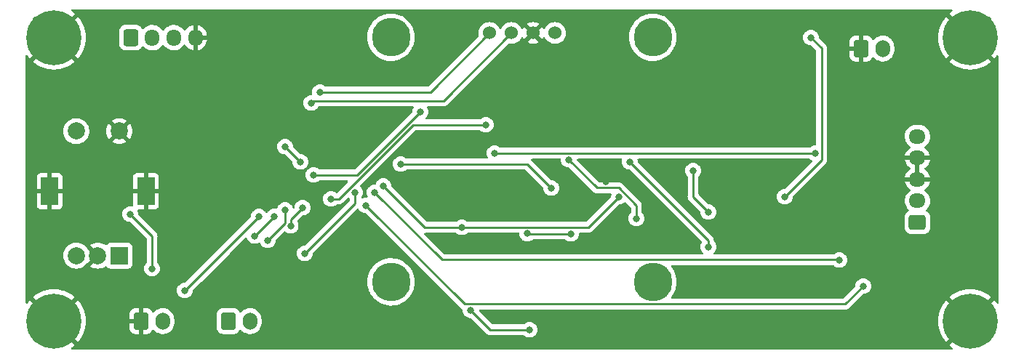
<source format=gbr>
%TF.GenerationSoftware,KiCad,Pcbnew,(6.0.4)*%
%TF.CreationDate,2022-05-05T14:57:31-04:00*%
%TF.ProjectId,KSGER Controller,4b534745-5220-4436-9f6e-74726f6c6c65,rev?*%
%TF.SameCoordinates,Original*%
%TF.FileFunction,Copper,L2,Bot*%
%TF.FilePolarity,Positive*%
%FSLAX46Y46*%
G04 Gerber Fmt 4.6, Leading zero omitted, Abs format (unit mm)*
G04 Created by KiCad (PCBNEW (6.0.4)) date 2022-05-05 14:57:31*
%MOMM*%
%LPD*%
G01*
G04 APERTURE LIST*
G04 Aperture macros list*
%AMRoundRect*
0 Rectangle with rounded corners*
0 $1 Rounding radius*
0 $2 $3 $4 $5 $6 $7 $8 $9 X,Y pos of 4 corners*
0 Add a 4 corners polygon primitive as box body*
4,1,4,$2,$3,$4,$5,$6,$7,$8,$9,$2,$3,0*
0 Add four circle primitives for the rounded corners*
1,1,$1+$1,$2,$3*
1,1,$1+$1,$4,$5*
1,1,$1+$1,$6,$7*
1,1,$1+$1,$8,$9*
0 Add four rect primitives between the rounded corners*
20,1,$1+$1,$2,$3,$4,$5,0*
20,1,$1+$1,$4,$5,$6,$7,0*
20,1,$1+$1,$6,$7,$8,$9,0*
20,1,$1+$1,$8,$9,$2,$3,0*%
G04 Aperture macros list end*
%TA.AperFunction,ComponentPad*%
%ADD10C,0.800000*%
%TD*%
%TA.AperFunction,ComponentPad*%
%ADD11C,6.400000*%
%TD*%
%TA.AperFunction,ComponentPad*%
%ADD12RoundRect,0.250000X0.725000X-0.600000X0.725000X0.600000X-0.725000X0.600000X-0.725000X-0.600000X0*%
%TD*%
%TA.AperFunction,ComponentPad*%
%ADD13O,1.950000X1.700000*%
%TD*%
%TA.AperFunction,ComponentPad*%
%ADD14RoundRect,0.250000X-0.600000X-0.750000X0.600000X-0.750000X0.600000X0.750000X-0.600000X0.750000X0*%
%TD*%
%TA.AperFunction,ComponentPad*%
%ADD15O,1.700000X2.000000*%
%TD*%
%TA.AperFunction,ComponentPad*%
%ADD16RoundRect,0.250000X-0.600000X-0.725000X0.600000X-0.725000X0.600000X0.725000X-0.600000X0.725000X0*%
%TD*%
%TA.AperFunction,ComponentPad*%
%ADD17O,1.700000X1.950000*%
%TD*%
%TA.AperFunction,ComponentPad*%
%ADD18R,2.000000X2.000000*%
%TD*%
%TA.AperFunction,ComponentPad*%
%ADD19C,2.000000*%
%TD*%
%TA.AperFunction,ComponentPad*%
%ADD20R,2.000000X3.200000*%
%TD*%
%TA.AperFunction,ComponentPad*%
%ADD21C,4.500000*%
%TD*%
%TA.AperFunction,ComponentPad*%
%ADD22C,1.524000*%
%TD*%
%TA.AperFunction,ViaPad*%
%ADD23C,0.800000*%
%TD*%
%TA.AperFunction,Conductor*%
%ADD24C,0.250000*%
%TD*%
G04 APERTURE END LIST*
D10*
%TO.P,H1,1,1*%
%TO.N,GND*%
X199390000Y-116700000D03*
X201087056Y-115997056D03*
X201790000Y-114300000D03*
X196990000Y-114300000D03*
D11*
X199390000Y-114300000D03*
D10*
X199390000Y-111900000D03*
X197692944Y-115997056D03*
X201087056Y-112602944D03*
X197692944Y-112602944D03*
%TD*%
D12*
%TO.P,J2,1,Pin_1*%
%TO.N,Net-(J2-Pad1)*%
X193248000Y-102790000D03*
D13*
%TO.P,J2,2,Pin_2*%
%TO.N,Net-(J2-Pad2)*%
X193248000Y-100290000D03*
%TO.P,J2,3,Pin_3*%
%TO.N,GND*%
X193248000Y-97790000D03*
%TO.P,J2,4,Pin_4*%
X193248000Y-95290000D03*
%TO.P,J2,5,Pin_5*%
%TO.N,Net-(C12-Pad2)*%
X193248000Y-92790000D03*
%TD*%
D14*
%TO.P,J4,1,Pin_1*%
%TO.N,GND*%
X102870000Y-114300000D03*
D15*
%TO.P,J4,2,Pin_2*%
%TO.N,Net-(J4-Pad2)*%
X105370000Y-114300000D03*
%TD*%
D16*
%TO.P,JE,1,Pin_1*%
%TO.N,+3V3*%
X101680000Y-81280000D03*
D17*
%TO.P,JE,2,Pin_2*%
%TO.N,SW_CLK*%
X104180000Y-81280000D03*
%TO.P,JE,3,Pin_3*%
%TO.N,SWDIO*%
X106680000Y-81280000D03*
%TO.P,JE,4,Pin_4*%
%TO.N,GND*%
X109180000Y-81280000D03*
%TD*%
D14*
%TO.P,J1,1,Pin_1*%
%TO.N,GND*%
X186690000Y-82550000D03*
D15*
%TO.P,J1,2,Pin_2*%
%TO.N,+24V*%
X189190000Y-82550000D03*
%TD*%
D10*
%TO.P,H3,1,1*%
%TO.N,GND*%
X92710000Y-78880000D03*
X95110000Y-81280000D03*
D11*
X92710000Y-81280000D03*
D10*
X92710000Y-83680000D03*
X90310000Y-81280000D03*
X91012944Y-79582944D03*
X94407056Y-82977056D03*
X94407056Y-79582944D03*
X91012944Y-82977056D03*
%TD*%
%TO.P,H4,1,1*%
%TO.N,GND*%
X201087056Y-82977056D03*
X201087056Y-79582944D03*
D11*
X199390000Y-81280000D03*
D10*
X196990000Y-81280000D03*
X199390000Y-83680000D03*
X199390000Y-78880000D03*
X197692944Y-79582944D03*
X201790000Y-81280000D03*
X197692944Y-82977056D03*
%TD*%
%TO.P,H2,1,1*%
%TO.N,GND*%
X91012944Y-115997056D03*
X90310000Y-114300000D03*
X92710000Y-116700000D03*
X95110000Y-114300000D03*
X94407056Y-112602944D03*
D11*
X92710000Y-114300000D03*
D10*
X92710000Y-111900000D03*
X91012944Y-112602944D03*
X94407056Y-115997056D03*
%TD*%
D14*
%TO.P,BZ1,1,-*%
%TO.N,+3V3*%
X113030000Y-114300000D03*
D15*
%TO.P,BZ1,2,+*%
%TO.N,Net-(BZ1-Pad2)*%
X115530000Y-114300000D03*
%TD*%
D18*
%TO.P,SW1,A,A*%
%TO.N,ENCODER_A*%
X100330000Y-106680000D03*
D19*
%TO.P,SW1,B,B*%
%TO.N,ENCODER_B*%
X95330000Y-106680000D03*
%TO.P,SW1,C,C*%
%TO.N,GND*%
X97830000Y-106680000D03*
D20*
%TO.P,SW1,MP*%
X103430000Y-99180000D03*
X92230000Y-99180000D03*
D19*
%TO.P,SW1,S1,S1*%
%TO.N,ENCODER_SW*%
X95330000Y-92180000D03*
%TO.P,SW1,S2,S2*%
%TO.N,GND*%
X100330000Y-92180000D03*
%TD*%
D21*
%TO.P,U7,*%
%TO.N,*%
X162441500Y-109740000D03*
X131961500Y-109740000D03*
X162441500Y-81240000D03*
X131961500Y-81240000D03*
D22*
%TO.P,U7,1,VCC*%
%TO.N,Net-(R2-Pad2)*%
X151051500Y-80740000D03*
%TO.P,U7,2,GND*%
%TO.N,GND*%
X148511500Y-80740000D03*
%TO.P,U7,3,SCL*%
%TO.N,OLED_SCL*%
X145971500Y-80740000D03*
%TO.P,U7,4,SDA*%
%TO.N,OLED_SDA*%
X143431500Y-80740000D03*
%TD*%
D23*
%TO.N,+3V3*%
X121666000Y-101092000D03*
X120282013Y-103194006D03*
X121412000Y-95758000D03*
X148082000Y-115316000D03*
X141224000Y-113039011D03*
X119634000Y-93980000D03*
%TO.N,Net-(BZ1-Pad2)*%
X121920000Y-106426000D03*
X127762000Y-99314000D03*
%TO.N,GND*%
X166370000Y-82804000D03*
X156464000Y-105918000D03*
X118110000Y-96774000D03*
X121666000Y-104394000D03*
X170434000Y-88900000D03*
X116078000Y-89662000D03*
X143256000Y-92964000D03*
X156972000Y-98044000D03*
%TO.N,VIN_MON*%
X150622000Y-98806000D03*
X133096000Y-96012000D03*
%TO.N,ENCODER_A*%
X101600000Y-101854000D03*
X104140000Y-108204000D03*
%TO.N,+24V*%
X167132000Y-96774000D03*
X168910000Y-101600000D03*
%TO.N,Net-(D1-Pad2)*%
X181356000Y-94742000D03*
X144018000Y-94742000D03*
%TO.N,Net-(J4-Pad2)*%
X116586000Y-102108000D03*
X107950000Y-110744000D03*
%TO.N,Net-(Q1-Pad4)*%
X159766000Y-95758000D03*
X168910000Y-105664000D03*
%TO.N,HEATER_ON*%
X158496000Y-99822000D03*
X131064000Y-98552000D03*
X140208000Y-103378000D03*
%TO.N,TIP_TEMP*%
X147828000Y-104102500D03*
X124968000Y-100076000D03*
X152908000Y-104140000D03*
X143002000Y-91440000D03*
%TO.N,Net-(R5-Pad2)*%
X152654000Y-95504000D03*
X160528000Y-102362000D03*
%TO.N,NTC*%
X184150000Y-107188000D03*
X130048000Y-99314000D03*
%TO.N,Net-(R14-Pad2)*%
X180848000Y-81280000D03*
X177800000Y-99822000D03*
%TO.N,SHAKE*%
X129032000Y-100838000D03*
X186944000Y-110236000D03*
%TO.N,Net-(U1-Pad3)*%
X118364000Y-102108000D03*
X116078000Y-104394000D03*
%TO.N,Net-(U1-Pad4)*%
X117602000Y-104902000D03*
X119634000Y-101346000D03*
%TO.N,EE_SCL*%
X122936000Y-97282000D03*
X135382000Y-89916000D03*
%TO.N,OLED_SDA*%
X123698000Y-87630000D03*
%TO.N,OLED_SCL*%
X122682000Y-88900000D03*
%TD*%
D24*
%TO.N,+3V3*%
X121666000Y-101092000D02*
X120282013Y-102475987D01*
X121412000Y-95758000D02*
X119634000Y-93980000D01*
X141224000Y-113039011D02*
X143500989Y-115316000D01*
X120282013Y-102475987D02*
X120282013Y-103194006D01*
X143500989Y-115316000D02*
X148082000Y-115316000D01*
%TO.N,Net-(BZ1-Pad2)*%
X121920000Y-106426000D02*
X127762000Y-100584000D01*
X127762000Y-100584000D02*
X127762000Y-99314000D01*
%TO.N,VIN_MON*%
X133096000Y-96012000D02*
X147828000Y-96012000D01*
X147828000Y-96012000D02*
X150622000Y-98806000D01*
%TO.N,ENCODER_A*%
X104140000Y-104394000D02*
X101600000Y-101854000D01*
X104140000Y-108204000D02*
X104140000Y-104394000D01*
%TO.N,+24V*%
X167132000Y-99822000D02*
X167132000Y-96774000D01*
X168910000Y-101600000D02*
X167132000Y-99822000D01*
%TO.N,Net-(D1-Pad2)*%
X144018000Y-94742000D02*
X181356000Y-94742000D01*
%TO.N,Net-(J4-Pad2)*%
X107950000Y-110744000D02*
X116586000Y-102108000D01*
%TO.N,Net-(Q1-Pad4)*%
X159766000Y-95758000D02*
X168910000Y-104902000D01*
X168910000Y-104902000D02*
X168910000Y-105664000D01*
%TO.N,HEATER_ON*%
X154940000Y-103378000D02*
X140208000Y-103378000D01*
X158496000Y-99822000D02*
X154940000Y-103378000D01*
X135890000Y-103378000D02*
X140208000Y-103378000D01*
X131064000Y-98552000D02*
X135890000Y-103378000D01*
%TO.N,TIP_TEMP*%
X124968000Y-100076000D02*
X125857717Y-100076000D01*
X134493717Y-91440000D02*
X143002000Y-91440000D01*
X125857717Y-100076000D02*
X134493717Y-91440000D01*
X147865500Y-104140000D02*
X147828000Y-104102500D01*
X152908000Y-104140000D02*
X147865500Y-104140000D01*
%TO.N,Net-(R5-Pad2)*%
X158467125Y-98768511D02*
X160528000Y-100829386D01*
X152654000Y-95504000D02*
X155918511Y-98768511D01*
X160528000Y-100829386D02*
X160528000Y-102362000D01*
X155918511Y-98768511D02*
X158467125Y-98768511D01*
%TO.N,NTC*%
X137899489Y-107165489D02*
X184127489Y-107165489D01*
X184127489Y-107165489D02*
X184150000Y-107188000D01*
X130048000Y-99314000D02*
X137899489Y-107165489D01*
%TO.N,Net-(R14-Pad2)*%
X182080511Y-82512511D02*
X180848000Y-81280000D01*
X177800000Y-99822000D02*
X182080511Y-95541489D01*
X182080511Y-95541489D02*
X182080511Y-82512511D01*
%TO.N,SHAKE*%
X140508511Y-112314511D02*
X184865489Y-112314511D01*
X129032000Y-100838000D02*
X140508511Y-112314511D01*
X184865489Y-112314511D02*
X186944000Y-110236000D01*
%TO.N,Net-(U1-Pad3)*%
X116078000Y-104394000D02*
X118364000Y-102108000D01*
%TO.N,Net-(U1-Pad4)*%
X117602000Y-104902000D02*
X119634000Y-102870000D01*
X119634000Y-102870000D02*
X119634000Y-101346000D01*
%TO.N,EE_SCL*%
X122936000Y-97282000D02*
X128016000Y-97282000D01*
X128016000Y-97282000D02*
X135382000Y-89916000D01*
%TO.N,OLED_SDA*%
X143431500Y-80740000D02*
X136541500Y-87630000D01*
X136541500Y-87630000D02*
X123698000Y-87630000D01*
%TO.N,OLED_SCL*%
X138065500Y-88646000D02*
X122936000Y-88646000D01*
X122936000Y-88646000D02*
X122682000Y-88900000D01*
X145971500Y-80740000D02*
X138065500Y-88646000D01*
%TD*%
%TA.AperFunction,Conductor*%
%TO.N,GND*%
G36*
X197308437Y-77998502D02*
G01*
X197354930Y-78052158D01*
X197365034Y-78122432D01*
X197335540Y-78187012D01*
X197308940Y-78210173D01*
X197210265Y-78274253D01*
X197204939Y-78278123D01*
X196966165Y-78471478D01*
X196957700Y-78483733D01*
X196964034Y-78494824D01*
X202174310Y-83705100D01*
X202187386Y-83712241D01*
X202197753Y-83704784D01*
X202391877Y-83465061D01*
X202395747Y-83459735D01*
X202459827Y-83361060D01*
X202513704Y-83314823D01*
X202584025Y-83305053D01*
X202648465Y-83334853D01*
X202686564Y-83394761D01*
X202691500Y-83429684D01*
X202691500Y-112150316D01*
X202671498Y-112218437D01*
X202617842Y-112264930D01*
X202547568Y-112275034D01*
X202482988Y-112245540D01*
X202459827Y-112218940D01*
X202395747Y-112120265D01*
X202391877Y-112114939D01*
X202198522Y-111876165D01*
X202186267Y-111867700D01*
X202175176Y-111874034D01*
X196964900Y-117084310D01*
X196957759Y-117097386D01*
X196965216Y-117107753D01*
X197204935Y-117301874D01*
X197210272Y-117305751D01*
X197308941Y-117369828D01*
X197355178Y-117423704D01*
X197364947Y-117494025D01*
X197335147Y-117558465D01*
X197275238Y-117596564D01*
X197240316Y-117601500D01*
X94859684Y-117601500D01*
X94791563Y-117581498D01*
X94745070Y-117527842D01*
X94734966Y-117457568D01*
X94764460Y-117392988D01*
X94791059Y-117369828D01*
X94889728Y-117305751D01*
X94895065Y-117301874D01*
X95133835Y-117108522D01*
X95142300Y-117096267D01*
X95135966Y-117085176D01*
X92351922Y-114301132D01*
X93074408Y-114301132D01*
X93074539Y-114302965D01*
X93078790Y-114309580D01*
X95494310Y-116725100D01*
X95507386Y-116732241D01*
X95517753Y-116724784D01*
X95711877Y-116485061D01*
X95715747Y-116479735D01*
X95923831Y-116159313D01*
X95927128Y-116153603D01*
X96100578Y-115813189D01*
X96103260Y-115807164D01*
X96240171Y-115450498D01*
X96242212Y-115444216D01*
X96335223Y-115097095D01*
X101512001Y-115097095D01*
X101512338Y-115103614D01*
X101522257Y-115199206D01*
X101525149Y-115212600D01*
X101576588Y-115366784D01*
X101582761Y-115379962D01*
X101668063Y-115517807D01*
X101677099Y-115529208D01*
X101791829Y-115643739D01*
X101803240Y-115652751D01*
X101941243Y-115737816D01*
X101954424Y-115743963D01*
X102108710Y-115795138D01*
X102122086Y-115798005D01*
X102216438Y-115807672D01*
X102222854Y-115808000D01*
X102597885Y-115808000D01*
X102613124Y-115803525D01*
X102614329Y-115802135D01*
X102616000Y-115794452D01*
X102616000Y-115789884D01*
X103124000Y-115789884D01*
X103128475Y-115805123D01*
X103129865Y-115806328D01*
X103137548Y-115807999D01*
X103517095Y-115807999D01*
X103523614Y-115807662D01*
X103619206Y-115797743D01*
X103632600Y-115794851D01*
X103786784Y-115743412D01*
X103799962Y-115737239D01*
X103937807Y-115651937D01*
X103949208Y-115642901D01*
X104063739Y-115528171D01*
X104072753Y-115516757D01*
X104158723Y-115377287D01*
X104211495Y-115329793D01*
X104281566Y-115318369D01*
X104346690Y-115346643D01*
X104357149Y-115356426D01*
X104466576Y-115471135D01*
X104651542Y-115608754D01*
X104656293Y-115611170D01*
X104656297Y-115611172D01*
X104718586Y-115642841D01*
X104857051Y-115713240D01*
X104862145Y-115714822D01*
X104862148Y-115714823D01*
X105038697Y-115769643D01*
X105077227Y-115781607D01*
X105082516Y-115782308D01*
X105300489Y-115811198D01*
X105300494Y-115811198D01*
X105305774Y-115811898D01*
X105311103Y-115811698D01*
X105311105Y-115811698D01*
X105431874Y-115807164D01*
X105536158Y-115803249D01*
X105541468Y-115802135D01*
X105648974Y-115779578D01*
X105761791Y-115755907D01*
X105766750Y-115753949D01*
X105766752Y-115753948D01*
X105971256Y-115673185D01*
X105971258Y-115673184D01*
X105976221Y-115671224D01*
X106012343Y-115649305D01*
X106168757Y-115554390D01*
X106168756Y-115554390D01*
X106173317Y-115551623D01*
X106252311Y-115483076D01*
X106343412Y-115404023D01*
X106343414Y-115404021D01*
X106347445Y-115400523D01*
X106411367Y-115322565D01*
X106490240Y-115226373D01*
X106490244Y-115226367D01*
X106493624Y-115222245D01*
X106499115Y-115212600D01*
X106562982Y-115100400D01*
X111671500Y-115100400D01*
X111671837Y-115103646D01*
X111671837Y-115103650D01*
X111681752Y-115199206D01*
X111682474Y-115206166D01*
X111684655Y-115212702D01*
X111684655Y-115212704D01*
X111721308Y-115322565D01*
X111738450Y-115373946D01*
X111831522Y-115524348D01*
X111956697Y-115649305D01*
X111962927Y-115653145D01*
X111962928Y-115653146D01*
X112100288Y-115737816D01*
X112107262Y-115742115D01*
X112142938Y-115753948D01*
X112268611Y-115795632D01*
X112268613Y-115795632D01*
X112275139Y-115797797D01*
X112281975Y-115798497D01*
X112281978Y-115798498D01*
X112317663Y-115802154D01*
X112379600Y-115808500D01*
X113680400Y-115808500D01*
X113683646Y-115808163D01*
X113683650Y-115808163D01*
X113779308Y-115798238D01*
X113779312Y-115798237D01*
X113786166Y-115797526D01*
X113792702Y-115795345D01*
X113792704Y-115795345D01*
X113924806Y-115751272D01*
X113953946Y-115741550D01*
X114104348Y-115648478D01*
X114229305Y-115523303D01*
X114319081Y-115377660D01*
X114371852Y-115330168D01*
X114441924Y-115318744D01*
X114507048Y-115347018D01*
X114517510Y-115356805D01*
X114559215Y-115400523D01*
X114626576Y-115471135D01*
X114811542Y-115608754D01*
X114816293Y-115611170D01*
X114816297Y-115611172D01*
X114878586Y-115642841D01*
X115017051Y-115713240D01*
X115022145Y-115714822D01*
X115022148Y-115714823D01*
X115198697Y-115769643D01*
X115237227Y-115781607D01*
X115242516Y-115782308D01*
X115460489Y-115811198D01*
X115460494Y-115811198D01*
X115465774Y-115811898D01*
X115471103Y-115811698D01*
X115471105Y-115811698D01*
X115591874Y-115807164D01*
X115696158Y-115803249D01*
X115701468Y-115802135D01*
X115808974Y-115779578D01*
X115921791Y-115755907D01*
X115926750Y-115753949D01*
X115926752Y-115753948D01*
X116131256Y-115673185D01*
X116131258Y-115673184D01*
X116136221Y-115671224D01*
X116172343Y-115649305D01*
X116328757Y-115554390D01*
X116328756Y-115554390D01*
X116333317Y-115551623D01*
X116412311Y-115483076D01*
X116503412Y-115404023D01*
X116503414Y-115404021D01*
X116507445Y-115400523D01*
X116571367Y-115322565D01*
X116650240Y-115226373D01*
X116650244Y-115226367D01*
X116653624Y-115222245D01*
X116659115Y-115212600D01*
X116765032Y-115026529D01*
X116767675Y-115021886D01*
X116846337Y-114805175D01*
X116866916Y-114691371D01*
X116886623Y-114582392D01*
X116886624Y-114582385D01*
X116887361Y-114578308D01*
X116888500Y-114554156D01*
X116888500Y-114092110D01*
X116876114Y-113946139D01*
X116874371Y-113925591D01*
X116874370Y-113925587D01*
X116873920Y-113920280D01*
X116872582Y-113915125D01*
X116872581Y-113915119D01*
X116817343Y-113702297D01*
X116817342Y-113702293D01*
X116816001Y-113697128D01*
X116721312Y-113486925D01*
X116592559Y-113295681D01*
X116533918Y-113234209D01*
X116504725Y-113203608D01*
X116433424Y-113128865D01*
X116248458Y-112991246D01*
X116243707Y-112988830D01*
X116243703Y-112988828D01*
X116101850Y-112916707D01*
X116042949Y-112886760D01*
X116037855Y-112885178D01*
X116037852Y-112885177D01*
X115827871Y-112819976D01*
X115822773Y-112818393D01*
X115817484Y-112817692D01*
X115599511Y-112788802D01*
X115599506Y-112788802D01*
X115594226Y-112788102D01*
X115588897Y-112788302D01*
X115588895Y-112788302D01*
X115490368Y-112792001D01*
X115363842Y-112796751D01*
X115358623Y-112797846D01*
X115337600Y-112802257D01*
X115138209Y-112844093D01*
X115133250Y-112846051D01*
X115133248Y-112846052D01*
X114928744Y-112926815D01*
X114928742Y-112926816D01*
X114923779Y-112928776D01*
X114919220Y-112931543D01*
X114919217Y-112931544D01*
X114820832Y-112991246D01*
X114726683Y-113048377D01*
X114722653Y-113051874D01*
X114629484Y-113132722D01*
X114552555Y-113199477D01*
X114523330Y-113235120D01*
X114464671Y-113275114D01*
X114393701Y-113277046D01*
X114332952Y-113240302D01*
X114318752Y-113221532D01*
X114232332Y-113081880D01*
X114228478Y-113075652D01*
X114103303Y-112950695D01*
X114097072Y-112946854D01*
X113958968Y-112861725D01*
X113958966Y-112861724D01*
X113952738Y-112857885D01*
X113847837Y-112823091D01*
X113791389Y-112804368D01*
X113791387Y-112804368D01*
X113784861Y-112802203D01*
X113778025Y-112801503D01*
X113778022Y-112801502D01*
X113731757Y-112796762D01*
X113680400Y-112791500D01*
X112379600Y-112791500D01*
X112376354Y-112791837D01*
X112376350Y-112791837D01*
X112280692Y-112801762D01*
X112280688Y-112801763D01*
X112273834Y-112802474D01*
X112267298Y-112804655D01*
X112267296Y-112804655D01*
X112176588Y-112834918D01*
X112106054Y-112858450D01*
X111955652Y-112951522D01*
X111830695Y-113076697D01*
X111826855Y-113082927D01*
X111826854Y-113082928D01*
X111752466Y-113203608D01*
X111737885Y-113227262D01*
X111682203Y-113395139D01*
X111671500Y-113499600D01*
X111671500Y-115100400D01*
X106562982Y-115100400D01*
X106605032Y-115026529D01*
X106607675Y-115021886D01*
X106686337Y-114805175D01*
X106706916Y-114691371D01*
X106726623Y-114582392D01*
X106726624Y-114582385D01*
X106727361Y-114578308D01*
X106728500Y-114554156D01*
X106728500Y-114092110D01*
X106716114Y-113946139D01*
X106714371Y-113925591D01*
X106714370Y-113925587D01*
X106713920Y-113920280D01*
X106712582Y-113915125D01*
X106712581Y-113915119D01*
X106657343Y-113702297D01*
X106657342Y-113702293D01*
X106656001Y-113697128D01*
X106561312Y-113486925D01*
X106432559Y-113295681D01*
X106373918Y-113234209D01*
X106344725Y-113203608D01*
X106273424Y-113128865D01*
X106088458Y-112991246D01*
X106083707Y-112988830D01*
X106083703Y-112988828D01*
X105941850Y-112916707D01*
X105882949Y-112886760D01*
X105877855Y-112885178D01*
X105877852Y-112885177D01*
X105667871Y-112819976D01*
X105662773Y-112818393D01*
X105657484Y-112817692D01*
X105439511Y-112788802D01*
X105439506Y-112788802D01*
X105434226Y-112788102D01*
X105428897Y-112788302D01*
X105428895Y-112788302D01*
X105330368Y-112792001D01*
X105203842Y-112796751D01*
X105198623Y-112797846D01*
X105177600Y-112802257D01*
X104978209Y-112844093D01*
X104973250Y-112846051D01*
X104973248Y-112846052D01*
X104768744Y-112926815D01*
X104768742Y-112926816D01*
X104763779Y-112928776D01*
X104759220Y-112931543D01*
X104759217Y-112931544D01*
X104660832Y-112991246D01*
X104566683Y-113048377D01*
X104562653Y-113051874D01*
X104469484Y-113132722D01*
X104392555Y-113199477D01*
X104389168Y-113203608D01*
X104362994Y-113235529D01*
X104304334Y-113275524D01*
X104233364Y-113277455D01*
X104172616Y-113240710D01*
X104158416Y-113221941D01*
X104071937Y-113082193D01*
X104062901Y-113070792D01*
X103948171Y-112956261D01*
X103936760Y-112947249D01*
X103798757Y-112862184D01*
X103785576Y-112856037D01*
X103631290Y-112804862D01*
X103617914Y-112801995D01*
X103523562Y-112792328D01*
X103517145Y-112792000D01*
X103142115Y-112792000D01*
X103126876Y-112796475D01*
X103125671Y-112797865D01*
X103124000Y-112805548D01*
X103124000Y-115789884D01*
X102616000Y-115789884D01*
X102616000Y-114572115D01*
X102611525Y-114556876D01*
X102610135Y-114555671D01*
X102602452Y-114554000D01*
X101530116Y-114554000D01*
X101514877Y-114558475D01*
X101513672Y-114559865D01*
X101512001Y-114567548D01*
X101512001Y-115097095D01*
X96335223Y-115097095D01*
X96341094Y-115075184D01*
X96342465Y-115068734D01*
X96402234Y-114691371D01*
X96402920Y-114684833D01*
X96422916Y-114303301D01*
X96422916Y-114296699D01*
X96408828Y-114027885D01*
X101512000Y-114027885D01*
X101516475Y-114043124D01*
X101517865Y-114044329D01*
X101525548Y-114046000D01*
X102597885Y-114046000D01*
X102613124Y-114041525D01*
X102614329Y-114040135D01*
X102616000Y-114032452D01*
X102616000Y-112810116D01*
X102611525Y-112794877D01*
X102610135Y-112793672D01*
X102602452Y-112792001D01*
X102222905Y-112792001D01*
X102216386Y-112792338D01*
X102120794Y-112802257D01*
X102107400Y-112805149D01*
X101953216Y-112856588D01*
X101940038Y-112862761D01*
X101802193Y-112948063D01*
X101790792Y-112957099D01*
X101676261Y-113071829D01*
X101667249Y-113083240D01*
X101582184Y-113221243D01*
X101576037Y-113234424D01*
X101524862Y-113388710D01*
X101521995Y-113402086D01*
X101512328Y-113496438D01*
X101512000Y-113502855D01*
X101512000Y-114027885D01*
X96408828Y-114027885D01*
X96402920Y-113915167D01*
X96402234Y-113908629D01*
X96342465Y-113531266D01*
X96341094Y-113524816D01*
X96242212Y-113155784D01*
X96240171Y-113149502D01*
X96103260Y-112792836D01*
X96100578Y-112786811D01*
X95927128Y-112446397D01*
X95923831Y-112440687D01*
X95715747Y-112120265D01*
X95711877Y-112114939D01*
X95518522Y-111876165D01*
X95506267Y-111867700D01*
X95495176Y-111874034D01*
X93082022Y-114287188D01*
X93074408Y-114301132D01*
X92351922Y-114301132D01*
X89925690Y-111874900D01*
X89912614Y-111867759D01*
X89902247Y-111875216D01*
X89708123Y-112114939D01*
X89704253Y-112120265D01*
X89640173Y-112218940D01*
X89586296Y-112265177D01*
X89515975Y-112274947D01*
X89451535Y-112245147D01*
X89413436Y-112185239D01*
X89408500Y-112150316D01*
X89408500Y-111503733D01*
X90277700Y-111503733D01*
X90284034Y-111514824D01*
X92697188Y-113927978D01*
X92711132Y-113935592D01*
X92712965Y-113935461D01*
X92719580Y-113931210D01*
X95135100Y-111515690D01*
X95142241Y-111502614D01*
X95134784Y-111492247D01*
X94895065Y-111298126D01*
X94889728Y-111294249D01*
X94569315Y-111086170D01*
X94563606Y-111082873D01*
X94223189Y-110909422D01*
X94217164Y-110906740D01*
X93860498Y-110769829D01*
X93854216Y-110767788D01*
X93765438Y-110744000D01*
X107036496Y-110744000D01*
X107037186Y-110750565D01*
X107054863Y-110918749D01*
X107056458Y-110933928D01*
X107115473Y-111115556D01*
X107210960Y-111280944D01*
X107338747Y-111422866D01*
X107493248Y-111535118D01*
X107499276Y-111537802D01*
X107499278Y-111537803D01*
X107655491Y-111607353D01*
X107667712Y-111612794D01*
X107761113Y-111632647D01*
X107848056Y-111651128D01*
X107848061Y-111651128D01*
X107854513Y-111652500D01*
X108045487Y-111652500D01*
X108051939Y-111651128D01*
X108051944Y-111651128D01*
X108138887Y-111632647D01*
X108232288Y-111612794D01*
X108244509Y-111607353D01*
X108400722Y-111537803D01*
X108400724Y-111537802D01*
X108406752Y-111535118D01*
X108561253Y-111422866D01*
X108689040Y-111280944D01*
X108784527Y-111115556D01*
X108843542Y-110933928D01*
X108845138Y-110918749D01*
X108860462Y-110772944D01*
X108860907Y-110768706D01*
X108887920Y-110703050D01*
X108897122Y-110692782D01*
X109878843Y-109711061D01*
X129198110Y-109711061D01*
X129214647Y-110043255D01*
X129215288Y-110046986D01*
X129215289Y-110046994D01*
X129270229Y-110366721D01*
X129270974Y-110371057D01*
X129272062Y-110374696D01*
X129272063Y-110374699D01*
X129339823Y-110601271D01*
X129366274Y-110689718D01*
X129367787Y-110693189D01*
X129367789Y-110693195D01*
X129404687Y-110777852D01*
X129499166Y-110994622D01*
X129501089Y-110997893D01*
X129501091Y-110997897D01*
X129551046Y-111082873D01*
X129667726Y-111281352D01*
X129670027Y-111284367D01*
X129867212Y-111542742D01*
X129867217Y-111542748D01*
X129869512Y-111545755D01*
X129872156Y-111548469D01*
X130001273Y-111681011D01*
X130101602Y-111784002D01*
X130360632Y-111992640D01*
X130442535Y-112043719D01*
X130613458Y-112150316D01*
X130642852Y-112168648D01*
X130944172Y-112309476D01*
X131260229Y-112413085D01*
X131586444Y-112477973D01*
X131590216Y-112478260D01*
X131590224Y-112478261D01*
X131914315Y-112502914D01*
X131914320Y-112502914D01*
X131918092Y-112503201D01*
X132250369Y-112488403D01*
X132254901Y-112487649D01*
X132574720Y-112434417D01*
X132574725Y-112434416D01*
X132578461Y-112433794D01*
X132897616Y-112340164D01*
X132901083Y-112338674D01*
X132901087Y-112338673D01*
X133199728Y-112210366D01*
X133199730Y-112210365D01*
X133203212Y-112208869D01*
X133490821Y-112041813D01*
X133493843Y-112039532D01*
X133493847Y-112039529D01*
X133753253Y-111843697D01*
X133753254Y-111843696D01*
X133756277Y-111841414D01*
X133960952Y-111644106D01*
X133993008Y-111613204D01*
X133993009Y-111613203D01*
X133995735Y-111610575D01*
X134205727Y-111352641D01*
X134313769Y-111181405D01*
X134381183Y-111074560D01*
X134381185Y-111074557D01*
X134383210Y-111071347D01*
X134451424Y-110927365D01*
X134523985Y-110774205D01*
X134525614Y-110770767D01*
X134536735Y-110737435D01*
X134595720Y-110560635D01*
X134630877Y-110455257D01*
X134697472Y-110129386D01*
X134724436Y-109797875D01*
X134725042Y-109740000D01*
X134723526Y-109714853D01*
X134705255Y-109411772D01*
X134705254Y-109411765D01*
X134705027Y-109407997D01*
X134651059Y-109112500D01*
X134645951Y-109084530D01*
X134645950Y-109084525D01*
X134645270Y-109080803D01*
X134643210Y-109074166D01*
X134547761Y-108766771D01*
X134546639Y-108763157D01*
X134410561Y-108459662D01*
X134260592Y-108210565D01*
X134240966Y-108177966D01*
X134240962Y-108177960D01*
X134239007Y-108174713D01*
X134236680Y-108171729D01*
X134236675Y-108171722D01*
X134036794Y-107915425D01*
X134036788Y-107915418D01*
X134034463Y-107912437D01*
X133799892Y-107676634D01*
X133538691Y-107470720D01*
X133254644Y-107297677D01*
X133068929Y-107213237D01*
X132955317Y-107161580D01*
X132955309Y-107161577D01*
X132951865Y-107160011D01*
X132634740Y-107059718D01*
X132341823Y-107004635D01*
X132311587Y-106998949D01*
X132311585Y-106998949D01*
X132307864Y-106998249D01*
X131975970Y-106976496D01*
X131972190Y-106976704D01*
X131972189Y-106976704D01*
X131874418Y-106982085D01*
X131643866Y-106994773D01*
X131640139Y-106995434D01*
X131640135Y-106995434D01*
X131381010Y-107041358D01*
X131316364Y-107052815D01*
X131312739Y-107053920D01*
X131312734Y-107053921D01*
X131145580Y-107104866D01*
X130998207Y-107149782D01*
X130994743Y-107151313D01*
X130994736Y-107151316D01*
X130854674Y-107213237D01*
X130694003Y-107284269D01*
X130690749Y-107286205D01*
X130690743Y-107286208D01*
X130411418Y-107452389D01*
X130408159Y-107454328D01*
X130405158Y-107456643D01*
X130405154Y-107456646D01*
X130320730Y-107521779D01*
X130144816Y-107657496D01*
X130142117Y-107660152D01*
X130142118Y-107660152D01*
X129932198Y-107866800D01*
X129907788Y-107890829D01*
X129798291Y-108028240D01*
X129727774Y-108116734D01*
X129700509Y-108150949D01*
X129525981Y-108434086D01*
X129386732Y-108736140D01*
X129385573Y-108739740D01*
X129385570Y-108739747D01*
X129285942Y-109049126D01*
X129284780Y-109052735D01*
X129284061Y-109056451D01*
X129284059Y-109056459D01*
X129222319Y-109375567D01*
X129221600Y-109379285D01*
X129221333Y-109383061D01*
X129221332Y-109383066D01*
X129216681Y-109448763D01*
X129198110Y-109711061D01*
X109878843Y-109711061D01*
X113163904Y-106426000D01*
X121006496Y-106426000D01*
X121007186Y-106432565D01*
X121015107Y-106507925D01*
X121026458Y-106615928D01*
X121085473Y-106797556D01*
X121180960Y-106962944D01*
X121185378Y-106967851D01*
X121185379Y-106967852D01*
X121269127Y-107060864D01*
X121308747Y-107104866D01*
X121372680Y-107151316D01*
X121432207Y-107194565D01*
X121463248Y-107217118D01*
X121469276Y-107219802D01*
X121469278Y-107219803D01*
X121610631Y-107282737D01*
X121637712Y-107294794D01*
X121731113Y-107314647D01*
X121818056Y-107333128D01*
X121818061Y-107333128D01*
X121824513Y-107334500D01*
X122015487Y-107334500D01*
X122021939Y-107333128D01*
X122021944Y-107333128D01*
X122108887Y-107314647D01*
X122202288Y-107294794D01*
X122229369Y-107282737D01*
X122370722Y-107219803D01*
X122370724Y-107219802D01*
X122376752Y-107217118D01*
X122407794Y-107194565D01*
X122467320Y-107151316D01*
X122531253Y-107104866D01*
X122570873Y-107060864D01*
X122654621Y-106967852D01*
X122654622Y-106967851D01*
X122659040Y-106962944D01*
X122754527Y-106797556D01*
X122813542Y-106615928D01*
X122830907Y-106450706D01*
X122857920Y-106385050D01*
X122867122Y-106374782D01*
X128020922Y-101220982D01*
X128083234Y-101186956D01*
X128154049Y-101192021D01*
X128210885Y-101234568D01*
X128219134Y-101247075D01*
X128292960Y-101374944D01*
X128297378Y-101379851D01*
X128297379Y-101379852D01*
X128416325Y-101511955D01*
X128420747Y-101516866D01*
X128488578Y-101566148D01*
X128544207Y-101606565D01*
X128575248Y-101629118D01*
X128581276Y-101631802D01*
X128581278Y-101631803D01*
X128743681Y-101704109D01*
X128749712Y-101706794D01*
X128843112Y-101726647D01*
X128930056Y-101745128D01*
X128930061Y-101745128D01*
X128936513Y-101746500D01*
X128992406Y-101746500D01*
X129060527Y-101766502D01*
X129081501Y-101783405D01*
X140004854Y-112706758D01*
X140012398Y-112715048D01*
X140016511Y-112721529D01*
X140022288Y-112726954D01*
X140066178Y-112768169D01*
X140069020Y-112770924D01*
X140088742Y-112790646D01*
X140091866Y-112793069D01*
X140091870Y-112793073D01*
X140091935Y-112793123D01*
X140100956Y-112800828D01*
X140133190Y-112831097D01*
X140140138Y-112834916D01*
X140140140Y-112834918D01*
X140150943Y-112840857D01*
X140167470Y-112851713D01*
X140177209Y-112859268D01*
X140177211Y-112859269D01*
X140183471Y-112864125D01*
X140224051Y-112881685D01*
X140234702Y-112886904D01*
X140248114Y-112894278D01*
X140298171Y-112944625D01*
X140312719Y-113017860D01*
X140310496Y-113039011D01*
X140311186Y-113045576D01*
X140329680Y-113221532D01*
X140330458Y-113228939D01*
X140389473Y-113410567D01*
X140484960Y-113575955D01*
X140489378Y-113580862D01*
X140489379Y-113580863D01*
X140598719Y-113702297D01*
X140612747Y-113717877D01*
X140767248Y-113830129D01*
X140773276Y-113832813D01*
X140773278Y-113832814D01*
X140935681Y-113905120D01*
X140941712Y-113907805D01*
X141025388Y-113925591D01*
X141122056Y-113946139D01*
X141122061Y-113946139D01*
X141128513Y-113947511D01*
X141184406Y-113947511D01*
X141252527Y-113967513D01*
X141273501Y-113984416D01*
X142997337Y-115708253D01*
X143004877Y-115716539D01*
X143008989Y-115723018D01*
X143014766Y-115728443D01*
X143058640Y-115769643D01*
X143061482Y-115772398D01*
X143081219Y-115792135D01*
X143084416Y-115794615D01*
X143093436Y-115802318D01*
X143125668Y-115832586D01*
X143132614Y-115836405D01*
X143132617Y-115836407D01*
X143143423Y-115842348D01*
X143159942Y-115853199D01*
X143175948Y-115865614D01*
X143183217Y-115868759D01*
X143183221Y-115868762D01*
X143216526Y-115883174D01*
X143227176Y-115888391D01*
X143265929Y-115909695D01*
X143273604Y-115911666D01*
X143273605Y-115911666D01*
X143285551Y-115914733D01*
X143304256Y-115921137D01*
X143322844Y-115929181D01*
X143330667Y-115930420D01*
X143330677Y-115930423D01*
X143366513Y-115936099D01*
X143378133Y-115938505D01*
X143413278Y-115947528D01*
X143420959Y-115949500D01*
X143441213Y-115949500D01*
X143460923Y-115951051D01*
X143480932Y-115954220D01*
X143488824Y-115953474D01*
X143524950Y-115950059D01*
X143536808Y-115949500D01*
X147373800Y-115949500D01*
X147441921Y-115969502D01*
X147461147Y-115985843D01*
X147461420Y-115985540D01*
X147466332Y-115989963D01*
X147470747Y-115994866D01*
X147625248Y-116107118D01*
X147631276Y-116109802D01*
X147631278Y-116109803D01*
X147742480Y-116159313D01*
X147799712Y-116184794D01*
X147893112Y-116204647D01*
X147980056Y-116223128D01*
X147980061Y-116223128D01*
X147986513Y-116224500D01*
X148177487Y-116224500D01*
X148183939Y-116223128D01*
X148183944Y-116223128D01*
X148270888Y-116204647D01*
X148364288Y-116184794D01*
X148421520Y-116159313D01*
X148532722Y-116109803D01*
X148532724Y-116109802D01*
X148538752Y-116107118D01*
X148693253Y-115994866D01*
X148729851Y-115954220D01*
X148816621Y-115857852D01*
X148816622Y-115857851D01*
X148821040Y-115852944D01*
X148885027Y-115742115D01*
X148913223Y-115693279D01*
X148913224Y-115693278D01*
X148916527Y-115687556D01*
X148975542Y-115505928D01*
X148978316Y-115479541D01*
X148994814Y-115322565D01*
X148995504Y-115316000D01*
X148985650Y-115222245D01*
X148976232Y-115132635D01*
X148976232Y-115132633D01*
X148975542Y-115126072D01*
X148916527Y-114944444D01*
X148821040Y-114779056D01*
X148693253Y-114637134D01*
X148538752Y-114524882D01*
X148532724Y-114522198D01*
X148532722Y-114522197D01*
X148370319Y-114449891D01*
X148370318Y-114449891D01*
X148364288Y-114447206D01*
X148270887Y-114427353D01*
X148183944Y-114408872D01*
X148183939Y-114408872D01*
X148177487Y-114407500D01*
X147986513Y-114407500D01*
X147980061Y-114408872D01*
X147980056Y-114408872D01*
X147893113Y-114427353D01*
X147799712Y-114447206D01*
X147793682Y-114449891D01*
X147793681Y-114449891D01*
X147631278Y-114522197D01*
X147631276Y-114522198D01*
X147625248Y-114524882D01*
X147619907Y-114528762D01*
X147619906Y-114528763D01*
X147492329Y-114621454D01*
X147470747Y-114637134D01*
X147466332Y-114642037D01*
X147461420Y-114646460D01*
X147460295Y-114645211D01*
X147406986Y-114678051D01*
X147373800Y-114682500D01*
X143815583Y-114682500D01*
X143747462Y-114662498D01*
X143726488Y-114645595D01*
X143384194Y-114303301D01*
X195677084Y-114303301D01*
X195697080Y-114684833D01*
X195697766Y-114691371D01*
X195757535Y-115068734D01*
X195758906Y-115075184D01*
X195857788Y-115444216D01*
X195859829Y-115450498D01*
X195996740Y-115807164D01*
X195999422Y-115813189D01*
X196172872Y-116153603D01*
X196176169Y-116159313D01*
X196384253Y-116479735D01*
X196388123Y-116485061D01*
X196581478Y-116723835D01*
X196593733Y-116732300D01*
X196604824Y-116725966D01*
X199017978Y-114312812D01*
X199025592Y-114298868D01*
X199025461Y-114297035D01*
X199021210Y-114290420D01*
X196605690Y-111874900D01*
X196592614Y-111867759D01*
X196582247Y-111875216D01*
X196388123Y-112114939D01*
X196384253Y-112120265D01*
X196176169Y-112440687D01*
X196172872Y-112446397D01*
X195999422Y-112786811D01*
X195996740Y-112792836D01*
X195859829Y-113149502D01*
X195857788Y-113155784D01*
X195758906Y-113524816D01*
X195757535Y-113531266D01*
X195697766Y-113908629D01*
X195697080Y-113915167D01*
X195677084Y-114296699D01*
X195677084Y-114303301D01*
X143384194Y-114303301D01*
X142244000Y-113163106D01*
X142209974Y-113100794D01*
X142215039Y-113029978D01*
X142257586Y-112973143D01*
X142324106Y-112948332D01*
X142333095Y-112948011D01*
X184786722Y-112948011D01*
X184797905Y-112948538D01*
X184805398Y-112950213D01*
X184813324Y-112949964D01*
X184813325Y-112949964D01*
X184873475Y-112948073D01*
X184877434Y-112948011D01*
X184905345Y-112948011D01*
X184909280Y-112947514D01*
X184909345Y-112947506D01*
X184921182Y-112946573D01*
X184953440Y-112945559D01*
X184957459Y-112945433D01*
X184965378Y-112945184D01*
X184984832Y-112939532D01*
X185004189Y-112935524D01*
X185016419Y-112933979D01*
X185016420Y-112933979D01*
X185024286Y-112932985D01*
X185031657Y-112930066D01*
X185031659Y-112930066D01*
X185065401Y-112916707D01*
X185076631Y-112912862D01*
X185111472Y-112902740D01*
X185111473Y-112902740D01*
X185119082Y-112900529D01*
X185125901Y-112896496D01*
X185125906Y-112896494D01*
X185136517Y-112890218D01*
X185154265Y-112881523D01*
X185173106Y-112874063D01*
X185189289Y-112862306D01*
X185208876Y-112848075D01*
X185218796Y-112841559D01*
X185250024Y-112823091D01*
X185250027Y-112823089D01*
X185256851Y-112819053D01*
X185271172Y-112804732D01*
X185286206Y-112791891D01*
X185287920Y-112790646D01*
X185302596Y-112779983D01*
X185330787Y-112745906D01*
X185338777Y-112737127D01*
X186572171Y-111503733D01*
X196957700Y-111503733D01*
X196964034Y-111514824D01*
X199377188Y-113927978D01*
X199391132Y-113935592D01*
X199392965Y-113935461D01*
X199399580Y-113931210D01*
X201815100Y-111515690D01*
X201822241Y-111502614D01*
X201814784Y-111492247D01*
X201575065Y-111298126D01*
X201569728Y-111294249D01*
X201249315Y-111086170D01*
X201243606Y-111082873D01*
X200903189Y-110909422D01*
X200897164Y-110906740D01*
X200540498Y-110769829D01*
X200534216Y-110767788D01*
X200165184Y-110668906D01*
X200158734Y-110667535D01*
X199781371Y-110607766D01*
X199774833Y-110607080D01*
X199393301Y-110587084D01*
X199386699Y-110587084D01*
X199005167Y-110607080D01*
X198998629Y-110607766D01*
X198621266Y-110667535D01*
X198614816Y-110668906D01*
X198245784Y-110767788D01*
X198239502Y-110769829D01*
X197882836Y-110906740D01*
X197876811Y-110909422D01*
X197536397Y-111082872D01*
X197530687Y-111086169D01*
X197210265Y-111294253D01*
X197204939Y-111298123D01*
X196966165Y-111491478D01*
X196957700Y-111503733D01*
X186572171Y-111503733D01*
X186894499Y-111181405D01*
X186956811Y-111147379D01*
X186983594Y-111144500D01*
X187039487Y-111144500D01*
X187045939Y-111143128D01*
X187045944Y-111143128D01*
X187132888Y-111124647D01*
X187226288Y-111104794D01*
X187232319Y-111102109D01*
X187394722Y-111029803D01*
X187394724Y-111029802D01*
X187400752Y-111027118D01*
X187555253Y-110914866D01*
X187683040Y-110772944D01*
X187778527Y-110607556D01*
X187837542Y-110425928D01*
X187857504Y-110236000D01*
X187840062Y-110070045D01*
X187838232Y-110052635D01*
X187838232Y-110052633D01*
X187837542Y-110046072D01*
X187778527Y-109864444D01*
X187683040Y-109699056D01*
X187555253Y-109557134D01*
X187400752Y-109444882D01*
X187394724Y-109442198D01*
X187394722Y-109442197D01*
X187232319Y-109369891D01*
X187232318Y-109369891D01*
X187226288Y-109367206D01*
X187132888Y-109347353D01*
X187045944Y-109328872D01*
X187045939Y-109328872D01*
X187039487Y-109327500D01*
X186848513Y-109327500D01*
X186842061Y-109328872D01*
X186842056Y-109328872D01*
X186755113Y-109347353D01*
X186661712Y-109367206D01*
X186655682Y-109369891D01*
X186655681Y-109369891D01*
X186493278Y-109442197D01*
X186493276Y-109442198D01*
X186487248Y-109444882D01*
X186332747Y-109557134D01*
X186204960Y-109699056D01*
X186109473Y-109864444D01*
X186050458Y-110046072D01*
X186049768Y-110052633D01*
X186049768Y-110052635D01*
X186033093Y-110211292D01*
X186006080Y-110276949D01*
X185996878Y-110287217D01*
X184639989Y-111644106D01*
X184577677Y-111678132D01*
X184550894Y-111681011D01*
X164683448Y-111681011D01*
X164615327Y-111661009D01*
X164568834Y-111607353D01*
X164558730Y-111537079D01*
X164585736Y-111475460D01*
X164628555Y-111422866D01*
X164685727Y-111352641D01*
X164793769Y-111181405D01*
X164861183Y-111074560D01*
X164861185Y-111074557D01*
X164863210Y-111071347D01*
X164931424Y-110927365D01*
X165003985Y-110774205D01*
X165005614Y-110770767D01*
X165016735Y-110737435D01*
X165075720Y-110560635D01*
X165110877Y-110455257D01*
X165177472Y-110129386D01*
X165204436Y-109797875D01*
X165205042Y-109740000D01*
X165203526Y-109714853D01*
X165185255Y-109411772D01*
X165185254Y-109411765D01*
X165185027Y-109407997D01*
X165131059Y-109112500D01*
X165125951Y-109084530D01*
X165125950Y-109084525D01*
X165125270Y-109080803D01*
X165123210Y-109074166D01*
X165027761Y-108766771D01*
X165026639Y-108763157D01*
X164890561Y-108459662D01*
X164740592Y-108210565D01*
X164720966Y-108177966D01*
X164720962Y-108177960D01*
X164719007Y-108174713D01*
X164716680Y-108171729D01*
X164716675Y-108171722D01*
X164584683Y-108002476D01*
X164558563Y-107936458D01*
X164572281Y-107866800D01*
X164621482Y-107815616D01*
X164684040Y-107798989D01*
X183421531Y-107798989D01*
X183489652Y-107818991D01*
X183515167Y-107840678D01*
X183538747Y-107866866D01*
X183546704Y-107872647D01*
X183630999Y-107933891D01*
X183693248Y-107979118D01*
X183699276Y-107981802D01*
X183699278Y-107981803D01*
X183837316Y-108043261D01*
X183867712Y-108056794D01*
X183961113Y-108076647D01*
X184048056Y-108095128D01*
X184048061Y-108095128D01*
X184054513Y-108096500D01*
X184245487Y-108096500D01*
X184251939Y-108095128D01*
X184251944Y-108095128D01*
X184338887Y-108076647D01*
X184432288Y-108056794D01*
X184462684Y-108043261D01*
X184600722Y-107981803D01*
X184600724Y-107981802D01*
X184606752Y-107979118D01*
X184761253Y-107866866D01*
X184818120Y-107803709D01*
X184884621Y-107729852D01*
X184884622Y-107729851D01*
X184889040Y-107724944D01*
X184968409Y-107587474D01*
X184981223Y-107565279D01*
X184981224Y-107565278D01*
X184984527Y-107559556D01*
X185043542Y-107377928D01*
X185044695Y-107366963D01*
X185062814Y-107194565D01*
X185063504Y-107188000D01*
X185058751Y-107142782D01*
X185044232Y-107004635D01*
X185044232Y-107004633D01*
X185043542Y-106998072D01*
X184984527Y-106816444D01*
X184889040Y-106651056D01*
X184863064Y-106622206D01*
X184765675Y-106514045D01*
X184765674Y-106514044D01*
X184761253Y-106509134D01*
X184646829Y-106426000D01*
X184612094Y-106400763D01*
X184612093Y-106400762D01*
X184606752Y-106396882D01*
X184600724Y-106394198D01*
X184600722Y-106394197D01*
X184438319Y-106321891D01*
X184438318Y-106321891D01*
X184432288Y-106319206D01*
X184338888Y-106299353D01*
X184251944Y-106280872D01*
X184251939Y-106280872D01*
X184245487Y-106279500D01*
X184054513Y-106279500D01*
X184048061Y-106280872D01*
X184048056Y-106280872D01*
X183961112Y-106299353D01*
X183867712Y-106319206D01*
X183861682Y-106321891D01*
X183861681Y-106321891D01*
X183699278Y-106394197D01*
X183699276Y-106394198D01*
X183693248Y-106396882D01*
X183687907Y-106400762D01*
X183687906Y-106400763D01*
X183540411Y-106507925D01*
X183473543Y-106531783D01*
X183466350Y-106531989D01*
X169633966Y-106531989D01*
X169565845Y-106511987D01*
X169519352Y-106458331D01*
X169509248Y-106388057D01*
X169540330Y-106321679D01*
X169644621Y-106205852D01*
X169644622Y-106205851D01*
X169649040Y-106200944D01*
X169744527Y-106035556D01*
X169803542Y-105853928D01*
X169807222Y-105818920D01*
X169822814Y-105670565D01*
X169823504Y-105664000D01*
X169819770Y-105628469D01*
X169804232Y-105480635D01*
X169804232Y-105480633D01*
X169803542Y-105474072D01*
X169744527Y-105292444D01*
X169649040Y-105127056D01*
X169644621Y-105122148D01*
X169577515Y-105047619D01*
X169546797Y-104983612D01*
X169546069Y-104962079D01*
X169545702Y-104962091D01*
X169543562Y-104894001D01*
X169543500Y-104890043D01*
X169543500Y-104862144D01*
X169542996Y-104858153D01*
X169542063Y-104846311D01*
X169541323Y-104822745D01*
X169540674Y-104802111D01*
X169538462Y-104794497D01*
X169538461Y-104794492D01*
X169535023Y-104782659D01*
X169531012Y-104763295D01*
X169529467Y-104751064D01*
X169528474Y-104743203D01*
X169525557Y-104735836D01*
X169525556Y-104735831D01*
X169512198Y-104702092D01*
X169508354Y-104690865D01*
X169498230Y-104656022D01*
X169496018Y-104648407D01*
X169490717Y-104639444D01*
X169485707Y-104630972D01*
X169477012Y-104613224D01*
X169469552Y-104594383D01*
X169443564Y-104558613D01*
X169437048Y-104548693D01*
X169418580Y-104517465D01*
X169418578Y-104517462D01*
X169414542Y-104510638D01*
X169400221Y-104496317D01*
X169387380Y-104481283D01*
X169380131Y-104471306D01*
X169375472Y-104464893D01*
X169341395Y-104436702D01*
X169332616Y-104428712D01*
X161677905Y-96774000D01*
X166218496Y-96774000D01*
X166219186Y-96780565D01*
X166233894Y-96920500D01*
X166238458Y-96963928D01*
X166297473Y-97145556D01*
X166392960Y-97310944D01*
X166466137Y-97392215D01*
X166496853Y-97456221D01*
X166498500Y-97476524D01*
X166498500Y-99743233D01*
X166497973Y-99754416D01*
X166496298Y-99761909D01*
X166496547Y-99769835D01*
X166496547Y-99769836D01*
X166498438Y-99829986D01*
X166498500Y-99833945D01*
X166498500Y-99861856D01*
X166498997Y-99865790D01*
X166498997Y-99865791D01*
X166499005Y-99865856D01*
X166499938Y-99877693D01*
X166501327Y-99921889D01*
X166506978Y-99941339D01*
X166510987Y-99960700D01*
X166513526Y-99980797D01*
X166516445Y-99988168D01*
X166516445Y-99988170D01*
X166529804Y-100021912D01*
X166533649Y-100033142D01*
X166545982Y-100075593D01*
X166550015Y-100082412D01*
X166550017Y-100082417D01*
X166556293Y-100093028D01*
X166564988Y-100110776D01*
X166572448Y-100129617D01*
X166577110Y-100136033D01*
X166577110Y-100136034D01*
X166598436Y-100165387D01*
X166604952Y-100175307D01*
X166615745Y-100193556D01*
X166627458Y-100213362D01*
X166641779Y-100227683D01*
X166654619Y-100242716D01*
X166666528Y-100259107D01*
X166682362Y-100272206D01*
X166700605Y-100287298D01*
X166709384Y-100295288D01*
X167962878Y-101548782D01*
X167996904Y-101611094D01*
X167999092Y-101624703D01*
X167999839Y-101631803D01*
X168014863Y-101774749D01*
X168016458Y-101789928D01*
X168075473Y-101971556D01*
X168170960Y-102136944D01*
X168175378Y-102141851D01*
X168175379Y-102141852D01*
X168294325Y-102273955D01*
X168298747Y-102278866D01*
X168397843Y-102350864D01*
X168422207Y-102368565D01*
X168453248Y-102391118D01*
X168459276Y-102393802D01*
X168459278Y-102393803D01*
X168621681Y-102466109D01*
X168627712Y-102468794D01*
X168721113Y-102488647D01*
X168808056Y-102507128D01*
X168808061Y-102507128D01*
X168814513Y-102508500D01*
X169005487Y-102508500D01*
X169011939Y-102507128D01*
X169011944Y-102507128D01*
X169098888Y-102488647D01*
X169192288Y-102468794D01*
X169198319Y-102466109D01*
X169360722Y-102393803D01*
X169360724Y-102393802D01*
X169366752Y-102391118D01*
X169397794Y-102368565D01*
X169422157Y-102350864D01*
X169521253Y-102278866D01*
X169525675Y-102273955D01*
X169644621Y-102141852D01*
X169644622Y-102141851D01*
X169649040Y-102136944D01*
X169744527Y-101971556D01*
X169803542Y-101789928D01*
X169805138Y-101774749D01*
X169822814Y-101606565D01*
X169823504Y-101600000D01*
X169818121Y-101548782D01*
X169804232Y-101416635D01*
X169804232Y-101416633D01*
X169803542Y-101410072D01*
X169744527Y-101228444D01*
X169729991Y-101203266D01*
X169665751Y-101092000D01*
X169649040Y-101063056D01*
X169595599Y-101003703D01*
X169525675Y-100926045D01*
X169525674Y-100926044D01*
X169521253Y-100921134D01*
X169397864Y-100831486D01*
X169372094Y-100812763D01*
X169372093Y-100812762D01*
X169366752Y-100808882D01*
X169360724Y-100806198D01*
X169360722Y-100806197D01*
X169198319Y-100733891D01*
X169198318Y-100733891D01*
X169192288Y-100731206D01*
X169087794Y-100708995D01*
X169011944Y-100692872D01*
X169011939Y-100692872D01*
X169005487Y-100691500D01*
X168949594Y-100691500D01*
X168881473Y-100671498D01*
X168860499Y-100654595D01*
X167802405Y-99596500D01*
X167768379Y-99534188D01*
X167765500Y-99507405D01*
X167765500Y-97476524D01*
X167785502Y-97408403D01*
X167797858Y-97392221D01*
X167871040Y-97310944D01*
X167966527Y-97145556D01*
X168025542Y-96963928D01*
X168030107Y-96920500D01*
X168044814Y-96780565D01*
X168045504Y-96774000D01*
X168038084Y-96703405D01*
X168026232Y-96590635D01*
X168026232Y-96590633D01*
X168025542Y-96584072D01*
X167966527Y-96402444D01*
X167871040Y-96237056D01*
X167845064Y-96208206D01*
X167747675Y-96100045D01*
X167747674Y-96100044D01*
X167743253Y-96095134D01*
X167628829Y-96012000D01*
X167594094Y-95986763D01*
X167594093Y-95986762D01*
X167588752Y-95982882D01*
X167582724Y-95980198D01*
X167582722Y-95980197D01*
X167420319Y-95907891D01*
X167420318Y-95907891D01*
X167414288Y-95905206D01*
X167301721Y-95881279D01*
X167233944Y-95866872D01*
X167233939Y-95866872D01*
X167227487Y-95865500D01*
X167036513Y-95865500D01*
X167030061Y-95866872D01*
X167030056Y-95866872D01*
X166962279Y-95881279D01*
X166849712Y-95905206D01*
X166843682Y-95907891D01*
X166843681Y-95907891D01*
X166681278Y-95980197D01*
X166681276Y-95980198D01*
X166675248Y-95982882D01*
X166669907Y-95986762D01*
X166669906Y-95986763D01*
X166635171Y-96012000D01*
X166520747Y-96095134D01*
X166516326Y-96100044D01*
X166516325Y-96100045D01*
X166418937Y-96208206D01*
X166392960Y-96237056D01*
X166297473Y-96402444D01*
X166238458Y-96584072D01*
X166237768Y-96590633D01*
X166237768Y-96590635D01*
X166225916Y-96703405D01*
X166218496Y-96774000D01*
X161677905Y-96774000D01*
X160713122Y-95809217D01*
X160679096Y-95746905D01*
X160676907Y-95733292D01*
X160660232Y-95574635D01*
X160660232Y-95574633D01*
X160659542Y-95568072D01*
X160657502Y-95561794D01*
X160657502Y-95561792D01*
X160650563Y-95540438D01*
X160648534Y-95469471D01*
X160685195Y-95408672D01*
X160748907Y-95377346D01*
X160770395Y-95375500D01*
X180647800Y-95375500D01*
X180715921Y-95395502D01*
X180735147Y-95411843D01*
X180735420Y-95411540D01*
X180740332Y-95415963D01*
X180744747Y-95420866D01*
X180750086Y-95424745D01*
X180868207Y-95510565D01*
X180899248Y-95533118D01*
X180905275Y-95535801D01*
X180905283Y-95535806D01*
X180935009Y-95549041D01*
X180989105Y-95595022D01*
X181009753Y-95662949D01*
X180990400Y-95731257D01*
X180972854Y-95753242D01*
X179410248Y-97315847D01*
X177849500Y-98876595D01*
X177787188Y-98910621D01*
X177760405Y-98913500D01*
X177704513Y-98913500D01*
X177698061Y-98914872D01*
X177698056Y-98914872D01*
X177611113Y-98933353D01*
X177517712Y-98953206D01*
X177511682Y-98955891D01*
X177511681Y-98955891D01*
X177349278Y-99028197D01*
X177349276Y-99028198D01*
X177343248Y-99030882D01*
X177188747Y-99143134D01*
X177184326Y-99148044D01*
X177184325Y-99148045D01*
X177065810Y-99279670D01*
X177060960Y-99285056D01*
X177044671Y-99313269D01*
X176973307Y-99436876D01*
X176965473Y-99450444D01*
X176906458Y-99632072D01*
X176905768Y-99638633D01*
X176905768Y-99638635D01*
X176894961Y-99741461D01*
X176886496Y-99822000D01*
X176887186Y-99828565D01*
X176904455Y-99992866D01*
X176906458Y-100011928D01*
X176965473Y-100193556D01*
X176968776Y-100199278D01*
X176968777Y-100199279D01*
X176981023Y-100220489D01*
X177060960Y-100358944D01*
X177065378Y-100363851D01*
X177065379Y-100363852D01*
X177180266Y-100491447D01*
X177188747Y-100500866D01*
X177343248Y-100613118D01*
X177349276Y-100615802D01*
X177349278Y-100615803D01*
X177508633Y-100686752D01*
X177517712Y-100690794D01*
X177603378Y-100709003D01*
X177698056Y-100729128D01*
X177698061Y-100729128D01*
X177704513Y-100730500D01*
X177895487Y-100730500D01*
X177901939Y-100729128D01*
X177901944Y-100729128D01*
X177996622Y-100709003D01*
X178082288Y-100690794D01*
X178091367Y-100686752D01*
X178250722Y-100615803D01*
X178250724Y-100615802D01*
X178256752Y-100613118D01*
X178411253Y-100500866D01*
X178419734Y-100491447D01*
X178534621Y-100363852D01*
X178534622Y-100363851D01*
X178539040Y-100358944D01*
X178615926Y-100225774D01*
X191761102Y-100225774D01*
X191761302Y-100231103D01*
X191761302Y-100231105D01*
X191762543Y-100264158D01*
X191769751Y-100456158D01*
X191817093Y-100681791D01*
X191819051Y-100686750D01*
X191819052Y-100686752D01*
X191899113Y-100889477D01*
X191901776Y-100896221D01*
X191904543Y-100900780D01*
X191904544Y-100900783D01*
X191994045Y-101048276D01*
X192021377Y-101093317D01*
X192024874Y-101097347D01*
X192154803Y-101247077D01*
X192172477Y-101267445D01*
X192208120Y-101296670D01*
X192248114Y-101355329D01*
X192250046Y-101426299D01*
X192213302Y-101487048D01*
X192194532Y-101501248D01*
X192072484Y-101576774D01*
X192048652Y-101591522D01*
X191923695Y-101716697D01*
X191919855Y-101722927D01*
X191919854Y-101722928D01*
X191843107Y-101847435D01*
X191830885Y-101867262D01*
X191814032Y-101918072D01*
X191790028Y-101990444D01*
X191775203Y-102035139D01*
X191764500Y-102139600D01*
X191764500Y-103440400D01*
X191775474Y-103546166D01*
X191831450Y-103713946D01*
X191924522Y-103864348D01*
X192049697Y-103989305D01*
X192055927Y-103993145D01*
X192055928Y-103993146D01*
X192193090Y-104077694D01*
X192200262Y-104082115D01*
X192235350Y-104093753D01*
X192361611Y-104135632D01*
X192361613Y-104135632D01*
X192368139Y-104137797D01*
X192374975Y-104138497D01*
X192374978Y-104138498D01*
X192418031Y-104142909D01*
X192472600Y-104148500D01*
X194023400Y-104148500D01*
X194026646Y-104148163D01*
X194026650Y-104148163D01*
X194122308Y-104138238D01*
X194122312Y-104138237D01*
X194129166Y-104137526D01*
X194135702Y-104135345D01*
X194135704Y-104135345D01*
X194282460Y-104086383D01*
X194296946Y-104081550D01*
X194447348Y-103988478D01*
X194454515Y-103981299D01*
X194549069Y-103886580D01*
X194572305Y-103863303D01*
X194665115Y-103712738D01*
X194713931Y-103565562D01*
X194718632Y-103551389D01*
X194718632Y-103551387D01*
X194720797Y-103544861D01*
X194731500Y-103440400D01*
X194731500Y-102139600D01*
X194729874Y-102123925D01*
X194721238Y-102040692D01*
X194721237Y-102040688D01*
X194720526Y-102033834D01*
X194710366Y-102003379D01*
X194666868Y-101873002D01*
X194664550Y-101866054D01*
X194571478Y-101715652D01*
X194446303Y-101590695D01*
X194300660Y-101500919D01*
X194253168Y-101448148D01*
X194241744Y-101378076D01*
X194270018Y-101312952D01*
X194279805Y-101302490D01*
X194356872Y-101228971D01*
X194394135Y-101193424D01*
X194430923Y-101143980D01*
X194528568Y-101012740D01*
X194531754Y-101008458D01*
X194544274Y-100983834D01*
X194605588Y-100863237D01*
X194636240Y-100802949D01*
X194651171Y-100754866D01*
X194703024Y-100587871D01*
X194704607Y-100582773D01*
X194708503Y-100553380D01*
X194734198Y-100359511D01*
X194734198Y-100359506D01*
X194734898Y-100354226D01*
X194726249Y-100123842D01*
X194678907Y-99898209D01*
X194666130Y-99865856D01*
X194596185Y-99688744D01*
X194596184Y-99688742D01*
X194594224Y-99683779D01*
X194589605Y-99676166D01*
X194487197Y-99507405D01*
X194474623Y-99486683D01*
X194433997Y-99439865D01*
X194327023Y-99316588D01*
X194327021Y-99316586D01*
X194323523Y-99312555D01*
X194243718Y-99247119D01*
X194149373Y-99169760D01*
X194149367Y-99169756D01*
X194145245Y-99166376D01*
X194140602Y-99163733D01*
X194113265Y-99148171D01*
X194063959Y-99097088D01*
X194050098Y-99027458D01*
X194076082Y-98961387D01*
X194105232Y-98934149D01*
X194222578Y-98855148D01*
X194230870Y-98848481D01*
X194389900Y-98696772D01*
X194396941Y-98688814D01*
X194528141Y-98512475D01*
X194533745Y-98503438D01*
X194633357Y-98307516D01*
X194637357Y-98297665D01*
X194702534Y-98087760D01*
X194704817Y-98077376D01*
X194706861Y-98061957D01*
X194704665Y-98047793D01*
X194691478Y-98044000D01*
X191806808Y-98044000D01*
X191793277Y-98047973D01*
X191791752Y-98058580D01*
X191816477Y-98176421D01*
X191819537Y-98186617D01*
X191900263Y-98391029D01*
X191904994Y-98400561D01*
X192019016Y-98588462D01*
X192025280Y-98597052D01*
X192169327Y-98763052D01*
X192176958Y-98770472D01*
X192346911Y-98909826D01*
X192355674Y-98915848D01*
X192382711Y-98931238D01*
X192432018Y-98982320D01*
X192445880Y-99051951D01*
X192419897Y-99118022D01*
X192390747Y-99145261D01*
X192386612Y-99148045D01*
X192268681Y-99227441D01*
X192264824Y-99231120D01*
X192264822Y-99231122D01*
X192248053Y-99247119D01*
X192101865Y-99386576D01*
X192098682Y-99390854D01*
X192096899Y-99393251D01*
X191964246Y-99571542D01*
X191961830Y-99576293D01*
X191961828Y-99576297D01*
X191949877Y-99599803D01*
X191859760Y-99777051D01*
X191858178Y-99782145D01*
X191858177Y-99782148D01*
X191817245Y-99913970D01*
X191791393Y-99997227D01*
X191790692Y-100002516D01*
X191763652Y-100206535D01*
X191761102Y-100225774D01*
X178615926Y-100225774D01*
X178618977Y-100220489D01*
X178631223Y-100199279D01*
X178631224Y-100199278D01*
X178634527Y-100193556D01*
X178693542Y-100011928D01*
X178695546Y-99992866D01*
X178708274Y-99871760D01*
X178710907Y-99846706D01*
X178737920Y-99781050D01*
X178747122Y-99770782D01*
X180999861Y-97518043D01*
X191789139Y-97518043D01*
X191791335Y-97532207D01*
X191804522Y-97536000D01*
X192975885Y-97536000D01*
X192991124Y-97531525D01*
X192992329Y-97530135D01*
X192994000Y-97522452D01*
X192994000Y-97517885D01*
X193502000Y-97517885D01*
X193506475Y-97533124D01*
X193507865Y-97534329D01*
X193515548Y-97536000D01*
X194689192Y-97536000D01*
X194702723Y-97532027D01*
X194704248Y-97521420D01*
X194679523Y-97403579D01*
X194676463Y-97393383D01*
X194595737Y-97188971D01*
X194591006Y-97179439D01*
X194476984Y-96991538D01*
X194470720Y-96982948D01*
X194326673Y-96816948D01*
X194319042Y-96809528D01*
X194149089Y-96670174D01*
X194140323Y-96664150D01*
X194112801Y-96648483D01*
X194063496Y-96597400D01*
X194049635Y-96527770D01*
X194075619Y-96461699D01*
X194104768Y-96434462D01*
X194222575Y-96355150D01*
X194230870Y-96348481D01*
X194389900Y-96196772D01*
X194396941Y-96188814D01*
X194528141Y-96012475D01*
X194533745Y-96003438D01*
X194633357Y-95807516D01*
X194637357Y-95797665D01*
X194702534Y-95587760D01*
X194704817Y-95577376D01*
X194706861Y-95561957D01*
X194704665Y-95547793D01*
X194691478Y-95544000D01*
X193520115Y-95544000D01*
X193504876Y-95548475D01*
X193503671Y-95549865D01*
X193502000Y-95557548D01*
X193502000Y-97517885D01*
X192994000Y-97517885D01*
X192994000Y-95562115D01*
X192989525Y-95546876D01*
X192988135Y-95545671D01*
X192980452Y-95544000D01*
X191806808Y-95544000D01*
X191793277Y-95547973D01*
X191791752Y-95558580D01*
X191816477Y-95676421D01*
X191819537Y-95686617D01*
X191900263Y-95891029D01*
X191904994Y-95900561D01*
X192019016Y-96088462D01*
X192025280Y-96097052D01*
X192169327Y-96263052D01*
X192176958Y-96270472D01*
X192346911Y-96409826D01*
X192355677Y-96415850D01*
X192383199Y-96431517D01*
X192432504Y-96482600D01*
X192446365Y-96552230D01*
X192420381Y-96618301D01*
X192391232Y-96645538D01*
X192273425Y-96724850D01*
X192265130Y-96731519D01*
X192106100Y-96883228D01*
X192099059Y-96891186D01*
X191967859Y-97067525D01*
X191962255Y-97076562D01*
X191862643Y-97272484D01*
X191858643Y-97282335D01*
X191793466Y-97492240D01*
X191791183Y-97502624D01*
X191789139Y-97518043D01*
X180999861Y-97518043D01*
X182472758Y-96045146D01*
X182481048Y-96037602D01*
X182487529Y-96033489D01*
X182501544Y-96018565D01*
X182534169Y-95983822D01*
X182536924Y-95980980D01*
X182556646Y-95961258D01*
X182559130Y-95958056D01*
X182566828Y-95949044D01*
X182591672Y-95922587D01*
X182597097Y-95916810D01*
X182606858Y-95899055D01*
X182617709Y-95882536D01*
X182630125Y-95866530D01*
X182647685Y-95825952D01*
X182652902Y-95815302D01*
X182674206Y-95776549D01*
X182679244Y-95756926D01*
X182685648Y-95738223D01*
X182690544Y-95726909D01*
X182690544Y-95726908D01*
X182693692Y-95719634D01*
X182694931Y-95711811D01*
X182694934Y-95711801D01*
X182700610Y-95675965D01*
X182703016Y-95664345D01*
X182712039Y-95629200D01*
X182712039Y-95629199D01*
X182714011Y-95621519D01*
X182714011Y-95601265D01*
X182715562Y-95581554D01*
X182717491Y-95569375D01*
X182718731Y-95561546D01*
X182714570Y-95517527D01*
X182714011Y-95505670D01*
X182714011Y-92725774D01*
X191761102Y-92725774D01*
X191769751Y-92956158D01*
X191817093Y-93181791D01*
X191819051Y-93186750D01*
X191819052Y-93186752D01*
X191866164Y-93306045D01*
X191901776Y-93396221D01*
X191904543Y-93400780D01*
X191904544Y-93400783D01*
X191917764Y-93422568D01*
X192021377Y-93593317D01*
X192024874Y-93597347D01*
X192120460Y-93707500D01*
X192172477Y-93767445D01*
X192192416Y-93783794D01*
X192346627Y-93910240D01*
X192346633Y-93910244D01*
X192350755Y-93913624D01*
X192355398Y-93916267D01*
X192382735Y-93931829D01*
X192432041Y-93982912D01*
X192445902Y-94052542D01*
X192419918Y-94118613D01*
X192390768Y-94145851D01*
X192273422Y-94224852D01*
X192265130Y-94231519D01*
X192106100Y-94383228D01*
X192099059Y-94391186D01*
X191967859Y-94567525D01*
X191962255Y-94576562D01*
X191862643Y-94772484D01*
X191858643Y-94782335D01*
X191793466Y-94992240D01*
X191791183Y-95002624D01*
X191789139Y-95018043D01*
X191791335Y-95032207D01*
X191804522Y-95036000D01*
X194689192Y-95036000D01*
X194702723Y-95032027D01*
X194704248Y-95021420D01*
X194679523Y-94903579D01*
X194676463Y-94893383D01*
X194595737Y-94688971D01*
X194591006Y-94679439D01*
X194476984Y-94491538D01*
X194470720Y-94482948D01*
X194326673Y-94316948D01*
X194319042Y-94309528D01*
X194149089Y-94170174D01*
X194140326Y-94164152D01*
X194113289Y-94148762D01*
X194063982Y-94097680D01*
X194050120Y-94028049D01*
X194076103Y-93961978D01*
X194105253Y-93934739D01*
X194158532Y-93898869D01*
X194227319Y-93852559D01*
X194259234Y-93822114D01*
X194320769Y-93763412D01*
X194394135Y-93693424D01*
X194408269Y-93674428D01*
X194528568Y-93512740D01*
X194531754Y-93508458D01*
X194567502Y-93438148D01*
X194633822Y-93307704D01*
X194636240Y-93302949D01*
X194638010Y-93297251D01*
X194703024Y-93087871D01*
X194704607Y-93082773D01*
X194709237Y-93047840D01*
X194734198Y-92859511D01*
X194734198Y-92859506D01*
X194734898Y-92854226D01*
X194726249Y-92623842D01*
X194678907Y-92398209D01*
X194612919Y-92231118D01*
X194596185Y-92188744D01*
X194596184Y-92188742D01*
X194594224Y-92183779D01*
X194588940Y-92175070D01*
X194477390Y-91991243D01*
X194474623Y-91986683D01*
X194387755Y-91886576D01*
X194327023Y-91816588D01*
X194327021Y-91816586D01*
X194323523Y-91812555D01*
X194281970Y-91778484D01*
X194149373Y-91669760D01*
X194149367Y-91669756D01*
X194145245Y-91666376D01*
X194140609Y-91663737D01*
X194140606Y-91663735D01*
X193949529Y-91554968D01*
X193944886Y-91552325D01*
X193728175Y-91473663D01*
X193722926Y-91472714D01*
X193722923Y-91472713D01*
X193505392Y-91433377D01*
X193505385Y-91433376D01*
X193501308Y-91432639D01*
X193483586Y-91431803D01*
X193478644Y-91431570D01*
X193478637Y-91431570D01*
X193477156Y-91431500D01*
X193065110Y-91431500D01*
X192998191Y-91437178D01*
X192898591Y-91445629D01*
X192898587Y-91445630D01*
X192893280Y-91446080D01*
X192888125Y-91447418D01*
X192888119Y-91447419D01*
X192675297Y-91502657D01*
X192675293Y-91502658D01*
X192670128Y-91503999D01*
X192665262Y-91506191D01*
X192665259Y-91506192D01*
X192556980Y-91554968D01*
X192459925Y-91598688D01*
X192268681Y-91727441D01*
X192101865Y-91886576D01*
X191964246Y-92071542D01*
X191961830Y-92076293D01*
X191961828Y-92076297D01*
X191953081Y-92093502D01*
X191859760Y-92277051D01*
X191858178Y-92282145D01*
X191858177Y-92282148D01*
X191796115Y-92482020D01*
X191791393Y-92497227D01*
X191790692Y-92502516D01*
X191770858Y-92652167D01*
X191761102Y-92725774D01*
X182714011Y-92725774D01*
X182714011Y-84077386D01*
X196957759Y-84077386D01*
X196965216Y-84087753D01*
X197204935Y-84281874D01*
X197210272Y-84285751D01*
X197530685Y-84493830D01*
X197536394Y-84497127D01*
X197876811Y-84670578D01*
X197882836Y-84673260D01*
X198239502Y-84810171D01*
X198245784Y-84812212D01*
X198614816Y-84911094D01*
X198621266Y-84912465D01*
X198998629Y-84972234D01*
X199005167Y-84972920D01*
X199386699Y-84992916D01*
X199393301Y-84992916D01*
X199774833Y-84972920D01*
X199781371Y-84972234D01*
X200158734Y-84912465D01*
X200165184Y-84911094D01*
X200534216Y-84812212D01*
X200540498Y-84810171D01*
X200897164Y-84673260D01*
X200903189Y-84670578D01*
X201243606Y-84497127D01*
X201249315Y-84493830D01*
X201569728Y-84285751D01*
X201575065Y-84281874D01*
X201813835Y-84088522D01*
X201822300Y-84076267D01*
X201815966Y-84065176D01*
X199402812Y-81652022D01*
X199388868Y-81644408D01*
X199387035Y-81644539D01*
X199380420Y-81648790D01*
X196964900Y-84064310D01*
X196957759Y-84077386D01*
X182714011Y-84077386D01*
X182714011Y-83347095D01*
X185332001Y-83347095D01*
X185332338Y-83353614D01*
X185342257Y-83449206D01*
X185345149Y-83462600D01*
X185396588Y-83616784D01*
X185402761Y-83629962D01*
X185488063Y-83767807D01*
X185497099Y-83779208D01*
X185611829Y-83893739D01*
X185623240Y-83902751D01*
X185761243Y-83987816D01*
X185774424Y-83993963D01*
X185928710Y-84045138D01*
X185942086Y-84048005D01*
X186036438Y-84057672D01*
X186042854Y-84058000D01*
X186417885Y-84058000D01*
X186433124Y-84053525D01*
X186434329Y-84052135D01*
X186436000Y-84044452D01*
X186436000Y-84039884D01*
X186944000Y-84039884D01*
X186948475Y-84055123D01*
X186949865Y-84056328D01*
X186957548Y-84057999D01*
X187337095Y-84057999D01*
X187343614Y-84057662D01*
X187439206Y-84047743D01*
X187452600Y-84044851D01*
X187606784Y-83993412D01*
X187619962Y-83987239D01*
X187757807Y-83901937D01*
X187769208Y-83892901D01*
X187883739Y-83778171D01*
X187892753Y-83766757D01*
X187978723Y-83627287D01*
X188031495Y-83579793D01*
X188101566Y-83568369D01*
X188166690Y-83596643D01*
X188177149Y-83606426D01*
X188286576Y-83721135D01*
X188471542Y-83858754D01*
X188476293Y-83861170D01*
X188476297Y-83861172D01*
X188538704Y-83892901D01*
X188677051Y-83963240D01*
X188682145Y-83964822D01*
X188682148Y-83964823D01*
X188882020Y-84026885D01*
X188897227Y-84031607D01*
X188902516Y-84032308D01*
X189120489Y-84061198D01*
X189120494Y-84061198D01*
X189125774Y-84061898D01*
X189131103Y-84061698D01*
X189131105Y-84061698D01*
X189240966Y-84057573D01*
X189356158Y-84053249D01*
X189361468Y-84052135D01*
X189576572Y-84007002D01*
X189581791Y-84005907D01*
X189586750Y-84003949D01*
X189586752Y-84003948D01*
X189791256Y-83923185D01*
X189791258Y-83923184D01*
X189796221Y-83921224D01*
X189895184Y-83861172D01*
X189988757Y-83804390D01*
X189988756Y-83804390D01*
X189993317Y-83801623D01*
X190033497Y-83766757D01*
X190163412Y-83654023D01*
X190163414Y-83654021D01*
X190167445Y-83650523D01*
X190234807Y-83568369D01*
X190310240Y-83476373D01*
X190310244Y-83476367D01*
X190313624Y-83472245D01*
X190317714Y-83465061D01*
X190425032Y-83276529D01*
X190427675Y-83271886D01*
X190506337Y-83055175D01*
X190507550Y-83048469D01*
X190546623Y-82832392D01*
X190546624Y-82832385D01*
X190547361Y-82828308D01*
X190548500Y-82804156D01*
X190548500Y-82342110D01*
X190541441Y-82258918D01*
X190534371Y-82175591D01*
X190534370Y-82175587D01*
X190533920Y-82170280D01*
X190532582Y-82165125D01*
X190532581Y-82165119D01*
X190477343Y-81952297D01*
X190477342Y-81952293D01*
X190476001Y-81947128D01*
X190472829Y-81940085D01*
X190383507Y-81741798D01*
X190381312Y-81736925D01*
X190252559Y-81545681D01*
X190246630Y-81539465D01*
X190139411Y-81427072D01*
X190093424Y-81378865D01*
X189964982Y-81283301D01*
X195677084Y-81283301D01*
X195697080Y-81664833D01*
X195697766Y-81671371D01*
X195757535Y-82048734D01*
X195758906Y-82055184D01*
X195857788Y-82424216D01*
X195859829Y-82430498D01*
X195996740Y-82787164D01*
X195999422Y-82793189D01*
X196172872Y-83133603D01*
X196176169Y-83139313D01*
X196384253Y-83459735D01*
X196388123Y-83465061D01*
X196581478Y-83703835D01*
X196593733Y-83712300D01*
X196604824Y-83705966D01*
X199017978Y-81292812D01*
X199025592Y-81278868D01*
X199025461Y-81277035D01*
X199021210Y-81270420D01*
X196605690Y-78854900D01*
X196592614Y-78847759D01*
X196582247Y-78855216D01*
X196388123Y-79094939D01*
X196384253Y-79100265D01*
X196176169Y-79420687D01*
X196172872Y-79426397D01*
X195999422Y-79766811D01*
X195996740Y-79772836D01*
X195859829Y-80129502D01*
X195857788Y-80135784D01*
X195758906Y-80504816D01*
X195757535Y-80511266D01*
X195697766Y-80888629D01*
X195697080Y-80895167D01*
X195677084Y-81276699D01*
X195677084Y-81283301D01*
X189964982Y-81283301D01*
X189908458Y-81241246D01*
X189903707Y-81238830D01*
X189903703Y-81238828D01*
X189770070Y-81170886D01*
X189702949Y-81136760D01*
X189697855Y-81135178D01*
X189697852Y-81135177D01*
X189487871Y-81069976D01*
X189482773Y-81068393D01*
X189477484Y-81067692D01*
X189259511Y-81038802D01*
X189259506Y-81038802D01*
X189254226Y-81038102D01*
X189248897Y-81038302D01*
X189248895Y-81038302D01*
X189150368Y-81042001D01*
X189023842Y-81046751D01*
X189018623Y-81047846D01*
X188998849Y-81051995D01*
X188798209Y-81094093D01*
X188793250Y-81096051D01*
X188793248Y-81096052D01*
X188588744Y-81176815D01*
X188588742Y-81176816D01*
X188583779Y-81178776D01*
X188579220Y-81181543D01*
X188579217Y-81181544D01*
X188457683Y-81255293D01*
X188386683Y-81298377D01*
X188382653Y-81301874D01*
X188230134Y-81434223D01*
X188212555Y-81449477D01*
X188209168Y-81453608D01*
X188182994Y-81485529D01*
X188124334Y-81525524D01*
X188053364Y-81527455D01*
X187992616Y-81490710D01*
X187978416Y-81471941D01*
X187891937Y-81332193D01*
X187882901Y-81320792D01*
X187768171Y-81206261D01*
X187756760Y-81197249D01*
X187618757Y-81112184D01*
X187605576Y-81106037D01*
X187451290Y-81054862D01*
X187437914Y-81051995D01*
X187343562Y-81042328D01*
X187337145Y-81042000D01*
X186962115Y-81042000D01*
X186946876Y-81046475D01*
X186945671Y-81047865D01*
X186944000Y-81055548D01*
X186944000Y-84039884D01*
X186436000Y-84039884D01*
X186436000Y-82822115D01*
X186431525Y-82806876D01*
X186430135Y-82805671D01*
X186422452Y-82804000D01*
X185350116Y-82804000D01*
X185334877Y-82808475D01*
X185333672Y-82809865D01*
X185332001Y-82817548D01*
X185332001Y-83347095D01*
X182714011Y-83347095D01*
X182714011Y-82591279D01*
X182714538Y-82580096D01*
X182716213Y-82572603D01*
X182714073Y-82504512D01*
X182714011Y-82500555D01*
X182714011Y-82472655D01*
X182713507Y-82468664D01*
X182712574Y-82456822D01*
X182711489Y-82422278D01*
X182711185Y-82412622D01*
X182708973Y-82405008D01*
X182708972Y-82405003D01*
X182705534Y-82393170D01*
X182701523Y-82373806D01*
X182699978Y-82361575D01*
X182698985Y-82353714D01*
X182696068Y-82346347D01*
X182696067Y-82346342D01*
X182682709Y-82312603D01*
X182678865Y-82301376D01*
X182674156Y-82285168D01*
X182672040Y-82277885D01*
X185332000Y-82277885D01*
X185336475Y-82293124D01*
X185337865Y-82294329D01*
X185345548Y-82296000D01*
X186417885Y-82296000D01*
X186433124Y-82291525D01*
X186434329Y-82290135D01*
X186436000Y-82282452D01*
X186436000Y-81060116D01*
X186431525Y-81044877D01*
X186430135Y-81043672D01*
X186422452Y-81042001D01*
X186042905Y-81042001D01*
X186036386Y-81042338D01*
X185940794Y-81052257D01*
X185927400Y-81055149D01*
X185773216Y-81106588D01*
X185760038Y-81112761D01*
X185622193Y-81198063D01*
X185610792Y-81207099D01*
X185496261Y-81321829D01*
X185487249Y-81333240D01*
X185402184Y-81471243D01*
X185396037Y-81484424D01*
X185344862Y-81638710D01*
X185341995Y-81652086D01*
X185332328Y-81746438D01*
X185332000Y-81752855D01*
X185332000Y-82277885D01*
X182672040Y-82277885D01*
X182666529Y-82258918D01*
X182656218Y-82241483D01*
X182647523Y-82223735D01*
X182640063Y-82204894D01*
X182627156Y-82187128D01*
X182614075Y-82169124D01*
X182607559Y-82159204D01*
X182589091Y-82127976D01*
X182589089Y-82127973D01*
X182585053Y-82121149D01*
X182570732Y-82106828D01*
X182557891Y-82091794D01*
X182551199Y-82082583D01*
X182545983Y-82075404D01*
X182511906Y-82047213D01*
X182503127Y-82039223D01*
X181795122Y-81331218D01*
X181761096Y-81268906D01*
X181758907Y-81255293D01*
X181754655Y-81214831D01*
X181741542Y-81090072D01*
X181682527Y-80908444D01*
X181666748Y-80881113D01*
X181620602Y-80801187D01*
X181587040Y-80743056D01*
X181572753Y-80727188D01*
X181463675Y-80606045D01*
X181463674Y-80606044D01*
X181459253Y-80601134D01*
X181353110Y-80524016D01*
X181310094Y-80492763D01*
X181310093Y-80492762D01*
X181304752Y-80488882D01*
X181298724Y-80486198D01*
X181298722Y-80486197D01*
X181136319Y-80413891D01*
X181136318Y-80413891D01*
X181130288Y-80411206D01*
X181036888Y-80391353D01*
X180949944Y-80372872D01*
X180949939Y-80372872D01*
X180943487Y-80371500D01*
X180752513Y-80371500D01*
X180746061Y-80372872D01*
X180746056Y-80372872D01*
X180659112Y-80391353D01*
X180565712Y-80411206D01*
X180559682Y-80413891D01*
X180559681Y-80413891D01*
X180397278Y-80486197D01*
X180397276Y-80486198D01*
X180391248Y-80488882D01*
X180385907Y-80492762D01*
X180385906Y-80492763D01*
X180342890Y-80524016D01*
X180236747Y-80601134D01*
X180232326Y-80606044D01*
X180232325Y-80606045D01*
X180123248Y-80727188D01*
X180108960Y-80743056D01*
X180075398Y-80801187D01*
X180029253Y-80881113D01*
X180013473Y-80908444D01*
X179954458Y-81090072D01*
X179953768Y-81096633D01*
X179953768Y-81096635D01*
X179937093Y-81255293D01*
X179934496Y-81280000D01*
X179935186Y-81286565D01*
X179952309Y-81449477D01*
X179954458Y-81469928D01*
X180013473Y-81651556D01*
X180108960Y-81816944D01*
X180113378Y-81821851D01*
X180113379Y-81821852D01*
X180221794Y-81942259D01*
X180236747Y-81958866D01*
X180391248Y-82071118D01*
X180397276Y-82073802D01*
X180397278Y-82073803D01*
X180559681Y-82146109D01*
X180565712Y-82148794D01*
X180642515Y-82165119D01*
X180746056Y-82187128D01*
X180746061Y-82187128D01*
X180752513Y-82188500D01*
X180808405Y-82188500D01*
X180876526Y-82208502D01*
X180897501Y-82225405D01*
X181410107Y-82738012D01*
X181444132Y-82800324D01*
X181447011Y-82827107D01*
X181447011Y-93707500D01*
X181427009Y-93775621D01*
X181373353Y-93822114D01*
X181321011Y-93833500D01*
X181260513Y-93833500D01*
X181254061Y-93834872D01*
X181254056Y-93834872D01*
X181170848Y-93852559D01*
X181073712Y-93873206D01*
X181067682Y-93875891D01*
X181067681Y-93875891D01*
X180905278Y-93948197D01*
X180905276Y-93948198D01*
X180899248Y-93950882D01*
X180893907Y-93954762D01*
X180893906Y-93954763D01*
X180850135Y-93986565D01*
X180744747Y-94063134D01*
X180740332Y-94068037D01*
X180735420Y-94072460D01*
X180734295Y-94071211D01*
X180680986Y-94104051D01*
X180647800Y-94108500D01*
X144726200Y-94108500D01*
X144658079Y-94088498D01*
X144638853Y-94072157D01*
X144638580Y-94072460D01*
X144633668Y-94068037D01*
X144629253Y-94063134D01*
X144523865Y-93986565D01*
X144480094Y-93954763D01*
X144480093Y-93954762D01*
X144474752Y-93950882D01*
X144468724Y-93948198D01*
X144468722Y-93948197D01*
X144306319Y-93875891D01*
X144306318Y-93875891D01*
X144300288Y-93873206D01*
X144203152Y-93852559D01*
X144119944Y-93834872D01*
X144119939Y-93834872D01*
X144113487Y-93833500D01*
X143922513Y-93833500D01*
X143916061Y-93834872D01*
X143916056Y-93834872D01*
X143832848Y-93852559D01*
X143735712Y-93873206D01*
X143729682Y-93875891D01*
X143729681Y-93875891D01*
X143567278Y-93948197D01*
X143567276Y-93948198D01*
X143561248Y-93950882D01*
X143555907Y-93954762D01*
X143555906Y-93954763D01*
X143521171Y-93980000D01*
X143406747Y-94063134D01*
X143402326Y-94068044D01*
X143402325Y-94068045D01*
X143304937Y-94176206D01*
X143278960Y-94205056D01*
X143183473Y-94370444D01*
X143124458Y-94552072D01*
X143123768Y-94558633D01*
X143123768Y-94558635D01*
X143105186Y-94735435D01*
X143104496Y-94742000D01*
X143105186Y-94748565D01*
X143119894Y-94888500D01*
X143124458Y-94931928D01*
X143183473Y-95113556D01*
X143186776Y-95119278D01*
X143186777Y-95119279D01*
X143227319Y-95189500D01*
X143244057Y-95258496D01*
X143220836Y-95325587D01*
X143165029Y-95369474D01*
X143118200Y-95378500D01*
X133804200Y-95378500D01*
X133736079Y-95358498D01*
X133716853Y-95342157D01*
X133716580Y-95342460D01*
X133711668Y-95338037D01*
X133707253Y-95333134D01*
X133552752Y-95220882D01*
X133546724Y-95218198D01*
X133546722Y-95218197D01*
X133384319Y-95145891D01*
X133384318Y-95145891D01*
X133378288Y-95143206D01*
X133265721Y-95119279D01*
X133197944Y-95104872D01*
X133197939Y-95104872D01*
X133191487Y-95103500D01*
X133000513Y-95103500D01*
X132994061Y-95104872D01*
X132994056Y-95104872D01*
X132926279Y-95119279D01*
X132813712Y-95143206D01*
X132807682Y-95145891D01*
X132807681Y-95145891D01*
X132645278Y-95218197D01*
X132645276Y-95218198D01*
X132639248Y-95220882D01*
X132484747Y-95333134D01*
X132480326Y-95338044D01*
X132480325Y-95338045D01*
X132380279Y-95449158D01*
X132356960Y-95475056D01*
X132261473Y-95640444D01*
X132202458Y-95822072D01*
X132201768Y-95828633D01*
X132201768Y-95828635D01*
X132189920Y-95941365D01*
X132182496Y-96012000D01*
X132183186Y-96018565D01*
X132201080Y-96188814D01*
X132202458Y-96201928D01*
X132261473Y-96383556D01*
X132356960Y-96548944D01*
X132361378Y-96553851D01*
X132361379Y-96553852D01*
X132447905Y-96649949D01*
X132484747Y-96690866D01*
X132531522Y-96724850D01*
X132608207Y-96780565D01*
X132639248Y-96803118D01*
X132645276Y-96805802D01*
X132645278Y-96805803D01*
X132807681Y-96878109D01*
X132813712Y-96880794D01*
X132907112Y-96900647D01*
X132994056Y-96919128D01*
X132994061Y-96919128D01*
X133000513Y-96920500D01*
X133191487Y-96920500D01*
X133197939Y-96919128D01*
X133197944Y-96919128D01*
X133284888Y-96900647D01*
X133378288Y-96880794D01*
X133384319Y-96878109D01*
X133546722Y-96805803D01*
X133546724Y-96805802D01*
X133552752Y-96803118D01*
X133583794Y-96780565D01*
X133689995Y-96703405D01*
X133707253Y-96690866D01*
X133711668Y-96685963D01*
X133716580Y-96681540D01*
X133717705Y-96682789D01*
X133771014Y-96649949D01*
X133804200Y-96645500D01*
X147513406Y-96645500D01*
X147581527Y-96665502D01*
X147602501Y-96682405D01*
X149674878Y-98754782D01*
X149708904Y-98817094D01*
X149711093Y-98830707D01*
X149723824Y-98951834D01*
X149728458Y-98995928D01*
X149787473Y-99177556D01*
X149882960Y-99342944D01*
X149887378Y-99347851D01*
X149887379Y-99347852D01*
X149939722Y-99405985D01*
X150010747Y-99484866D01*
X150165248Y-99597118D01*
X150171276Y-99599802D01*
X150171278Y-99599803D01*
X150243756Y-99632072D01*
X150339712Y-99674794D01*
X150433113Y-99694647D01*
X150520056Y-99713128D01*
X150520061Y-99713128D01*
X150526513Y-99714500D01*
X150717487Y-99714500D01*
X150723939Y-99713128D01*
X150723944Y-99713128D01*
X150810887Y-99694647D01*
X150904288Y-99674794D01*
X151000244Y-99632072D01*
X151072722Y-99599803D01*
X151072724Y-99599802D01*
X151078752Y-99597118D01*
X151233253Y-99484866D01*
X151304278Y-99405985D01*
X151356621Y-99347852D01*
X151356622Y-99347851D01*
X151361040Y-99342944D01*
X151456527Y-99177556D01*
X151515542Y-98995928D01*
X151519173Y-98961387D01*
X151534814Y-98812565D01*
X151535504Y-98806000D01*
X151524024Y-98696772D01*
X151516232Y-98622635D01*
X151516232Y-98622633D01*
X151515542Y-98616072D01*
X151456527Y-98434444D01*
X151361040Y-98269056D01*
X151336826Y-98242163D01*
X151237675Y-98132045D01*
X151237674Y-98132044D01*
X151233253Y-98127134D01*
X151078752Y-98014882D01*
X151072724Y-98012198D01*
X151072722Y-98012197D01*
X150910319Y-97939891D01*
X150910318Y-97939891D01*
X150904288Y-97937206D01*
X150802170Y-97915500D01*
X150723944Y-97898872D01*
X150723939Y-97898872D01*
X150717487Y-97897500D01*
X150661594Y-97897500D01*
X150593473Y-97877498D01*
X150572499Y-97860595D01*
X149462679Y-96750774D01*
X148331652Y-95619747D01*
X148324112Y-95611461D01*
X148320000Y-95604982D01*
X148307614Y-95593351D01*
X148271648Y-95532138D01*
X148274485Y-95461198D01*
X148315225Y-95403054D01*
X148380933Y-95376165D01*
X148393866Y-95375500D01*
X151615186Y-95375500D01*
X151683307Y-95395502D01*
X151729800Y-95449158D01*
X151740898Y-95500176D01*
X151740496Y-95504000D01*
X151741186Y-95510565D01*
X151759690Y-95686617D01*
X151760458Y-95693928D01*
X151819473Y-95875556D01*
X151822776Y-95881278D01*
X151822777Y-95881279D01*
X151843291Y-95916810D01*
X151914960Y-96040944D01*
X151919378Y-96045851D01*
X151919379Y-96045852D01*
X152038325Y-96177955D01*
X152042747Y-96182866D01*
X152197248Y-96295118D01*
X152203276Y-96297802D01*
X152203278Y-96297803D01*
X152365681Y-96370109D01*
X152371712Y-96372794D01*
X152465112Y-96392647D01*
X152552056Y-96411128D01*
X152552061Y-96411128D01*
X152558513Y-96412500D01*
X152614406Y-96412500D01*
X152682527Y-96432502D01*
X152703501Y-96449405D01*
X155414859Y-99160764D01*
X155422399Y-99169050D01*
X155426511Y-99175529D01*
X155432288Y-99180954D01*
X155476162Y-99222154D01*
X155479004Y-99224909D01*
X155498741Y-99244646D01*
X155501938Y-99247126D01*
X155510958Y-99254829D01*
X155543190Y-99285097D01*
X155550136Y-99288916D01*
X155550139Y-99288918D01*
X155560945Y-99294859D01*
X155577464Y-99305710D01*
X155593470Y-99318125D01*
X155600739Y-99321270D01*
X155600743Y-99321273D01*
X155634048Y-99335685D01*
X155644698Y-99340902D01*
X155683451Y-99362206D01*
X155691126Y-99364177D01*
X155691127Y-99364177D01*
X155703073Y-99367244D01*
X155721778Y-99373648D01*
X155740366Y-99381692D01*
X155748189Y-99382931D01*
X155748199Y-99382934D01*
X155784035Y-99388610D01*
X155795655Y-99391016D01*
X155830800Y-99400039D01*
X155838481Y-99402011D01*
X155858735Y-99402011D01*
X155878445Y-99403562D01*
X155898454Y-99406731D01*
X155906346Y-99405985D01*
X155942472Y-99402570D01*
X155954330Y-99402011D01*
X157503786Y-99402011D01*
X157571907Y-99422013D01*
X157618400Y-99475669D01*
X157628504Y-99545943D01*
X157623621Y-99566940D01*
X157602458Y-99632072D01*
X157601768Y-99638633D01*
X157601768Y-99638635D01*
X157585093Y-99797292D01*
X157558080Y-99862949D01*
X157548878Y-99873217D01*
X154714500Y-102707595D01*
X154652188Y-102741621D01*
X154625405Y-102744500D01*
X140916200Y-102744500D01*
X140848079Y-102724498D01*
X140828853Y-102708157D01*
X140828580Y-102708460D01*
X140823668Y-102704037D01*
X140819253Y-102699134D01*
X140664752Y-102586882D01*
X140658724Y-102584198D01*
X140658722Y-102584197D01*
X140496319Y-102511891D01*
X140496318Y-102511891D01*
X140490288Y-102509206D01*
X140396887Y-102489353D01*
X140309944Y-102470872D01*
X140309939Y-102470872D01*
X140303487Y-102469500D01*
X140112513Y-102469500D01*
X140106061Y-102470872D01*
X140106056Y-102470872D01*
X140019112Y-102489353D01*
X139925712Y-102509206D01*
X139919682Y-102511891D01*
X139919681Y-102511891D01*
X139757278Y-102584197D01*
X139757276Y-102584198D01*
X139751248Y-102586882D01*
X139596747Y-102699134D01*
X139592332Y-102704037D01*
X139587420Y-102708460D01*
X139586295Y-102707211D01*
X139532986Y-102740051D01*
X139499800Y-102744500D01*
X136204594Y-102744500D01*
X136136473Y-102724498D01*
X136115499Y-102707595D01*
X132011122Y-98603217D01*
X131977096Y-98540905D01*
X131974907Y-98527292D01*
X131974852Y-98526763D01*
X131962251Y-98406872D01*
X131958232Y-98368635D01*
X131958232Y-98368633D01*
X131957542Y-98362072D01*
X131898527Y-98180444D01*
X131884028Y-98155330D01*
X131845016Y-98087760D01*
X131803040Y-98015056D01*
X131779722Y-97989158D01*
X131679675Y-97878045D01*
X131679674Y-97878044D01*
X131675253Y-97873134D01*
X131520752Y-97760882D01*
X131514724Y-97758198D01*
X131514722Y-97758197D01*
X131352319Y-97685891D01*
X131352318Y-97685891D01*
X131346288Y-97683206D01*
X131233721Y-97659279D01*
X131165944Y-97644872D01*
X131165939Y-97644872D01*
X131159487Y-97643500D01*
X130968513Y-97643500D01*
X130962061Y-97644872D01*
X130962056Y-97644872D01*
X130894279Y-97659279D01*
X130781712Y-97683206D01*
X130775682Y-97685891D01*
X130775681Y-97685891D01*
X130613278Y-97758197D01*
X130613276Y-97758198D01*
X130607248Y-97760882D01*
X130452747Y-97873134D01*
X130448326Y-97878044D01*
X130448325Y-97878045D01*
X130348279Y-97989158D01*
X130324960Y-98015056D01*
X130282984Y-98087760D01*
X130243973Y-98155330D01*
X130229473Y-98180444D01*
X130218002Y-98215749D01*
X130184636Y-98318437D01*
X130144562Y-98377042D01*
X130079165Y-98404679D01*
X130064803Y-98405500D01*
X129952513Y-98405500D01*
X129946061Y-98406872D01*
X129946056Y-98406872D01*
X129859113Y-98425353D01*
X129765712Y-98445206D01*
X129759682Y-98447891D01*
X129759681Y-98447891D01*
X129597278Y-98520197D01*
X129597276Y-98520198D01*
X129591248Y-98522882D01*
X129585907Y-98526762D01*
X129585906Y-98526763D01*
X129551171Y-98552000D01*
X129436747Y-98635134D01*
X129432326Y-98640044D01*
X129432325Y-98640045D01*
X129329016Y-98754782D01*
X129308960Y-98777056D01*
X129251491Y-98876595D01*
X129219792Y-98931500D01*
X129213473Y-98942444D01*
X129154458Y-99124072D01*
X129153768Y-99130633D01*
X129153768Y-99130635D01*
X129141525Y-99247119D01*
X129134496Y-99314000D01*
X129135186Y-99320565D01*
X129152863Y-99488749D01*
X129154458Y-99503928D01*
X129213473Y-99685556D01*
X129216776Y-99691278D01*
X129216777Y-99691279D01*
X129245750Y-99741461D01*
X129262488Y-99810456D01*
X129239268Y-99877548D01*
X129183461Y-99921435D01*
X129127487Y-99929212D01*
X129127487Y-99929500D01*
X128936513Y-99929500D01*
X128930061Y-99930872D01*
X128930056Y-99930872D01*
X128843112Y-99949353D01*
X128749712Y-99969206D01*
X128743685Y-99971889D01*
X128743677Y-99971892D01*
X128677361Y-100001418D01*
X128606994Y-100010852D01*
X128542697Y-99980745D01*
X128504884Y-99920656D01*
X128505560Y-99849663D01*
X128516994Y-99823311D01*
X128593223Y-99691279D01*
X128593224Y-99691278D01*
X128596527Y-99685556D01*
X128655542Y-99503928D01*
X128657138Y-99488749D01*
X128674814Y-99320565D01*
X128675504Y-99314000D01*
X128668475Y-99247119D01*
X128656232Y-99130635D01*
X128656232Y-99130633D01*
X128655542Y-99124072D01*
X128596527Y-98942444D01*
X128590209Y-98931500D01*
X128558509Y-98876595D01*
X128501040Y-98777056D01*
X128488431Y-98763052D01*
X128377668Y-98640037D01*
X128377666Y-98640035D01*
X128373253Y-98635134D01*
X128374062Y-98634406D01*
X128340126Y-98579311D01*
X128341484Y-98508327D01*
X128372584Y-98457037D01*
X134719216Y-92110405D01*
X134781528Y-92076379D01*
X134808311Y-92073500D01*
X142293800Y-92073500D01*
X142361921Y-92093502D01*
X142381147Y-92109843D01*
X142381420Y-92109540D01*
X142386332Y-92113963D01*
X142390747Y-92118866D01*
X142412329Y-92134546D01*
X142492525Y-92192812D01*
X142545248Y-92231118D01*
X142551276Y-92233802D01*
X142551278Y-92233803D01*
X142713681Y-92306109D01*
X142719712Y-92308794D01*
X142813112Y-92328647D01*
X142900056Y-92347128D01*
X142900061Y-92347128D01*
X142906513Y-92348500D01*
X143097487Y-92348500D01*
X143103939Y-92347128D01*
X143103944Y-92347128D01*
X143190888Y-92328647D01*
X143284288Y-92308794D01*
X143290319Y-92306109D01*
X143452722Y-92233803D01*
X143452724Y-92233802D01*
X143458752Y-92231118D01*
X143613253Y-92118866D01*
X143636091Y-92093502D01*
X143736621Y-91981852D01*
X143736622Y-91981851D01*
X143741040Y-91976944D01*
X143836527Y-91811556D01*
X143895542Y-91629928D01*
X143898826Y-91598688D01*
X143914814Y-91446565D01*
X143915504Y-91440000D01*
X143895542Y-91250072D01*
X143836527Y-91068444D01*
X143741040Y-90903056D01*
X143613253Y-90761134D01*
X143458752Y-90648882D01*
X143452724Y-90646198D01*
X143452722Y-90646197D01*
X143290319Y-90573891D01*
X143290318Y-90573891D01*
X143284288Y-90571206D01*
X143190887Y-90551353D01*
X143103944Y-90532872D01*
X143103939Y-90532872D01*
X143097487Y-90531500D01*
X142906513Y-90531500D01*
X142900061Y-90532872D01*
X142900056Y-90532872D01*
X142813113Y-90551353D01*
X142719712Y-90571206D01*
X142713682Y-90573891D01*
X142713681Y-90573891D01*
X142551278Y-90646197D01*
X142551276Y-90646198D01*
X142545248Y-90648882D01*
X142390747Y-90761134D01*
X142386332Y-90766037D01*
X142381420Y-90770460D01*
X142380295Y-90769211D01*
X142326986Y-90802051D01*
X142293800Y-90806500D01*
X136085419Y-90806500D01*
X136017298Y-90786498D01*
X135970805Y-90732842D01*
X135960701Y-90662568D01*
X135990195Y-90597988D01*
X135993255Y-90594868D01*
X135993253Y-90594866D01*
X136116621Y-90457852D01*
X136116622Y-90457851D01*
X136121040Y-90452944D01*
X136216527Y-90287556D01*
X136275542Y-90105928D01*
X136295504Y-89916000D01*
X136292907Y-89891293D01*
X136276232Y-89732635D01*
X136276232Y-89732633D01*
X136275542Y-89726072D01*
X136216527Y-89544444D01*
X136172681Y-89468500D01*
X136155943Y-89399504D01*
X136179164Y-89332413D01*
X136234971Y-89288526D01*
X136281800Y-89279500D01*
X137986733Y-89279500D01*
X137997916Y-89280027D01*
X138005409Y-89281702D01*
X138013335Y-89281453D01*
X138013336Y-89281453D01*
X138073486Y-89279562D01*
X138077445Y-89279500D01*
X138105356Y-89279500D01*
X138109291Y-89279003D01*
X138109356Y-89278995D01*
X138121193Y-89278062D01*
X138153451Y-89277048D01*
X138157470Y-89276922D01*
X138165389Y-89276673D01*
X138184843Y-89271021D01*
X138204200Y-89267013D01*
X138216430Y-89265468D01*
X138216431Y-89265468D01*
X138224297Y-89264474D01*
X138231668Y-89261555D01*
X138231670Y-89261555D01*
X138265412Y-89248196D01*
X138276642Y-89244351D01*
X138311483Y-89234229D01*
X138311484Y-89234229D01*
X138319093Y-89232018D01*
X138325912Y-89227985D01*
X138325917Y-89227983D01*
X138336528Y-89221707D01*
X138354276Y-89213012D01*
X138373117Y-89205552D01*
X138408887Y-89179564D01*
X138418807Y-89173048D01*
X138450035Y-89154580D01*
X138450038Y-89154578D01*
X138456862Y-89150542D01*
X138471183Y-89136221D01*
X138486217Y-89123380D01*
X138496194Y-89116131D01*
X138502607Y-89111472D01*
X138530798Y-89077395D01*
X138538788Y-89068616D01*
X145589278Y-82018126D01*
X145651590Y-81984100D01*
X145710984Y-81985514D01*
X145733858Y-81991643D01*
X145750037Y-81995978D01*
X145971500Y-82015353D01*
X146192963Y-81995978D01*
X146349794Y-81953955D01*
X146402386Y-81939863D01*
X146402388Y-81939862D01*
X146407696Y-81938440D01*
X146413690Y-81935645D01*
X146604190Y-81846814D01*
X146604195Y-81846811D01*
X146609177Y-81844488D01*
X146674459Y-81798777D01*
X147817277Y-81798777D01*
X147826574Y-81810793D01*
X147869569Y-81840898D01*
X147879055Y-81846376D01*
X148070493Y-81935645D01*
X148080785Y-81939391D01*
X148284809Y-81994059D01*
X148295604Y-81995962D01*
X148506025Y-82014372D01*
X148516975Y-82014372D01*
X148727396Y-81995962D01*
X148738191Y-81994059D01*
X148942215Y-81939391D01*
X148952507Y-81935645D01*
X149143945Y-81846376D01*
X149153431Y-81840898D01*
X149197264Y-81810207D01*
X149205639Y-81799729D01*
X149198571Y-81786281D01*
X148524312Y-81112022D01*
X148510368Y-81104408D01*
X148508535Y-81104539D01*
X148501920Y-81108790D01*
X147823707Y-81787003D01*
X147817277Y-81798777D01*
X146674459Y-81798777D01*
X146740042Y-81752855D01*
X146786770Y-81720136D01*
X146786773Y-81720134D01*
X146791281Y-81716977D01*
X146948477Y-81559781D01*
X146954048Y-81551826D01*
X147072831Y-81382185D01*
X147072832Y-81382183D01*
X147075988Y-81377676D01*
X147078311Y-81372694D01*
X147078314Y-81372689D01*
X147127581Y-81267035D01*
X147174499Y-81213750D01*
X147242776Y-81194289D01*
X147310736Y-81214831D01*
X147355971Y-81267035D01*
X147405123Y-81372441D01*
X147410603Y-81381932D01*
X147441294Y-81425765D01*
X147451771Y-81434140D01*
X147465218Y-81427072D01*
X148139478Y-80752812D01*
X148145856Y-80741132D01*
X148875908Y-80741132D01*
X148876039Y-80742965D01*
X148880290Y-80749580D01*
X149558503Y-81427793D01*
X149570277Y-81434223D01*
X149582293Y-81424926D01*
X149612397Y-81381932D01*
X149617877Y-81372441D01*
X149667029Y-81267035D01*
X149713947Y-81213750D01*
X149782224Y-81194289D01*
X149850184Y-81214831D01*
X149895419Y-81267035D01*
X149944686Y-81372689D01*
X149944689Y-81372694D01*
X149947012Y-81377676D01*
X149950168Y-81382183D01*
X149950169Y-81382185D01*
X150068953Y-81551826D01*
X150074523Y-81559781D01*
X150231719Y-81716977D01*
X150236227Y-81720134D01*
X150236230Y-81720136D01*
X150282958Y-81752855D01*
X150413823Y-81844488D01*
X150418805Y-81846811D01*
X150418810Y-81846814D01*
X150609310Y-81935645D01*
X150615304Y-81938440D01*
X150620612Y-81939862D01*
X150620614Y-81939863D01*
X150673206Y-81953955D01*
X150830037Y-81995978D01*
X151051500Y-82015353D01*
X151272963Y-81995978D01*
X151429794Y-81953955D01*
X151482386Y-81939863D01*
X151482388Y-81939862D01*
X151487696Y-81938440D01*
X151493690Y-81935645D01*
X151684190Y-81846814D01*
X151684195Y-81846811D01*
X151689177Y-81844488D01*
X151820042Y-81752855D01*
X151866770Y-81720136D01*
X151866773Y-81720134D01*
X151871281Y-81716977D01*
X152028477Y-81559781D01*
X152034048Y-81551826D01*
X152152831Y-81382185D01*
X152152832Y-81382183D01*
X152155988Y-81377676D01*
X152158311Y-81372694D01*
X152158314Y-81372689D01*
X152233682Y-81211061D01*
X159678110Y-81211061D01*
X159681706Y-81283301D01*
X159694415Y-81538586D01*
X159694647Y-81543255D01*
X159695288Y-81546986D01*
X159695289Y-81546994D01*
X159746409Y-81844488D01*
X159750974Y-81871057D01*
X159752062Y-81874696D01*
X159752063Y-81874699D01*
X159842544Y-82177245D01*
X159846274Y-82189718D01*
X159847787Y-82193189D01*
X159847789Y-82193195D01*
X159930797Y-82383645D01*
X159979166Y-82494622D01*
X159981089Y-82497893D01*
X159981091Y-82497897D01*
X160017683Y-82560141D01*
X160147726Y-82781352D01*
X160150027Y-82784367D01*
X160347212Y-83042742D01*
X160347217Y-83042748D01*
X160349512Y-83045755D01*
X160581602Y-83284002D01*
X160840632Y-83492640D01*
X160922535Y-83543719D01*
X161099402Y-83654023D01*
X161122852Y-83668648D01*
X161424172Y-83809476D01*
X161427781Y-83810659D01*
X161581870Y-83861172D01*
X161740229Y-83913085D01*
X162066444Y-83977973D01*
X162070216Y-83978260D01*
X162070224Y-83978261D01*
X162394315Y-84002914D01*
X162394320Y-84002914D01*
X162398092Y-84003201D01*
X162730369Y-83988403D01*
X162737362Y-83987239D01*
X163054720Y-83934417D01*
X163054725Y-83934416D01*
X163058461Y-83933794D01*
X163377616Y-83840164D01*
X163381083Y-83838674D01*
X163381087Y-83838673D01*
X163679728Y-83710366D01*
X163679730Y-83710365D01*
X163683212Y-83708869D01*
X163970821Y-83541813D01*
X163973843Y-83539532D01*
X163973847Y-83539529D01*
X164233253Y-83343697D01*
X164233254Y-83343696D01*
X164236277Y-83341414D01*
X164475735Y-83110575D01*
X164685727Y-82852641D01*
X164845678Y-82599134D01*
X164861183Y-82574560D01*
X164861185Y-82574557D01*
X164863210Y-82571347D01*
X164866371Y-82564676D01*
X164967417Y-82351392D01*
X165005614Y-82270767D01*
X165009434Y-82259319D01*
X165071408Y-82073560D01*
X165110877Y-81955257D01*
X165177472Y-81629386D01*
X165204436Y-81297875D01*
X165205042Y-81240000D01*
X165203460Y-81213750D01*
X165185255Y-80911772D01*
X165185254Y-80911765D01*
X165185027Y-80907997D01*
X165125270Y-80580803D01*
X165107638Y-80524016D01*
X165027761Y-80266771D01*
X165026639Y-80263157D01*
X164890561Y-79959662D01*
X164778082Y-79772836D01*
X164720966Y-79677966D01*
X164720962Y-79677960D01*
X164719007Y-79674713D01*
X164716680Y-79671729D01*
X164716675Y-79671722D01*
X164516794Y-79415425D01*
X164516788Y-79415418D01*
X164514463Y-79412437D01*
X164279892Y-79176634D01*
X164018691Y-78970720D01*
X163734644Y-78797677D01*
X163613546Y-78742617D01*
X163435317Y-78661580D01*
X163435309Y-78661577D01*
X163431865Y-78660011D01*
X163114740Y-78559718D01*
X162892396Y-78517906D01*
X162791587Y-78498949D01*
X162791585Y-78498949D01*
X162787864Y-78498249D01*
X162455970Y-78476496D01*
X162452190Y-78476704D01*
X162452189Y-78476704D01*
X162354418Y-78482085D01*
X162123866Y-78494773D01*
X162120139Y-78495434D01*
X162120135Y-78495434D01*
X161861010Y-78541358D01*
X161796364Y-78552815D01*
X161792739Y-78553920D01*
X161792734Y-78553921D01*
X161611918Y-78609030D01*
X161478207Y-78649782D01*
X161474743Y-78651313D01*
X161474736Y-78651316D01*
X161287551Y-78734070D01*
X161174003Y-78784269D01*
X161170749Y-78786205D01*
X161170743Y-78786208D01*
X161053156Y-78856165D01*
X160888159Y-78954328D01*
X160624816Y-79157496D01*
X160387788Y-79390829D01*
X160180509Y-79650949D01*
X160005981Y-79934086D01*
X159866732Y-80236140D01*
X159865573Y-80239740D01*
X159865570Y-80239747D01*
X159774028Y-80524016D01*
X159764780Y-80552735D01*
X159764061Y-80556451D01*
X159764059Y-80556459D01*
X159716710Y-80801187D01*
X159701600Y-80879285D01*
X159701333Y-80883061D01*
X159701332Y-80883066D01*
X159678378Y-81207272D01*
X159678110Y-81211061D01*
X152233682Y-81211061D01*
X152247617Y-81181178D01*
X152247618Y-81181177D01*
X152249940Y-81176196D01*
X152266938Y-81112761D01*
X152282375Y-81055149D01*
X152307478Y-80961463D01*
X152326853Y-80740000D01*
X152307478Y-80518537D01*
X152249940Y-80303804D01*
X152216782Y-80232696D01*
X152158314Y-80107311D01*
X152158311Y-80107306D01*
X152155988Y-80102324D01*
X152124164Y-80056874D01*
X152031636Y-79924730D01*
X152031634Y-79924727D01*
X152028477Y-79920219D01*
X151871281Y-79763023D01*
X151866773Y-79759866D01*
X151866770Y-79759864D01*
X151791005Y-79706813D01*
X151689177Y-79635512D01*
X151684195Y-79633189D01*
X151684190Y-79633186D01*
X151492678Y-79543883D01*
X151492677Y-79543882D01*
X151487696Y-79541560D01*
X151482388Y-79540138D01*
X151482386Y-79540137D01*
X151416551Y-79522497D01*
X151272963Y-79484022D01*
X151051500Y-79464647D01*
X150830037Y-79484022D01*
X150686449Y-79522497D01*
X150620614Y-79540137D01*
X150620612Y-79540138D01*
X150615304Y-79541560D01*
X150610323Y-79543882D01*
X150610322Y-79543883D01*
X150418811Y-79633186D01*
X150418806Y-79633189D01*
X150413824Y-79635512D01*
X150409317Y-79638668D01*
X150409315Y-79638669D01*
X150236230Y-79759864D01*
X150236227Y-79759866D01*
X150231719Y-79763023D01*
X150074523Y-79920219D01*
X150071366Y-79924727D01*
X150071364Y-79924730D01*
X149978836Y-80056874D01*
X149947012Y-80102324D01*
X149944689Y-80107306D01*
X149944686Y-80107311D01*
X149895419Y-80212965D01*
X149848501Y-80266250D01*
X149780224Y-80285711D01*
X149712264Y-80265169D01*
X149667029Y-80212965D01*
X149617877Y-80107559D01*
X149612397Y-80098068D01*
X149581706Y-80054235D01*
X149571229Y-80045860D01*
X149557782Y-80052928D01*
X148883522Y-80727188D01*
X148875908Y-80741132D01*
X148145856Y-80741132D01*
X148147092Y-80738868D01*
X148146961Y-80737035D01*
X148142710Y-80730420D01*
X147464497Y-80052207D01*
X147452723Y-80045777D01*
X147440707Y-80055074D01*
X147410603Y-80098068D01*
X147405123Y-80107559D01*
X147355971Y-80212965D01*
X147309053Y-80266250D01*
X147240776Y-80285711D01*
X147172816Y-80265169D01*
X147127581Y-80212965D01*
X147078314Y-80107311D01*
X147078311Y-80107306D01*
X147075988Y-80102324D01*
X147044164Y-80056874D01*
X146951636Y-79924730D01*
X146951634Y-79924727D01*
X146948477Y-79920219D01*
X146791281Y-79763023D01*
X146786773Y-79759866D01*
X146786770Y-79759864D01*
X146711005Y-79706813D01*
X146673099Y-79680271D01*
X147817360Y-79680271D01*
X147824428Y-79693718D01*
X148498688Y-80367978D01*
X148512632Y-80375592D01*
X148514465Y-80375461D01*
X148521080Y-80371210D01*
X149199293Y-79692997D01*
X149205723Y-79681223D01*
X149196426Y-79669207D01*
X149153431Y-79639102D01*
X149143945Y-79633624D01*
X148952507Y-79544355D01*
X148942215Y-79540609D01*
X148738191Y-79485941D01*
X148727396Y-79484038D01*
X148516975Y-79465628D01*
X148506025Y-79465628D01*
X148295604Y-79484038D01*
X148284809Y-79485941D01*
X148080785Y-79540609D01*
X148070493Y-79544355D01*
X147879059Y-79633623D01*
X147869568Y-79639103D01*
X147825735Y-79669794D01*
X147817360Y-79680271D01*
X146673099Y-79680271D01*
X146609177Y-79635512D01*
X146604195Y-79633189D01*
X146604190Y-79633186D01*
X146412678Y-79543883D01*
X146412677Y-79543882D01*
X146407696Y-79541560D01*
X146402388Y-79540138D01*
X146402386Y-79540137D01*
X146336551Y-79522497D01*
X146192963Y-79484022D01*
X145971500Y-79464647D01*
X145750037Y-79484022D01*
X145606449Y-79522497D01*
X145540614Y-79540137D01*
X145540612Y-79540138D01*
X145535304Y-79541560D01*
X145530323Y-79543882D01*
X145530322Y-79543883D01*
X145338811Y-79633186D01*
X145338806Y-79633189D01*
X145333824Y-79635512D01*
X145329317Y-79638668D01*
X145329315Y-79638669D01*
X145156230Y-79759864D01*
X145156227Y-79759866D01*
X145151719Y-79763023D01*
X144994523Y-79920219D01*
X144991366Y-79924727D01*
X144991364Y-79924730D01*
X144898836Y-80056874D01*
X144867012Y-80102324D01*
X144864689Y-80107306D01*
X144864686Y-80107311D01*
X144815695Y-80212373D01*
X144768777Y-80265658D01*
X144700500Y-80285119D01*
X144632540Y-80264577D01*
X144587305Y-80212373D01*
X144538314Y-80107311D01*
X144538311Y-80107306D01*
X144535988Y-80102324D01*
X144504164Y-80056874D01*
X144411636Y-79924730D01*
X144411634Y-79924727D01*
X144408477Y-79920219D01*
X144251281Y-79763023D01*
X144246773Y-79759866D01*
X144246770Y-79759864D01*
X144171005Y-79706813D01*
X144069177Y-79635512D01*
X144064195Y-79633189D01*
X144064190Y-79633186D01*
X143872678Y-79543883D01*
X143872677Y-79543882D01*
X143867696Y-79541560D01*
X143862388Y-79540138D01*
X143862386Y-79540137D01*
X143796551Y-79522497D01*
X143652963Y-79484022D01*
X143431500Y-79464647D01*
X143210037Y-79484022D01*
X143066449Y-79522497D01*
X143000614Y-79540137D01*
X143000612Y-79540138D01*
X142995304Y-79541560D01*
X142990323Y-79543882D01*
X142990322Y-79543883D01*
X142798811Y-79633186D01*
X142798806Y-79633189D01*
X142793824Y-79635512D01*
X142789317Y-79638668D01*
X142789315Y-79638669D01*
X142616230Y-79759864D01*
X142616227Y-79759866D01*
X142611719Y-79763023D01*
X142454523Y-79920219D01*
X142451366Y-79924727D01*
X142451364Y-79924730D01*
X142358836Y-80056874D01*
X142327012Y-80102324D01*
X142324689Y-80107306D01*
X142324686Y-80107311D01*
X142266218Y-80232696D01*
X142233060Y-80303804D01*
X142175522Y-80518537D01*
X142156147Y-80740000D01*
X142175522Y-80961463D01*
X142176946Y-80966776D01*
X142176947Y-80966783D01*
X142185985Y-81000514D01*
X142184296Y-81071490D01*
X142153374Y-81122221D01*
X136316000Y-86959595D01*
X136253688Y-86993621D01*
X136226905Y-86996500D01*
X124406200Y-86996500D01*
X124338079Y-86976498D01*
X124318853Y-86960157D01*
X124318580Y-86960460D01*
X124313668Y-86956037D01*
X124309253Y-86951134D01*
X124154752Y-86838882D01*
X124148724Y-86836198D01*
X124148722Y-86836197D01*
X123986319Y-86763891D01*
X123986318Y-86763891D01*
X123980288Y-86761206D01*
X123886887Y-86741353D01*
X123799944Y-86722872D01*
X123799939Y-86722872D01*
X123793487Y-86721500D01*
X123602513Y-86721500D01*
X123596061Y-86722872D01*
X123596056Y-86722872D01*
X123509113Y-86741353D01*
X123415712Y-86761206D01*
X123409682Y-86763891D01*
X123409681Y-86763891D01*
X123247278Y-86836197D01*
X123247276Y-86836198D01*
X123241248Y-86838882D01*
X123086747Y-86951134D01*
X123082326Y-86956044D01*
X123082325Y-86956045D01*
X123048492Y-86993621D01*
X122958960Y-87093056D01*
X122863473Y-87258444D01*
X122804458Y-87440072D01*
X122784496Y-87630000D01*
X122785186Y-87636565D01*
X122802783Y-87803988D01*
X122804458Y-87819928D01*
X122806498Y-87826205D01*
X122806498Y-87826207D01*
X122806615Y-87826567D01*
X122806621Y-87826787D01*
X122807871Y-87832666D01*
X122806796Y-87832895D01*
X122808641Y-87897534D01*
X122771977Y-87958331D01*
X122708264Y-87989655D01*
X122686781Y-87991500D01*
X122586513Y-87991500D01*
X122580061Y-87992872D01*
X122580056Y-87992872D01*
X122501261Y-88009621D01*
X122399712Y-88031206D01*
X122393682Y-88033891D01*
X122393681Y-88033891D01*
X122231278Y-88106197D01*
X122231276Y-88106198D01*
X122225248Y-88108882D01*
X122070747Y-88221134D01*
X121942960Y-88363056D01*
X121847473Y-88528444D01*
X121788458Y-88710072D01*
X121768496Y-88900000D01*
X121769186Y-88906565D01*
X121786661Y-89072827D01*
X121788458Y-89089928D01*
X121847473Y-89271556D01*
X121850776Y-89277278D01*
X121850777Y-89277279D01*
X121852059Y-89279500D01*
X121942960Y-89436944D01*
X122070747Y-89578866D01*
X122225248Y-89691118D01*
X122231276Y-89693802D01*
X122231278Y-89693803D01*
X122303756Y-89726072D01*
X122399712Y-89768794D01*
X122493112Y-89788647D01*
X122580056Y-89807128D01*
X122580061Y-89807128D01*
X122586513Y-89808500D01*
X122777487Y-89808500D01*
X122783939Y-89807128D01*
X122783944Y-89807128D01*
X122870887Y-89788647D01*
X122964288Y-89768794D01*
X123060244Y-89726072D01*
X123132722Y-89693803D01*
X123132724Y-89693802D01*
X123138752Y-89691118D01*
X123293253Y-89578866D01*
X123421040Y-89436944D01*
X123475569Y-89342498D01*
X123526951Y-89293506D01*
X123584687Y-89279500D01*
X134482200Y-89279500D01*
X134550321Y-89299502D01*
X134596814Y-89353158D01*
X134606918Y-89423432D01*
X134591319Y-89468500D01*
X134547473Y-89544444D01*
X134488458Y-89726072D01*
X134487768Y-89732633D01*
X134487768Y-89732635D01*
X134471093Y-89891293D01*
X134444080Y-89956950D01*
X134434878Y-89967218D01*
X127790500Y-96611595D01*
X127728188Y-96645621D01*
X127701405Y-96648500D01*
X123644200Y-96648500D01*
X123576079Y-96628498D01*
X123556853Y-96612157D01*
X123556580Y-96612460D01*
X123551668Y-96608037D01*
X123547253Y-96603134D01*
X123512376Y-96577794D01*
X123398094Y-96494763D01*
X123398093Y-96494762D01*
X123392752Y-96490882D01*
X123386724Y-96488198D01*
X123386722Y-96488197D01*
X123224319Y-96415891D01*
X123224318Y-96415891D01*
X123218288Y-96413206D01*
X123105721Y-96389279D01*
X123037944Y-96374872D01*
X123037939Y-96374872D01*
X123031487Y-96373500D01*
X122840513Y-96373500D01*
X122834061Y-96374872D01*
X122834056Y-96374872D01*
X122766279Y-96389279D01*
X122653712Y-96413206D01*
X122647682Y-96415891D01*
X122647681Y-96415891D01*
X122485278Y-96488197D01*
X122485276Y-96488198D01*
X122479248Y-96490882D01*
X122324747Y-96603134D01*
X122320326Y-96608044D01*
X122320325Y-96608045D01*
X122215154Y-96724850D01*
X122196960Y-96745056D01*
X122180249Y-96774000D01*
X122112592Y-96891186D01*
X122101473Y-96910444D01*
X122042458Y-97092072D01*
X122041768Y-97098633D01*
X122041768Y-97098635D01*
X122037497Y-97139271D01*
X122022496Y-97282000D01*
X122023186Y-97288565D01*
X122037858Y-97428158D01*
X122042458Y-97471928D01*
X122101473Y-97653556D01*
X122196960Y-97818944D01*
X122201378Y-97823851D01*
X122201379Y-97823852D01*
X122245753Y-97873134D01*
X122324747Y-97960866D01*
X122479248Y-98073118D01*
X122485276Y-98075802D01*
X122485278Y-98075803D01*
X122647681Y-98148109D01*
X122653712Y-98150794D01*
X122731423Y-98167312D01*
X122834056Y-98189128D01*
X122834061Y-98189128D01*
X122840513Y-98190500D01*
X123031487Y-98190500D01*
X123037939Y-98189128D01*
X123037944Y-98189128D01*
X123140577Y-98167312D01*
X123218288Y-98150794D01*
X123224319Y-98148109D01*
X123386722Y-98075803D01*
X123386724Y-98075802D01*
X123392752Y-98073118D01*
X123432830Y-98044000D01*
X123525671Y-97976546D01*
X123547253Y-97960866D01*
X123551668Y-97955963D01*
X123556580Y-97951540D01*
X123557705Y-97952789D01*
X123611014Y-97919949D01*
X123644200Y-97915500D01*
X126818122Y-97915500D01*
X126886243Y-97935502D01*
X126932736Y-97989158D01*
X126942840Y-98059432D01*
X126913346Y-98124012D01*
X126907217Y-98130595D01*
X125690925Y-99346887D01*
X125628613Y-99380913D01*
X125557798Y-99375848D01*
X125527769Y-99359728D01*
X125430094Y-99288763D01*
X125430093Y-99288762D01*
X125424752Y-99284882D01*
X125418724Y-99282198D01*
X125418722Y-99282197D01*
X125256319Y-99209891D01*
X125256318Y-99209891D01*
X125250288Y-99207206D01*
X125137721Y-99183279D01*
X125069944Y-99168872D01*
X125069939Y-99168872D01*
X125063487Y-99167500D01*
X124872513Y-99167500D01*
X124866061Y-99168872D01*
X124866056Y-99168872D01*
X124798279Y-99183279D01*
X124685712Y-99207206D01*
X124679682Y-99209891D01*
X124679681Y-99209891D01*
X124517278Y-99282197D01*
X124517276Y-99282198D01*
X124511248Y-99284882D01*
X124505907Y-99288762D01*
X124505906Y-99288763D01*
X124472177Y-99313269D01*
X124356747Y-99397134D01*
X124352326Y-99402044D01*
X124352325Y-99402045D01*
X124254937Y-99510206D01*
X124228960Y-99539056D01*
X124133473Y-99704444D01*
X124074458Y-99886072D01*
X124073768Y-99892633D01*
X124073768Y-99892635D01*
X124057556Y-100046882D01*
X124054496Y-100076000D01*
X124055186Y-100082565D01*
X124071176Y-100234697D01*
X124074458Y-100265928D01*
X124133473Y-100447556D01*
X124136776Y-100453278D01*
X124136777Y-100453279D01*
X124158868Y-100491541D01*
X124228960Y-100612944D01*
X124233378Y-100617851D01*
X124233379Y-100617852D01*
X124315452Y-100709003D01*
X124356747Y-100754866D01*
X124511248Y-100867118D01*
X124517276Y-100869802D01*
X124517278Y-100869803D01*
X124679681Y-100942109D01*
X124685712Y-100944794D01*
X124774521Y-100963671D01*
X124866056Y-100983128D01*
X124866061Y-100983128D01*
X124872513Y-100984500D01*
X125063487Y-100984500D01*
X125069939Y-100983128D01*
X125069944Y-100983128D01*
X125161479Y-100963671D01*
X125250288Y-100944794D01*
X125256319Y-100942109D01*
X125418722Y-100869803D01*
X125418724Y-100869802D01*
X125424752Y-100867118D01*
X125464830Y-100838000D01*
X125561995Y-100767405D01*
X125579253Y-100754866D01*
X125583668Y-100749963D01*
X125588580Y-100745540D01*
X125589705Y-100746789D01*
X125643014Y-100713949D01*
X125676200Y-100709500D01*
X125778950Y-100709500D01*
X125790133Y-100710027D01*
X125797626Y-100711702D01*
X125805552Y-100711453D01*
X125805553Y-100711453D01*
X125865703Y-100709562D01*
X125869662Y-100709500D01*
X125897573Y-100709500D01*
X125901508Y-100709003D01*
X125901573Y-100708995D01*
X125913410Y-100708062D01*
X125945668Y-100707048D01*
X125949687Y-100706922D01*
X125957606Y-100706673D01*
X125977060Y-100701021D01*
X125996417Y-100697013D01*
X126008647Y-100695468D01*
X126008648Y-100695468D01*
X126016514Y-100694474D01*
X126023885Y-100691555D01*
X126023887Y-100691555D01*
X126057629Y-100678196D01*
X126068859Y-100674351D01*
X126103700Y-100664229D01*
X126103701Y-100664229D01*
X126111310Y-100662018D01*
X126118129Y-100657985D01*
X126118134Y-100657983D01*
X126128745Y-100651707D01*
X126146493Y-100643012D01*
X126165334Y-100635552D01*
X126201104Y-100609564D01*
X126211024Y-100603048D01*
X126242252Y-100584580D01*
X126242255Y-100584578D01*
X126249079Y-100580542D01*
X126263400Y-100566221D01*
X126278434Y-100553380D01*
X126280062Y-100552197D01*
X126294824Y-100541472D01*
X126323015Y-100507395D01*
X126331005Y-100498616D01*
X126908092Y-99921529D01*
X126970404Y-99887503D01*
X127041219Y-99892568D01*
X127090818Y-99926308D01*
X127096132Y-99932209D01*
X127126852Y-99996214D01*
X127128500Y-100016524D01*
X127128500Y-100269406D01*
X127108498Y-100337527D01*
X127091595Y-100358501D01*
X121969500Y-105480595D01*
X121907188Y-105514621D01*
X121880405Y-105517500D01*
X121824513Y-105517500D01*
X121818061Y-105518872D01*
X121818056Y-105518872D01*
X121731112Y-105537353D01*
X121637712Y-105557206D01*
X121631682Y-105559891D01*
X121631681Y-105559891D01*
X121469278Y-105632197D01*
X121469276Y-105632198D01*
X121463248Y-105634882D01*
X121457907Y-105638762D01*
X121457906Y-105638763D01*
X121423171Y-105664000D01*
X121308747Y-105747134D01*
X121304326Y-105752044D01*
X121304325Y-105752045D01*
X121206937Y-105860206D01*
X121180960Y-105889056D01*
X121085473Y-106054444D01*
X121026458Y-106236072D01*
X121025768Y-106242633D01*
X121025768Y-106242635D01*
X121017720Y-106319206D01*
X121006496Y-106426000D01*
X113163904Y-106426000D01*
X114995297Y-104594607D01*
X115057609Y-104560581D01*
X115128424Y-104565646D01*
X115185260Y-104608193D01*
X115204225Y-104644765D01*
X115222852Y-104702092D01*
X115243473Y-104765556D01*
X115246776Y-104771278D01*
X115246777Y-104771279D01*
X115252601Y-104781366D01*
X115338960Y-104930944D01*
X115343378Y-104935851D01*
X115343379Y-104935852D01*
X115444808Y-105048500D01*
X115466747Y-105072866D01*
X115534578Y-105122148D01*
X115602505Y-105171500D01*
X115621248Y-105185118D01*
X115627276Y-105187802D01*
X115627278Y-105187803D01*
X115751851Y-105243266D01*
X115795712Y-105262794D01*
X115889112Y-105282647D01*
X115976056Y-105301128D01*
X115976061Y-105301128D01*
X115982513Y-105302500D01*
X116173487Y-105302500D01*
X116179939Y-105301128D01*
X116179944Y-105301128D01*
X116266887Y-105282647D01*
X116360288Y-105262794D01*
X116404149Y-105243266D01*
X116528722Y-105187803D01*
X116528724Y-105187802D01*
X116534752Y-105185118D01*
X116559478Y-105167153D01*
X116626344Y-105143296D01*
X116695496Y-105159376D01*
X116744976Y-105210289D01*
X116753370Y-105230151D01*
X116767473Y-105273556D01*
X116862960Y-105438944D01*
X116867378Y-105443851D01*
X116867379Y-105443852D01*
X116980679Y-105569684D01*
X116990747Y-105580866D01*
X117026474Y-105606823D01*
X117114207Y-105670565D01*
X117145248Y-105693118D01*
X117151276Y-105695802D01*
X117151278Y-105695803D01*
X117313681Y-105768109D01*
X117319712Y-105770794D01*
X117395132Y-105786825D01*
X117500056Y-105809128D01*
X117500061Y-105809128D01*
X117506513Y-105810500D01*
X117697487Y-105810500D01*
X117703939Y-105809128D01*
X117703944Y-105809128D01*
X117808868Y-105786825D01*
X117884288Y-105770794D01*
X117890319Y-105768109D01*
X118052722Y-105695803D01*
X118052724Y-105695802D01*
X118058752Y-105693118D01*
X118089794Y-105670565D01*
X118177526Y-105606823D01*
X118213253Y-105580866D01*
X118223321Y-105569684D01*
X118336621Y-105443852D01*
X118336622Y-105443851D01*
X118341040Y-105438944D01*
X118436527Y-105273556D01*
X118495542Y-105091928D01*
X118497138Y-105076749D01*
X118509188Y-104962091D01*
X118512907Y-104926706D01*
X118539920Y-104861050D01*
X118549113Y-104850791D01*
X119511422Y-103888483D01*
X119573732Y-103854459D01*
X119644548Y-103859524D01*
X119674573Y-103875643D01*
X119759784Y-103937552D01*
X119806778Y-103971695D01*
X119825261Y-103985124D01*
X119831289Y-103987808D01*
X119831291Y-103987809D01*
X119972379Y-104050625D01*
X119999725Y-104062800D01*
X120087936Y-104081550D01*
X120180069Y-104101134D01*
X120180074Y-104101134D01*
X120186526Y-104102506D01*
X120377500Y-104102506D01*
X120383952Y-104101134D01*
X120383957Y-104101134D01*
X120476090Y-104081550D01*
X120564301Y-104062800D01*
X120591647Y-104050625D01*
X120732735Y-103987809D01*
X120732737Y-103987808D01*
X120738765Y-103985124D01*
X120757249Y-103971695D01*
X120846889Y-103906567D01*
X120893266Y-103872872D01*
X120958326Y-103800616D01*
X121016634Y-103735858D01*
X121016635Y-103735857D01*
X121021053Y-103730950D01*
X121116540Y-103565562D01*
X121175555Y-103383934D01*
X121187622Y-103269128D01*
X121194827Y-103200571D01*
X121195517Y-103194006D01*
X121179422Y-103040866D01*
X121176245Y-103010641D01*
X121176245Y-103010639D01*
X121175555Y-103004078D01*
X121116540Y-102822450D01*
X121113234Y-102816723D01*
X121060533Y-102725441D01*
X121043795Y-102656446D01*
X121067016Y-102589354D01*
X121080557Y-102573347D01*
X121616499Y-102037405D01*
X121678811Y-102003379D01*
X121705594Y-102000500D01*
X121761487Y-102000500D01*
X121767939Y-101999128D01*
X121767944Y-101999128D01*
X121854887Y-101980647D01*
X121948288Y-101960794D01*
X122044244Y-101918072D01*
X122116722Y-101885803D01*
X122116724Y-101885802D01*
X122122752Y-101883118D01*
X122136676Y-101873002D01*
X122202667Y-101825056D01*
X122277253Y-101770866D01*
X122337361Y-101704109D01*
X122400621Y-101633852D01*
X122400622Y-101633851D01*
X122405040Y-101628944D01*
X122472584Y-101511955D01*
X122497223Y-101469279D01*
X122497224Y-101469278D01*
X122500527Y-101463556D01*
X122559542Y-101281928D01*
X122560709Y-101270830D01*
X122578814Y-101098565D01*
X122579504Y-101092000D01*
X122571174Y-101012740D01*
X122560232Y-100908635D01*
X122560232Y-100908633D01*
X122559542Y-100902072D01*
X122500527Y-100720444D01*
X122494209Y-100709500D01*
X122408341Y-100560774D01*
X122405040Y-100555056D01*
X122400326Y-100549820D01*
X122281675Y-100418045D01*
X122281674Y-100418044D01*
X122277253Y-100413134D01*
X122122752Y-100300882D01*
X122116724Y-100298198D01*
X122116722Y-100298197D01*
X121954319Y-100225891D01*
X121954318Y-100225891D01*
X121948288Y-100223206D01*
X121835721Y-100199279D01*
X121767944Y-100184872D01*
X121767939Y-100184872D01*
X121761487Y-100183500D01*
X121570513Y-100183500D01*
X121564061Y-100184872D01*
X121564056Y-100184872D01*
X121496279Y-100199279D01*
X121383712Y-100223206D01*
X121377682Y-100225891D01*
X121377681Y-100225891D01*
X121215278Y-100298197D01*
X121215276Y-100298198D01*
X121209248Y-100300882D01*
X121054747Y-100413134D01*
X121050326Y-100418044D01*
X121050325Y-100418045D01*
X120931675Y-100549820D01*
X120926960Y-100555056D01*
X120923659Y-100560774D01*
X120837792Y-100709500D01*
X120831473Y-100720444D01*
X120772458Y-100902072D01*
X120771768Y-100908633D01*
X120771768Y-100908635D01*
X120767749Y-100946872D01*
X120755149Y-101066763D01*
X120755093Y-101067292D01*
X120728080Y-101132949D01*
X120718878Y-101143217D01*
X120716702Y-101145393D01*
X120654390Y-101179419D01*
X120583575Y-101174354D01*
X120526739Y-101131807D01*
X120507774Y-101095234D01*
X120506724Y-101092000D01*
X120468527Y-100974444D01*
X120373040Y-100809056D01*
X120351855Y-100785527D01*
X120249675Y-100672045D01*
X120249674Y-100672044D01*
X120245253Y-100667134D01*
X120090752Y-100554882D01*
X120084724Y-100552198D01*
X120084722Y-100552197D01*
X119922319Y-100479891D01*
X119922318Y-100479891D01*
X119916288Y-100477206D01*
X119822888Y-100457353D01*
X119735944Y-100438872D01*
X119735939Y-100438872D01*
X119729487Y-100437500D01*
X119538513Y-100437500D01*
X119532061Y-100438872D01*
X119532056Y-100438872D01*
X119445112Y-100457353D01*
X119351712Y-100477206D01*
X119345682Y-100479891D01*
X119345681Y-100479891D01*
X119183278Y-100552197D01*
X119183276Y-100552198D01*
X119177248Y-100554882D01*
X119022747Y-100667134D01*
X119018326Y-100672044D01*
X119018325Y-100672045D01*
X118916146Y-100785527D01*
X118894960Y-100809056D01*
X118799473Y-100974444D01*
X118769305Y-101067292D01*
X118744166Y-101144660D01*
X118704092Y-101203266D01*
X118638696Y-101230903D01*
X118598136Y-101228971D01*
X118465944Y-101200872D01*
X118465939Y-101200872D01*
X118459487Y-101199500D01*
X118268513Y-101199500D01*
X118262061Y-101200872D01*
X118262056Y-101200872D01*
X118175113Y-101219353D01*
X118081712Y-101239206D01*
X118075682Y-101241891D01*
X118075681Y-101241891D01*
X117913278Y-101314197D01*
X117913276Y-101314198D01*
X117907248Y-101316882D01*
X117752747Y-101429134D01*
X117748326Y-101434044D01*
X117748325Y-101434045D01*
X117645016Y-101548782D01*
X117624960Y-101571056D01*
X117591438Y-101629118D01*
X117584119Y-101641795D01*
X117532737Y-101690788D01*
X117463023Y-101704224D01*
X117397112Y-101677838D01*
X117365881Y-101641795D01*
X117358562Y-101629118D01*
X117325040Y-101571056D01*
X117304985Y-101548782D01*
X117201675Y-101434045D01*
X117201674Y-101434044D01*
X117197253Y-101429134D01*
X117042752Y-101316882D01*
X117036724Y-101314198D01*
X117036722Y-101314197D01*
X116874319Y-101241891D01*
X116874318Y-101241891D01*
X116868288Y-101239206D01*
X116774888Y-101219353D01*
X116687944Y-101200872D01*
X116687939Y-101200872D01*
X116681487Y-101199500D01*
X116490513Y-101199500D01*
X116484061Y-101200872D01*
X116484056Y-101200872D01*
X116397113Y-101219353D01*
X116303712Y-101239206D01*
X116297682Y-101241891D01*
X116297681Y-101241891D01*
X116135278Y-101314197D01*
X116135276Y-101314198D01*
X116129248Y-101316882D01*
X115974747Y-101429134D01*
X115970326Y-101434044D01*
X115970325Y-101434045D01*
X115867016Y-101548782D01*
X115846960Y-101571056D01*
X115832636Y-101595866D01*
X115759882Y-101721880D01*
X115751473Y-101736444D01*
X115692458Y-101918072D01*
X115691768Y-101924633D01*
X115691768Y-101924635D01*
X115675093Y-102083292D01*
X115648080Y-102148949D01*
X115638878Y-102159217D01*
X107999500Y-109798595D01*
X107937188Y-109832621D01*
X107910405Y-109835500D01*
X107854513Y-109835500D01*
X107848061Y-109836872D01*
X107848056Y-109836872D01*
X107761113Y-109855353D01*
X107667712Y-109875206D01*
X107661682Y-109877891D01*
X107661681Y-109877891D01*
X107499278Y-109950197D01*
X107499276Y-109950198D01*
X107493248Y-109952882D01*
X107338747Y-110065134D01*
X107334326Y-110070044D01*
X107334325Y-110070045D01*
X107277548Y-110133103D01*
X107210960Y-110207056D01*
X107115473Y-110372444D01*
X107056458Y-110554072D01*
X107055768Y-110560633D01*
X107055768Y-110560635D01*
X107050235Y-110613279D01*
X107036496Y-110744000D01*
X93765438Y-110744000D01*
X93485184Y-110668906D01*
X93478734Y-110667535D01*
X93101371Y-110607766D01*
X93094833Y-110607080D01*
X92713301Y-110587084D01*
X92706699Y-110587084D01*
X92325167Y-110607080D01*
X92318629Y-110607766D01*
X91941266Y-110667535D01*
X91934816Y-110668906D01*
X91565784Y-110767788D01*
X91559502Y-110769829D01*
X91202836Y-110906740D01*
X91196811Y-110909422D01*
X90856397Y-111082872D01*
X90850687Y-111086169D01*
X90530265Y-111294253D01*
X90524939Y-111298123D01*
X90286165Y-111491478D01*
X90277700Y-111503733D01*
X89408500Y-111503733D01*
X89408500Y-106680000D01*
X93816835Y-106680000D01*
X93835465Y-106916711D01*
X93836619Y-106921518D01*
X93836620Y-106921524D01*
X93867982Y-107052154D01*
X93890895Y-107147594D01*
X93892788Y-107152165D01*
X93892789Y-107152167D01*
X93953877Y-107299646D01*
X93981760Y-107366963D01*
X93984346Y-107371183D01*
X94103241Y-107565202D01*
X94103245Y-107565208D01*
X94105824Y-107569416D01*
X94260031Y-107749969D01*
X94440584Y-107904176D01*
X94444792Y-107906755D01*
X94444798Y-107906759D01*
X94567259Y-107981803D01*
X94643037Y-108028240D01*
X94647607Y-108030133D01*
X94647611Y-108030135D01*
X94857833Y-108117211D01*
X94862406Y-108119105D01*
X94910349Y-108130615D01*
X95088476Y-108173380D01*
X95088482Y-108173381D01*
X95093289Y-108174535D01*
X95330000Y-108193165D01*
X95566711Y-108174535D01*
X95571518Y-108173381D01*
X95571524Y-108173380D01*
X95749651Y-108130615D01*
X95797594Y-108119105D01*
X95802167Y-108117211D01*
X96012389Y-108030135D01*
X96012393Y-108030133D01*
X96016963Y-108028240D01*
X96092741Y-107981803D01*
X96215202Y-107906759D01*
X96215208Y-107906755D01*
X96219416Y-107904176D01*
X96399969Y-107749969D01*
X96470784Y-107667056D01*
X96538753Y-107587474D01*
X96584686Y-107553598D01*
X96606668Y-107544122D01*
X97457978Y-106692812D01*
X97465592Y-106678868D01*
X97465461Y-106677035D01*
X97461210Y-106670420D01*
X96609710Y-105818920D01*
X96571352Y-105797974D01*
X96535928Y-105769218D01*
X96403177Y-105613787D01*
X96399969Y-105610031D01*
X96219416Y-105455824D01*
X96215208Y-105453245D01*
X96215202Y-105453241D01*
X96206470Y-105447890D01*
X96962093Y-105447890D01*
X96965876Y-105456666D01*
X98100115Y-106590905D01*
X98134141Y-106653217D01*
X98129076Y-106724032D01*
X98100115Y-106769095D01*
X96968920Y-107900290D01*
X96962160Y-107912670D01*
X96967887Y-107920320D01*
X97139042Y-108025205D01*
X97147837Y-108029687D01*
X97357988Y-108116734D01*
X97367373Y-108119783D01*
X97588554Y-108172885D01*
X97598301Y-108174428D01*
X97825070Y-108192275D01*
X97834930Y-108192275D01*
X98061699Y-108174428D01*
X98071446Y-108172885D01*
X98292627Y-108119783D01*
X98302012Y-108116734D01*
X98512163Y-108029687D01*
X98520958Y-108025205D01*
X98719121Y-107903770D01*
X98720396Y-107905851D01*
X98777739Y-107885280D01*
X98846918Y-107901242D01*
X98885974Y-107935497D01*
X98961357Y-108036080D01*
X98966739Y-108043261D01*
X99083295Y-108130615D01*
X99219684Y-108181745D01*
X99281866Y-108188500D01*
X101378134Y-108188500D01*
X101440316Y-108181745D01*
X101576705Y-108130615D01*
X101693261Y-108043261D01*
X101780615Y-107926705D01*
X101831745Y-107790316D01*
X101838500Y-107728134D01*
X101838500Y-105631866D01*
X101831745Y-105569684D01*
X101780615Y-105433295D01*
X101693261Y-105316739D01*
X101576705Y-105229385D01*
X101440316Y-105178255D01*
X101378134Y-105171500D01*
X99281866Y-105171500D01*
X99219684Y-105178255D01*
X99083295Y-105229385D01*
X98966739Y-105316739D01*
X98961358Y-105323919D01*
X98961357Y-105323920D01*
X98885974Y-105424503D01*
X98829115Y-105467018D01*
X98758296Y-105472044D01*
X98719983Y-105454824D01*
X98719121Y-105456230D01*
X98520958Y-105334795D01*
X98512163Y-105330313D01*
X98302012Y-105243266D01*
X98292627Y-105240217D01*
X98071446Y-105187115D01*
X98061699Y-105185572D01*
X97834930Y-105167725D01*
X97825070Y-105167725D01*
X97598301Y-105185572D01*
X97588554Y-105187115D01*
X97367373Y-105240217D01*
X97357988Y-105243266D01*
X97147837Y-105330313D01*
X97139042Y-105334795D01*
X96971555Y-105437432D01*
X96962093Y-105447890D01*
X96206470Y-105447890D01*
X96021183Y-105334346D01*
X96016963Y-105331760D01*
X96012393Y-105329867D01*
X96012389Y-105329865D01*
X95802167Y-105242789D01*
X95802165Y-105242788D01*
X95797594Y-105240895D01*
X95670111Y-105210289D01*
X95571524Y-105186620D01*
X95571518Y-105186619D01*
X95566711Y-105185465D01*
X95330000Y-105166835D01*
X95093289Y-105185465D01*
X95088482Y-105186619D01*
X95088476Y-105186620D01*
X94989889Y-105210289D01*
X94862406Y-105240895D01*
X94857835Y-105242788D01*
X94857833Y-105242789D01*
X94647611Y-105329865D01*
X94647607Y-105329867D01*
X94643037Y-105331760D01*
X94638817Y-105334346D01*
X94444798Y-105453241D01*
X94444792Y-105453245D01*
X94440584Y-105455824D01*
X94260031Y-105610031D01*
X94105824Y-105790584D01*
X94103245Y-105794792D01*
X94103241Y-105794798D01*
X94045480Y-105889056D01*
X93981760Y-105993037D01*
X93979867Y-105997607D01*
X93979865Y-105997611D01*
X93893610Y-106205852D01*
X93890895Y-106212406D01*
X93889740Y-106217218D01*
X93838040Y-106432565D01*
X93835465Y-106443289D01*
X93816835Y-106680000D01*
X89408500Y-106680000D01*
X89408500Y-101854000D01*
X100686496Y-101854000D01*
X100687186Y-101860565D01*
X100701894Y-102000500D01*
X100706458Y-102043928D01*
X100765473Y-102225556D01*
X100860960Y-102390944D01*
X100988747Y-102532866D01*
X101143248Y-102645118D01*
X101149276Y-102647802D01*
X101149278Y-102647803D01*
X101285517Y-102708460D01*
X101317712Y-102722794D01*
X101406286Y-102741621D01*
X101498056Y-102761128D01*
X101498061Y-102761128D01*
X101504513Y-102762500D01*
X101560406Y-102762500D01*
X101628527Y-102782502D01*
X101649501Y-102799405D01*
X103469595Y-104619499D01*
X103503621Y-104681811D01*
X103506500Y-104708594D01*
X103506500Y-107501476D01*
X103486498Y-107569597D01*
X103474142Y-107585779D01*
X103400960Y-107667056D01*
X103360070Y-107737879D01*
X103324466Y-107799548D01*
X103305473Y-107832444D01*
X103246458Y-108014072D01*
X103245768Y-108020633D01*
X103245768Y-108020635D01*
X103229766Y-108172885D01*
X103226496Y-108204000D01*
X103246458Y-108393928D01*
X103305473Y-108575556D01*
X103400960Y-108740944D01*
X103405378Y-108745851D01*
X103405379Y-108745852D01*
X103424215Y-108766771D01*
X103528747Y-108882866D01*
X103683248Y-108995118D01*
X103689276Y-108997802D01*
X103689278Y-108997803D01*
X103851681Y-109070109D01*
X103857712Y-109072794D01*
X103951113Y-109092647D01*
X104038056Y-109111128D01*
X104038061Y-109111128D01*
X104044513Y-109112500D01*
X104235487Y-109112500D01*
X104241939Y-109111128D01*
X104241944Y-109111128D01*
X104328888Y-109092647D01*
X104422288Y-109072794D01*
X104428319Y-109070109D01*
X104590722Y-108997803D01*
X104590724Y-108997802D01*
X104596752Y-108995118D01*
X104751253Y-108882866D01*
X104855785Y-108766771D01*
X104874621Y-108745852D01*
X104874622Y-108745851D01*
X104879040Y-108740944D01*
X104974527Y-108575556D01*
X105033542Y-108393928D01*
X105053504Y-108204000D01*
X105050234Y-108172885D01*
X105034232Y-108020635D01*
X105034232Y-108020633D01*
X105033542Y-108014072D01*
X104974527Y-107832444D01*
X104955535Y-107799548D01*
X104919930Y-107737879D01*
X104879040Y-107667056D01*
X104805863Y-107585785D01*
X104775147Y-107521779D01*
X104773500Y-107501476D01*
X104773500Y-104472763D01*
X104774027Y-104461579D01*
X104775701Y-104454091D01*
X104773562Y-104386032D01*
X104773500Y-104382075D01*
X104773500Y-104354144D01*
X104772994Y-104350138D01*
X104772061Y-104338292D01*
X104771996Y-104336206D01*
X104770673Y-104294110D01*
X104765022Y-104274658D01*
X104761014Y-104255306D01*
X104759468Y-104243068D01*
X104759467Y-104243066D01*
X104758474Y-104235203D01*
X104742194Y-104194086D01*
X104738359Y-104182885D01*
X104726018Y-104140406D01*
X104721985Y-104133587D01*
X104721983Y-104133582D01*
X104715707Y-104122971D01*
X104707010Y-104105221D01*
X104699552Y-104086383D01*
X104673571Y-104050623D01*
X104667053Y-104040701D01*
X104648578Y-104009460D01*
X104648574Y-104009455D01*
X104644542Y-104002637D01*
X104630218Y-103988313D01*
X104617376Y-103973278D01*
X104616226Y-103971695D01*
X104605472Y-103956893D01*
X104571406Y-103928711D01*
X104562627Y-103920722D01*
X102547122Y-101905217D01*
X102513096Y-101842905D01*
X102510907Y-101829292D01*
X102509947Y-101820153D01*
X102498420Y-101710479D01*
X102494232Y-101670635D01*
X102494232Y-101670633D01*
X102493542Y-101664072D01*
X102434527Y-101482444D01*
X102431223Y-101476721D01*
X102428539Y-101470693D01*
X102429725Y-101470165D01*
X102414646Y-101408003D01*
X102437867Y-101340911D01*
X102493675Y-101297025D01*
X102540503Y-101288000D01*
X103157885Y-101288000D01*
X103173124Y-101283525D01*
X103174329Y-101282135D01*
X103176000Y-101274452D01*
X103176000Y-101269884D01*
X103684000Y-101269884D01*
X103688475Y-101285123D01*
X103689865Y-101286328D01*
X103697548Y-101287999D01*
X104474669Y-101287999D01*
X104481490Y-101287629D01*
X104532352Y-101282105D01*
X104547604Y-101278479D01*
X104668054Y-101233324D01*
X104683649Y-101224786D01*
X104785724Y-101148285D01*
X104798285Y-101135724D01*
X104874786Y-101033649D01*
X104883324Y-101018054D01*
X104928478Y-100897606D01*
X104932105Y-100882351D01*
X104937631Y-100831486D01*
X104938000Y-100824672D01*
X104938000Y-99452115D01*
X104933525Y-99436876D01*
X104932135Y-99435671D01*
X104924452Y-99434000D01*
X103702115Y-99434000D01*
X103686876Y-99438475D01*
X103685671Y-99439865D01*
X103684000Y-99447548D01*
X103684000Y-101269884D01*
X103176000Y-101269884D01*
X103176000Y-99452115D01*
X103171525Y-99436876D01*
X103170135Y-99435671D01*
X103162452Y-99434000D01*
X101940116Y-99434000D01*
X101924877Y-99438475D01*
X101923672Y-99439865D01*
X101922001Y-99447548D01*
X101922001Y-100824687D01*
X101922362Y-100831350D01*
X101906075Y-100900453D01*
X101855013Y-100949780D01*
X101785389Y-100963671D01*
X101770350Y-100961412D01*
X101701953Y-100946873D01*
X101701940Y-100946872D01*
X101695487Y-100945500D01*
X101504513Y-100945500D01*
X101498061Y-100946872D01*
X101498056Y-100946872D01*
X101411113Y-100965353D01*
X101317712Y-100985206D01*
X101311682Y-100987891D01*
X101311681Y-100987891D01*
X101149278Y-101060197D01*
X101149276Y-101060198D01*
X101143248Y-101062882D01*
X101137907Y-101066762D01*
X101137906Y-101066763D01*
X101107634Y-101088757D01*
X100988747Y-101175134D01*
X100984326Y-101180044D01*
X100984325Y-101180045D01*
X100879317Y-101296669D01*
X100860960Y-101317056D01*
X100765473Y-101482444D01*
X100706458Y-101664072D01*
X100705768Y-101670633D01*
X100705768Y-101670635D01*
X100693920Y-101783365D01*
X100686496Y-101854000D01*
X89408500Y-101854000D01*
X89408500Y-100824669D01*
X90722001Y-100824669D01*
X90722371Y-100831490D01*
X90727895Y-100882352D01*
X90731521Y-100897604D01*
X90776676Y-101018054D01*
X90785214Y-101033649D01*
X90861715Y-101135724D01*
X90874276Y-101148285D01*
X90976351Y-101224786D01*
X90991946Y-101233324D01*
X91112394Y-101278478D01*
X91127649Y-101282105D01*
X91178514Y-101287631D01*
X91185328Y-101288000D01*
X91957885Y-101288000D01*
X91973124Y-101283525D01*
X91974329Y-101282135D01*
X91976000Y-101274452D01*
X91976000Y-101269884D01*
X92484000Y-101269884D01*
X92488475Y-101285123D01*
X92489865Y-101286328D01*
X92497548Y-101287999D01*
X93274669Y-101287999D01*
X93281490Y-101287629D01*
X93332352Y-101282105D01*
X93347604Y-101278479D01*
X93468054Y-101233324D01*
X93483649Y-101224786D01*
X93585724Y-101148285D01*
X93598285Y-101135724D01*
X93674786Y-101033649D01*
X93683324Y-101018054D01*
X93728478Y-100897606D01*
X93732105Y-100882351D01*
X93737631Y-100831486D01*
X93738000Y-100824672D01*
X93738000Y-99452115D01*
X93733525Y-99436876D01*
X93732135Y-99435671D01*
X93724452Y-99434000D01*
X92502115Y-99434000D01*
X92486876Y-99438475D01*
X92485671Y-99439865D01*
X92484000Y-99447548D01*
X92484000Y-101269884D01*
X91976000Y-101269884D01*
X91976000Y-99452115D01*
X91971525Y-99436876D01*
X91970135Y-99435671D01*
X91962452Y-99434000D01*
X90740116Y-99434000D01*
X90724877Y-99438475D01*
X90723672Y-99439865D01*
X90722001Y-99447548D01*
X90722001Y-100824669D01*
X89408500Y-100824669D01*
X89408500Y-98907885D01*
X90722000Y-98907885D01*
X90726475Y-98923124D01*
X90727865Y-98924329D01*
X90735548Y-98926000D01*
X91957885Y-98926000D01*
X91973124Y-98921525D01*
X91974329Y-98920135D01*
X91976000Y-98912452D01*
X91976000Y-98907885D01*
X92484000Y-98907885D01*
X92488475Y-98923124D01*
X92489865Y-98924329D01*
X92497548Y-98926000D01*
X93719884Y-98926000D01*
X93735123Y-98921525D01*
X93736328Y-98920135D01*
X93737999Y-98912452D01*
X93737999Y-98907885D01*
X101922000Y-98907885D01*
X101926475Y-98923124D01*
X101927865Y-98924329D01*
X101935548Y-98926000D01*
X103157885Y-98926000D01*
X103173124Y-98921525D01*
X103174329Y-98920135D01*
X103176000Y-98912452D01*
X103176000Y-98907885D01*
X103684000Y-98907885D01*
X103688475Y-98923124D01*
X103689865Y-98924329D01*
X103697548Y-98926000D01*
X104919884Y-98926000D01*
X104935123Y-98921525D01*
X104936328Y-98920135D01*
X104937999Y-98912452D01*
X104937999Y-97535331D01*
X104937629Y-97528510D01*
X104932105Y-97477648D01*
X104928479Y-97462396D01*
X104883324Y-97341946D01*
X104874786Y-97326351D01*
X104798285Y-97224276D01*
X104785724Y-97211715D01*
X104683649Y-97135214D01*
X104668054Y-97126676D01*
X104547606Y-97081522D01*
X104532351Y-97077895D01*
X104481486Y-97072369D01*
X104474672Y-97072000D01*
X103702115Y-97072000D01*
X103686876Y-97076475D01*
X103685671Y-97077865D01*
X103684000Y-97085548D01*
X103684000Y-98907885D01*
X103176000Y-98907885D01*
X103176000Y-97090116D01*
X103171525Y-97074877D01*
X103170135Y-97073672D01*
X103162452Y-97072001D01*
X102385331Y-97072001D01*
X102378510Y-97072371D01*
X102327648Y-97077895D01*
X102312396Y-97081521D01*
X102191946Y-97126676D01*
X102176351Y-97135214D01*
X102074276Y-97211715D01*
X102061715Y-97224276D01*
X101985214Y-97326351D01*
X101976676Y-97341946D01*
X101931522Y-97462394D01*
X101927895Y-97477649D01*
X101922369Y-97528514D01*
X101922000Y-97535328D01*
X101922000Y-98907885D01*
X93737999Y-98907885D01*
X93737999Y-97535331D01*
X93737629Y-97528510D01*
X93732105Y-97477648D01*
X93728479Y-97462396D01*
X93683324Y-97341946D01*
X93674786Y-97326351D01*
X93598285Y-97224276D01*
X93585724Y-97211715D01*
X93483649Y-97135214D01*
X93468054Y-97126676D01*
X93347606Y-97081522D01*
X93332351Y-97077895D01*
X93281486Y-97072369D01*
X93274672Y-97072000D01*
X92502115Y-97072000D01*
X92486876Y-97076475D01*
X92485671Y-97077865D01*
X92484000Y-97085548D01*
X92484000Y-98907885D01*
X91976000Y-98907885D01*
X91976000Y-97090116D01*
X91971525Y-97074877D01*
X91970135Y-97073672D01*
X91962452Y-97072001D01*
X91185331Y-97072001D01*
X91178510Y-97072371D01*
X91127648Y-97077895D01*
X91112396Y-97081521D01*
X90991946Y-97126676D01*
X90976351Y-97135214D01*
X90874276Y-97211715D01*
X90861715Y-97224276D01*
X90785214Y-97326351D01*
X90776676Y-97341946D01*
X90731522Y-97462394D01*
X90727895Y-97477649D01*
X90722369Y-97528514D01*
X90722000Y-97535328D01*
X90722000Y-98907885D01*
X89408500Y-98907885D01*
X89408500Y-93980000D01*
X118720496Y-93980000D01*
X118721186Y-93986565D01*
X118735065Y-94118613D01*
X118740458Y-94169928D01*
X118799473Y-94351556D01*
X118894960Y-94516944D01*
X118899378Y-94521851D01*
X118899379Y-94521852D01*
X118926589Y-94552072D01*
X119022747Y-94658866D01*
X119064183Y-94688971D01*
X119146207Y-94748565D01*
X119177248Y-94771118D01*
X119183276Y-94773802D01*
X119183278Y-94773803D01*
X119270407Y-94812595D01*
X119351712Y-94848794D01*
X119445113Y-94868647D01*
X119532056Y-94887128D01*
X119532061Y-94887128D01*
X119538513Y-94888500D01*
X119594406Y-94888500D01*
X119662527Y-94908502D01*
X119683501Y-94925405D01*
X120464878Y-95706782D01*
X120498904Y-95769094D01*
X120501092Y-95782703D01*
X120504570Y-95815794D01*
X120515795Y-95922587D01*
X120518458Y-95947928D01*
X120577473Y-96129556D01*
X120672960Y-96294944D01*
X120677378Y-96299851D01*
X120677379Y-96299852D01*
X120764600Y-96396721D01*
X120800747Y-96436866D01*
X120955248Y-96549118D01*
X120961276Y-96551802D01*
X120961278Y-96551803D01*
X121097517Y-96612460D01*
X121129712Y-96626794D01*
X121217716Y-96645500D01*
X121310056Y-96665128D01*
X121310061Y-96665128D01*
X121316513Y-96666500D01*
X121507487Y-96666500D01*
X121513939Y-96665128D01*
X121513944Y-96665128D01*
X121606284Y-96645500D01*
X121694288Y-96626794D01*
X121726483Y-96612460D01*
X121862722Y-96551803D01*
X121862724Y-96551802D01*
X121868752Y-96549118D01*
X122023253Y-96436866D01*
X122059400Y-96396721D01*
X122146621Y-96299852D01*
X122146622Y-96299851D01*
X122151040Y-96294944D01*
X122246527Y-96129556D01*
X122305542Y-95947928D01*
X122308206Y-95922587D01*
X122324814Y-95764565D01*
X122325504Y-95758000D01*
X122318080Y-95687365D01*
X122306232Y-95574635D01*
X122306232Y-95574633D01*
X122305542Y-95568072D01*
X122246527Y-95386444D01*
X122240593Y-95376165D01*
X122154341Y-95226774D01*
X122151040Y-95221056D01*
X122023253Y-95079134D01*
X121868752Y-94966882D01*
X121862724Y-94964198D01*
X121862722Y-94964197D01*
X121700319Y-94891891D01*
X121700318Y-94891891D01*
X121694288Y-94889206D01*
X121600888Y-94869353D01*
X121513944Y-94850872D01*
X121513939Y-94850872D01*
X121507487Y-94849500D01*
X121451595Y-94849500D01*
X121383474Y-94829498D01*
X121362499Y-94812595D01*
X120581121Y-94031216D01*
X120547096Y-93968904D01*
X120544907Y-93955291D01*
X120528232Y-93796635D01*
X120528232Y-93796633D01*
X120527542Y-93790072D01*
X120468527Y-93608444D01*
X120459794Y-93593317D01*
X120423315Y-93530135D01*
X120373040Y-93443056D01*
X120352569Y-93420320D01*
X120249675Y-93306045D01*
X120249674Y-93306044D01*
X120245253Y-93301134D01*
X120090752Y-93188882D01*
X120084724Y-93186198D01*
X120084722Y-93186197D01*
X119922319Y-93113891D01*
X119922318Y-93113891D01*
X119916288Y-93111206D01*
X119806506Y-93087871D01*
X119735944Y-93072872D01*
X119735939Y-93072872D01*
X119729487Y-93071500D01*
X119538513Y-93071500D01*
X119532061Y-93072872D01*
X119532056Y-93072872D01*
X119461494Y-93087871D01*
X119351712Y-93111206D01*
X119345682Y-93113891D01*
X119345681Y-93113891D01*
X119183278Y-93186197D01*
X119183276Y-93186198D01*
X119177248Y-93188882D01*
X119022747Y-93301134D01*
X119018326Y-93306044D01*
X119018325Y-93306045D01*
X118915432Y-93420320D01*
X118894960Y-93443056D01*
X118844685Y-93530135D01*
X118808207Y-93593317D01*
X118799473Y-93608444D01*
X118740458Y-93790072D01*
X118739768Y-93796633D01*
X118739768Y-93796635D01*
X118725559Y-93931829D01*
X118720496Y-93980000D01*
X89408500Y-93980000D01*
X89408500Y-92180000D01*
X93816835Y-92180000D01*
X93835465Y-92416711D01*
X93890895Y-92647594D01*
X93892788Y-92652165D01*
X93892789Y-92652167D01*
X93979772Y-92862163D01*
X93981760Y-92866963D01*
X93984346Y-92871183D01*
X94103241Y-93065202D01*
X94103245Y-93065208D01*
X94105824Y-93069416D01*
X94260031Y-93249969D01*
X94440584Y-93404176D01*
X94444792Y-93406755D01*
X94444798Y-93406759D01*
X94602996Y-93503703D01*
X94643037Y-93528240D01*
X94647607Y-93530133D01*
X94647611Y-93530135D01*
X94857833Y-93617211D01*
X94862406Y-93619105D01*
X94942609Y-93638360D01*
X95088476Y-93673380D01*
X95088482Y-93673381D01*
X95093289Y-93674535D01*
X95330000Y-93693165D01*
X95566711Y-93674535D01*
X95571518Y-93673381D01*
X95571524Y-93673380D01*
X95717391Y-93638360D01*
X95797594Y-93619105D01*
X95802167Y-93617211D01*
X96012389Y-93530135D01*
X96012393Y-93530133D01*
X96016963Y-93528240D01*
X96057004Y-93503703D01*
X96205556Y-93412670D01*
X99462160Y-93412670D01*
X99467887Y-93420320D01*
X99639042Y-93525205D01*
X99647837Y-93529687D01*
X99857988Y-93616734D01*
X99867373Y-93619783D01*
X100088554Y-93672885D01*
X100098301Y-93674428D01*
X100325070Y-93692275D01*
X100334930Y-93692275D01*
X100561699Y-93674428D01*
X100571446Y-93672885D01*
X100792627Y-93619783D01*
X100802012Y-93616734D01*
X101012163Y-93529687D01*
X101020958Y-93525205D01*
X101188445Y-93422568D01*
X101197907Y-93412110D01*
X101194124Y-93403334D01*
X100342812Y-92552022D01*
X100328868Y-92544408D01*
X100327035Y-92544539D01*
X100320420Y-92548790D01*
X99468920Y-93400290D01*
X99462160Y-93412670D01*
X96205556Y-93412670D01*
X96215202Y-93406759D01*
X96215208Y-93406755D01*
X96219416Y-93404176D01*
X96399969Y-93249969D01*
X96554176Y-93069416D01*
X96556755Y-93065208D01*
X96556759Y-93065202D01*
X96675654Y-92871183D01*
X96678240Y-92866963D01*
X96680229Y-92862163D01*
X96767211Y-92652167D01*
X96767212Y-92652165D01*
X96769105Y-92647594D01*
X96824535Y-92416711D01*
X96842777Y-92184930D01*
X98817725Y-92184930D01*
X98835572Y-92411699D01*
X98837115Y-92421446D01*
X98890217Y-92642627D01*
X98893266Y-92652012D01*
X98980313Y-92862163D01*
X98984795Y-92870958D01*
X99087432Y-93038445D01*
X99097890Y-93047907D01*
X99106666Y-93044124D01*
X99957978Y-92192812D01*
X99964356Y-92181132D01*
X100694408Y-92181132D01*
X100694539Y-92182965D01*
X100698790Y-92189580D01*
X101550290Y-93041080D01*
X101562670Y-93047840D01*
X101570320Y-93042113D01*
X101675205Y-92870958D01*
X101679687Y-92862163D01*
X101766734Y-92652012D01*
X101769783Y-92642627D01*
X101822885Y-92421446D01*
X101824428Y-92411699D01*
X101842275Y-92184930D01*
X101842275Y-92175070D01*
X101824428Y-91948301D01*
X101822885Y-91938554D01*
X101769783Y-91717373D01*
X101766734Y-91707988D01*
X101679687Y-91497837D01*
X101675205Y-91489042D01*
X101572568Y-91321555D01*
X101562110Y-91312093D01*
X101553334Y-91315876D01*
X100702022Y-92167188D01*
X100694408Y-92181132D01*
X99964356Y-92181132D01*
X99965592Y-92178868D01*
X99965461Y-92177035D01*
X99961210Y-92170420D01*
X99109710Y-91318920D01*
X99097330Y-91312160D01*
X99089680Y-91317887D01*
X98984795Y-91489042D01*
X98980313Y-91497837D01*
X98893266Y-91707988D01*
X98890217Y-91717373D01*
X98837115Y-91938554D01*
X98835572Y-91948301D01*
X98817725Y-92175070D01*
X98817725Y-92184930D01*
X96842777Y-92184930D01*
X96843165Y-92180000D01*
X96824535Y-91943289D01*
X96811947Y-91890854D01*
X96773598Y-91731122D01*
X96769105Y-91712406D01*
X96734942Y-91629928D01*
X96680135Y-91497611D01*
X96680133Y-91497607D01*
X96678240Y-91493037D01*
X96675654Y-91488817D01*
X96556759Y-91294798D01*
X96556755Y-91294792D01*
X96554176Y-91290584D01*
X96399969Y-91110031D01*
X96219416Y-90955824D01*
X96215208Y-90953245D01*
X96215202Y-90953241D01*
X96206470Y-90947890D01*
X99462093Y-90947890D01*
X99465876Y-90956666D01*
X100317188Y-91807978D01*
X100331132Y-91815592D01*
X100332965Y-91815461D01*
X100339580Y-91811210D01*
X101191080Y-90959710D01*
X101197840Y-90947330D01*
X101192113Y-90939680D01*
X101020958Y-90834795D01*
X101012163Y-90830313D01*
X100802012Y-90743266D01*
X100792627Y-90740217D01*
X100571446Y-90687115D01*
X100561699Y-90685572D01*
X100334930Y-90667725D01*
X100325070Y-90667725D01*
X100098301Y-90685572D01*
X100088554Y-90687115D01*
X99867373Y-90740217D01*
X99857988Y-90743266D01*
X99647837Y-90830313D01*
X99639042Y-90834795D01*
X99471555Y-90937432D01*
X99462093Y-90947890D01*
X96206470Y-90947890D01*
X96021183Y-90834346D01*
X96016963Y-90831760D01*
X96012393Y-90829867D01*
X96012389Y-90829865D01*
X95802167Y-90742789D01*
X95802165Y-90742788D01*
X95797594Y-90740895D01*
X95717391Y-90721640D01*
X95571524Y-90686620D01*
X95571518Y-90686619D01*
X95566711Y-90685465D01*
X95330000Y-90666835D01*
X95093289Y-90685465D01*
X95088482Y-90686619D01*
X95088476Y-90686620D01*
X94942609Y-90721640D01*
X94862406Y-90740895D01*
X94857835Y-90742788D01*
X94857833Y-90742789D01*
X94647611Y-90829865D01*
X94647607Y-90829867D01*
X94643037Y-90831760D01*
X94638817Y-90834346D01*
X94444798Y-90953241D01*
X94444792Y-90953245D01*
X94440584Y-90955824D01*
X94260031Y-91110031D01*
X94105824Y-91290584D01*
X94103245Y-91294792D01*
X94103241Y-91294798D01*
X93984346Y-91488817D01*
X93981760Y-91493037D01*
X93979867Y-91497607D01*
X93979865Y-91497611D01*
X93925058Y-91629928D01*
X93890895Y-91712406D01*
X93886402Y-91731122D01*
X93848054Y-91890854D01*
X93835465Y-91943289D01*
X93816835Y-92180000D01*
X89408500Y-92180000D01*
X89408500Y-84077386D01*
X90277759Y-84077386D01*
X90285216Y-84087753D01*
X90524935Y-84281874D01*
X90530272Y-84285751D01*
X90850685Y-84493830D01*
X90856394Y-84497127D01*
X91196811Y-84670578D01*
X91202836Y-84673260D01*
X91559502Y-84810171D01*
X91565784Y-84812212D01*
X91934816Y-84911094D01*
X91941266Y-84912465D01*
X92318629Y-84972234D01*
X92325167Y-84972920D01*
X92706699Y-84992916D01*
X92713301Y-84992916D01*
X93094833Y-84972920D01*
X93101371Y-84972234D01*
X93478734Y-84912465D01*
X93485184Y-84911094D01*
X93854216Y-84812212D01*
X93860498Y-84810171D01*
X94217164Y-84673260D01*
X94223189Y-84670578D01*
X94563606Y-84497127D01*
X94569315Y-84493830D01*
X94889728Y-84285751D01*
X94895065Y-84281874D01*
X95133835Y-84088522D01*
X95142300Y-84076267D01*
X95135966Y-84065176D01*
X92722812Y-81652022D01*
X92708868Y-81644408D01*
X92707035Y-81644539D01*
X92700420Y-81648790D01*
X90284900Y-84064310D01*
X90277759Y-84077386D01*
X89408500Y-84077386D01*
X89408500Y-83429684D01*
X89428502Y-83361563D01*
X89482158Y-83315070D01*
X89552432Y-83304966D01*
X89617012Y-83334460D01*
X89640173Y-83361060D01*
X89704253Y-83459735D01*
X89708123Y-83465061D01*
X89901478Y-83703835D01*
X89913733Y-83712300D01*
X89924824Y-83705966D01*
X92349658Y-81281132D01*
X93074408Y-81281132D01*
X93074539Y-81282965D01*
X93078790Y-81289580D01*
X95494310Y-83705100D01*
X95507386Y-83712241D01*
X95517753Y-83704784D01*
X95711877Y-83465061D01*
X95715747Y-83459735D01*
X95923831Y-83139313D01*
X95927128Y-83133603D01*
X96100578Y-82793189D01*
X96103260Y-82787164D01*
X96240171Y-82430498D01*
X96242212Y-82424216D01*
X96341036Y-82055400D01*
X100321500Y-82055400D01*
X100321837Y-82058646D01*
X100321837Y-82058650D01*
X100331333Y-82150166D01*
X100332474Y-82161166D01*
X100334655Y-82167702D01*
X100334655Y-82167704D01*
X100366405Y-82262870D01*
X100388450Y-82328946D01*
X100481522Y-82479348D01*
X100606697Y-82604305D01*
X100612927Y-82608145D01*
X100612928Y-82608146D01*
X100750090Y-82692694D01*
X100757262Y-82697115D01*
X100792938Y-82708948D01*
X100918611Y-82750632D01*
X100918613Y-82750632D01*
X100925139Y-82752797D01*
X100931975Y-82753497D01*
X100931978Y-82753498D01*
X100967663Y-82757154D01*
X101029600Y-82763500D01*
X102330400Y-82763500D01*
X102333646Y-82763163D01*
X102333650Y-82763163D01*
X102429308Y-82753238D01*
X102429312Y-82753237D01*
X102436166Y-82752526D01*
X102442702Y-82750345D01*
X102442704Y-82750345D01*
X102574806Y-82706272D01*
X102603946Y-82696550D01*
X102754348Y-82603478D01*
X102879305Y-82478303D01*
X102969081Y-82332660D01*
X103021852Y-82285168D01*
X103091924Y-82273744D01*
X103157048Y-82302018D01*
X103167510Y-82311805D01*
X103207490Y-82353714D01*
X103276576Y-82426135D01*
X103461542Y-82563754D01*
X103466293Y-82566170D01*
X103466297Y-82566172D01*
X103529481Y-82598296D01*
X103667051Y-82668240D01*
X103672145Y-82669822D01*
X103672148Y-82669823D01*
X103837583Y-82721192D01*
X103887227Y-82736607D01*
X103892516Y-82737308D01*
X104110489Y-82766198D01*
X104110494Y-82766198D01*
X104115774Y-82766898D01*
X104121103Y-82766698D01*
X104121105Y-82766698D01*
X104230966Y-82762574D01*
X104346158Y-82758249D01*
X104368802Y-82753498D01*
X104566572Y-82712002D01*
X104571791Y-82710907D01*
X104576750Y-82708949D01*
X104576752Y-82708948D01*
X104781256Y-82628185D01*
X104781258Y-82628184D01*
X104786221Y-82626224D01*
X104791525Y-82623006D01*
X104978757Y-82509390D01*
X104978756Y-82509390D01*
X104983317Y-82506623D01*
X104997147Y-82494622D01*
X105153412Y-82359023D01*
X105153414Y-82359021D01*
X105157445Y-82355523D01*
X105229894Y-82267165D01*
X105300240Y-82181373D01*
X105300244Y-82181367D01*
X105303624Y-82177245D01*
X105321552Y-82145750D01*
X105372632Y-82096445D01*
X105442262Y-82082583D01*
X105508333Y-82108566D01*
X105535573Y-82137716D01*
X105617441Y-82259319D01*
X105621120Y-82263176D01*
X105621122Y-82263178D01*
X105677234Y-82321998D01*
X105776576Y-82426135D01*
X105961542Y-82563754D01*
X105966293Y-82566170D01*
X105966297Y-82566172D01*
X106029481Y-82598296D01*
X106167051Y-82668240D01*
X106172145Y-82669822D01*
X106172148Y-82669823D01*
X106337583Y-82721192D01*
X106387227Y-82736607D01*
X106392516Y-82737308D01*
X106610489Y-82766198D01*
X106610494Y-82766198D01*
X106615774Y-82766898D01*
X106621103Y-82766698D01*
X106621105Y-82766698D01*
X106730966Y-82762574D01*
X106846158Y-82758249D01*
X106868802Y-82753498D01*
X107066572Y-82712002D01*
X107071791Y-82710907D01*
X107076750Y-82708949D01*
X107076752Y-82708948D01*
X107281256Y-82628185D01*
X107281258Y-82628184D01*
X107286221Y-82626224D01*
X107291525Y-82623006D01*
X107478757Y-82509390D01*
X107478756Y-82509390D01*
X107483317Y-82506623D01*
X107497147Y-82494622D01*
X107653412Y-82359023D01*
X107653414Y-82359021D01*
X107657445Y-82355523D01*
X107729894Y-82267165D01*
X107800240Y-82181373D01*
X107800244Y-82181367D01*
X107803624Y-82177245D01*
X107816681Y-82154308D01*
X107821829Y-82145265D01*
X107872912Y-82095959D01*
X107942542Y-82082098D01*
X108008613Y-82108082D01*
X108035851Y-82137232D01*
X108114852Y-82254578D01*
X108121519Y-82262870D01*
X108273228Y-82421900D01*
X108281186Y-82428941D01*
X108457525Y-82560141D01*
X108466562Y-82565745D01*
X108662484Y-82665357D01*
X108672335Y-82669357D01*
X108882240Y-82734534D01*
X108892624Y-82736817D01*
X108908043Y-82738861D01*
X108922207Y-82736665D01*
X108926000Y-82723478D01*
X108926000Y-82721192D01*
X109434000Y-82721192D01*
X109437973Y-82734723D01*
X109448580Y-82736248D01*
X109566421Y-82711523D01*
X109576617Y-82708463D01*
X109781029Y-82627737D01*
X109790561Y-82623006D01*
X109978462Y-82508984D01*
X109987052Y-82502720D01*
X110153052Y-82358673D01*
X110160472Y-82351042D01*
X110299826Y-82181089D01*
X110305850Y-82172322D01*
X110414576Y-81981318D01*
X110419041Y-81971654D01*
X110494031Y-81765059D01*
X110496802Y-81754792D01*
X110533504Y-81551826D01*
X110532085Y-81538586D01*
X110517450Y-81534000D01*
X109452115Y-81534000D01*
X109436876Y-81538475D01*
X109435671Y-81539865D01*
X109434000Y-81547548D01*
X109434000Y-82721192D01*
X108926000Y-82721192D01*
X108926000Y-81211061D01*
X129198110Y-81211061D01*
X129201706Y-81283301D01*
X129214415Y-81538586D01*
X129214647Y-81543255D01*
X129215288Y-81546986D01*
X129215289Y-81546994D01*
X129266409Y-81844488D01*
X129270974Y-81871057D01*
X129272062Y-81874696D01*
X129272063Y-81874699D01*
X129362544Y-82177245D01*
X129366274Y-82189718D01*
X129367787Y-82193189D01*
X129367789Y-82193195D01*
X129450797Y-82383645D01*
X129499166Y-82494622D01*
X129501089Y-82497893D01*
X129501091Y-82497897D01*
X129537683Y-82560141D01*
X129667726Y-82781352D01*
X129670027Y-82784367D01*
X129867212Y-83042742D01*
X129867217Y-83042748D01*
X129869512Y-83045755D01*
X130101602Y-83284002D01*
X130360632Y-83492640D01*
X130442535Y-83543719D01*
X130619402Y-83654023D01*
X130642852Y-83668648D01*
X130944172Y-83809476D01*
X130947781Y-83810659D01*
X131101870Y-83861172D01*
X131260229Y-83913085D01*
X131586444Y-83977973D01*
X131590216Y-83978260D01*
X131590224Y-83978261D01*
X131914315Y-84002914D01*
X131914320Y-84002914D01*
X131918092Y-84003201D01*
X132250369Y-83988403D01*
X132257362Y-83987239D01*
X132574720Y-83934417D01*
X132574725Y-83934416D01*
X132578461Y-83933794D01*
X132897616Y-83840164D01*
X132901083Y-83838674D01*
X132901087Y-83838673D01*
X133199728Y-83710366D01*
X133199730Y-83710365D01*
X133203212Y-83708869D01*
X133490821Y-83541813D01*
X133493843Y-83539532D01*
X133493847Y-83539529D01*
X133753253Y-83343697D01*
X133753254Y-83343696D01*
X133756277Y-83341414D01*
X133995735Y-83110575D01*
X134205727Y-82852641D01*
X134365678Y-82599134D01*
X134381183Y-82574560D01*
X134381185Y-82574557D01*
X134383210Y-82571347D01*
X134386371Y-82564676D01*
X134487417Y-82351392D01*
X134525614Y-82270767D01*
X134529434Y-82259319D01*
X134591408Y-82073560D01*
X134630877Y-81955257D01*
X134697472Y-81629386D01*
X134724436Y-81297875D01*
X134725042Y-81240000D01*
X134723460Y-81213750D01*
X134705255Y-80911772D01*
X134705254Y-80911765D01*
X134705027Y-80907997D01*
X134645270Y-80580803D01*
X134627638Y-80524016D01*
X134547761Y-80266771D01*
X134546639Y-80263157D01*
X134410561Y-79959662D01*
X134298082Y-79772836D01*
X134240966Y-79677966D01*
X134240962Y-79677960D01*
X134239007Y-79674713D01*
X134236680Y-79671729D01*
X134236675Y-79671722D01*
X134036794Y-79415425D01*
X134036788Y-79415418D01*
X134034463Y-79412437D01*
X133799892Y-79176634D01*
X133538691Y-78970720D01*
X133254644Y-78797677D01*
X133133546Y-78742617D01*
X132955317Y-78661580D01*
X132955309Y-78661577D01*
X132951865Y-78660011D01*
X132634740Y-78559718D01*
X132412396Y-78517906D01*
X132311587Y-78498949D01*
X132311585Y-78498949D01*
X132307864Y-78498249D01*
X131975970Y-78476496D01*
X131972190Y-78476704D01*
X131972189Y-78476704D01*
X131874418Y-78482085D01*
X131643866Y-78494773D01*
X131640139Y-78495434D01*
X131640135Y-78495434D01*
X131381010Y-78541358D01*
X131316364Y-78552815D01*
X131312739Y-78553920D01*
X131312734Y-78553921D01*
X131131918Y-78609030D01*
X130998207Y-78649782D01*
X130994743Y-78651313D01*
X130994736Y-78651316D01*
X130807551Y-78734070D01*
X130694003Y-78784269D01*
X130690749Y-78786205D01*
X130690743Y-78786208D01*
X130573156Y-78856165D01*
X130408159Y-78954328D01*
X130144816Y-79157496D01*
X129907788Y-79390829D01*
X129700509Y-79650949D01*
X129525981Y-79934086D01*
X129386732Y-80236140D01*
X129385573Y-80239740D01*
X129385570Y-80239747D01*
X129294028Y-80524016D01*
X129284780Y-80552735D01*
X129284061Y-80556451D01*
X129284059Y-80556459D01*
X129236710Y-80801187D01*
X129221600Y-80879285D01*
X129221333Y-80883061D01*
X129221332Y-80883066D01*
X129198378Y-81207272D01*
X129198110Y-81211061D01*
X108926000Y-81211061D01*
X108926000Y-81007885D01*
X109434000Y-81007885D01*
X109438475Y-81023124D01*
X109439865Y-81024329D01*
X109447548Y-81026000D01*
X110513849Y-81026000D01*
X110528527Y-81021690D01*
X110530590Y-81009807D01*
X110523876Y-80930675D01*
X110522086Y-80920203D01*
X110466870Y-80707465D01*
X110463335Y-80697425D01*
X110373063Y-80497030D01*
X110367894Y-80487744D01*
X110245150Y-80305425D01*
X110238481Y-80297130D01*
X110086772Y-80138100D01*
X110078814Y-80131059D01*
X109902475Y-79999859D01*
X109893438Y-79994255D01*
X109697516Y-79894643D01*
X109687665Y-79890643D01*
X109477760Y-79825466D01*
X109467376Y-79823183D01*
X109451957Y-79821139D01*
X109437793Y-79823335D01*
X109434000Y-79836522D01*
X109434000Y-81007885D01*
X108926000Y-81007885D01*
X108926000Y-79838808D01*
X108922027Y-79825277D01*
X108911420Y-79823752D01*
X108793579Y-79848477D01*
X108783383Y-79851537D01*
X108578971Y-79932263D01*
X108569439Y-79936994D01*
X108381538Y-80051016D01*
X108372948Y-80057280D01*
X108206948Y-80201327D01*
X108199528Y-80208958D01*
X108060174Y-80378911D01*
X108054152Y-80387674D01*
X108038762Y-80414711D01*
X107987680Y-80464018D01*
X107918049Y-80477880D01*
X107851978Y-80451897D01*
X107824739Y-80422747D01*
X107748236Y-80309114D01*
X107742559Y-80300681D01*
X107728279Y-80285711D01*
X107654725Y-80208608D01*
X107583424Y-80133865D01*
X107398458Y-79996246D01*
X107393707Y-79993830D01*
X107393703Y-79993828D01*
X107275588Y-79933776D01*
X107192949Y-79891760D01*
X107187855Y-79890178D01*
X107187852Y-79890177D01*
X106977871Y-79824976D01*
X106972773Y-79823393D01*
X106967484Y-79822692D01*
X106749511Y-79793802D01*
X106749506Y-79793802D01*
X106744226Y-79793102D01*
X106738897Y-79793302D01*
X106738895Y-79793302D01*
X106629034Y-79797427D01*
X106513842Y-79801751D01*
X106508623Y-79802846D01*
X106486566Y-79807474D01*
X106288209Y-79849093D01*
X106283250Y-79851051D01*
X106283248Y-79851052D01*
X106078744Y-79931815D01*
X106078742Y-79931816D01*
X106073779Y-79933776D01*
X106069220Y-79936543D01*
X106069217Y-79936544D01*
X105974113Y-79994255D01*
X105876683Y-80053377D01*
X105872653Y-80056874D01*
X105779484Y-80137722D01*
X105702555Y-80204477D01*
X105699168Y-80208608D01*
X105559760Y-80378627D01*
X105559756Y-80378633D01*
X105556376Y-80382755D01*
X105538448Y-80414250D01*
X105487368Y-80463555D01*
X105417738Y-80477417D01*
X105351667Y-80451434D01*
X105324427Y-80422284D01*
X105297814Y-80382755D01*
X105242559Y-80300681D01*
X105228279Y-80285711D01*
X105154725Y-80208608D01*
X105083424Y-80133865D01*
X104898458Y-79996246D01*
X104893707Y-79993830D01*
X104893703Y-79993828D01*
X104775588Y-79933776D01*
X104692949Y-79891760D01*
X104687855Y-79890178D01*
X104687852Y-79890177D01*
X104477871Y-79824976D01*
X104472773Y-79823393D01*
X104467484Y-79822692D01*
X104249511Y-79793802D01*
X104249506Y-79793802D01*
X104244226Y-79793102D01*
X104238897Y-79793302D01*
X104238895Y-79793302D01*
X104129034Y-79797427D01*
X104013842Y-79801751D01*
X104008623Y-79802846D01*
X103986566Y-79807474D01*
X103788209Y-79849093D01*
X103783250Y-79851051D01*
X103783248Y-79851052D01*
X103578744Y-79931815D01*
X103578742Y-79931816D01*
X103573779Y-79933776D01*
X103569220Y-79936543D01*
X103569217Y-79936544D01*
X103474113Y-79994255D01*
X103376683Y-80053377D01*
X103372653Y-80056874D01*
X103279484Y-80137722D01*
X103202555Y-80204477D01*
X103173330Y-80240120D01*
X103114671Y-80280114D01*
X103043701Y-80282046D01*
X102982952Y-80245302D01*
X102968752Y-80226532D01*
X102882332Y-80086880D01*
X102878478Y-80080652D01*
X102753303Y-79955695D01*
X102722965Y-79936994D01*
X102608968Y-79866725D01*
X102608966Y-79866724D01*
X102602738Y-79862885D01*
X102489353Y-79825277D01*
X102441389Y-79809368D01*
X102441387Y-79809368D01*
X102434861Y-79807203D01*
X102428025Y-79806503D01*
X102428022Y-79806502D01*
X102384969Y-79802091D01*
X102330400Y-79796500D01*
X101029600Y-79796500D01*
X101026354Y-79796837D01*
X101026350Y-79796837D01*
X100930692Y-79806762D01*
X100930688Y-79806763D01*
X100923834Y-79807474D01*
X100917298Y-79809655D01*
X100917296Y-79809655D01*
X100785194Y-79853728D01*
X100756054Y-79863450D01*
X100605652Y-79956522D01*
X100600479Y-79961704D01*
X100577642Y-79984581D01*
X100480695Y-80081697D01*
X100476855Y-80087927D01*
X100476854Y-80087928D01*
X100402466Y-80208608D01*
X100387885Y-80232262D01*
X100370353Y-80285119D01*
X100336432Y-80387390D01*
X100332203Y-80400139D01*
X100331503Y-80406975D01*
X100331502Y-80406978D01*
X100329338Y-80428102D01*
X100321500Y-80504600D01*
X100321500Y-82055400D01*
X96341036Y-82055400D01*
X96341094Y-82055184D01*
X96342465Y-82048734D01*
X96402234Y-81671371D01*
X96402920Y-81664833D01*
X96422916Y-81283301D01*
X96422916Y-81276699D01*
X96402920Y-80895167D01*
X96402234Y-80888629D01*
X96342465Y-80511266D01*
X96341094Y-80504816D01*
X96242212Y-80135784D01*
X96240171Y-80129502D01*
X96103260Y-79772836D01*
X96100578Y-79766811D01*
X95927128Y-79426397D01*
X95923831Y-79420687D01*
X95715747Y-79100265D01*
X95711877Y-79094939D01*
X95518522Y-78856165D01*
X95506267Y-78847700D01*
X95495176Y-78854034D01*
X93082022Y-81267188D01*
X93074408Y-81281132D01*
X92349658Y-81281132D01*
X95135100Y-78495690D01*
X95142241Y-78482614D01*
X95134784Y-78472247D01*
X94895065Y-78278126D01*
X94889728Y-78274249D01*
X94791059Y-78210172D01*
X94744822Y-78156296D01*
X94735053Y-78085975D01*
X94764853Y-78021535D01*
X94824762Y-77983436D01*
X94859684Y-77978500D01*
X197240316Y-77978500D01*
X197308437Y-77998502D01*
G37*
%TD.AperFunction*%
%TA.AperFunction,Conductor*%
G36*
X158829726Y-95395502D02*
G01*
X158876219Y-95449158D01*
X158886323Y-95519432D01*
X158881437Y-95540438D01*
X158874498Y-95561792D01*
X158874498Y-95561794D01*
X158872458Y-95568072D01*
X158871768Y-95574633D01*
X158871768Y-95574635D01*
X158859920Y-95687365D01*
X158852496Y-95758000D01*
X158853186Y-95764565D01*
X158869795Y-95922587D01*
X158872458Y-95947928D01*
X158931473Y-96129556D01*
X159026960Y-96294944D01*
X159031378Y-96299851D01*
X159031379Y-96299852D01*
X159118600Y-96396721D01*
X159154747Y-96436866D01*
X159309248Y-96549118D01*
X159315276Y-96551802D01*
X159315278Y-96551803D01*
X159451517Y-96612460D01*
X159483712Y-96626794D01*
X159571716Y-96645500D01*
X159664056Y-96665128D01*
X159664061Y-96665128D01*
X159670513Y-96666500D01*
X159726406Y-96666500D01*
X159794527Y-96686502D01*
X159815501Y-96703405D01*
X168127554Y-105015459D01*
X168161580Y-105077771D01*
X168156515Y-105148586D01*
X168147578Y-105167554D01*
X168090006Y-105267272D01*
X168075473Y-105292444D01*
X168016458Y-105474072D01*
X168015768Y-105480633D01*
X168015768Y-105480635D01*
X168000230Y-105628469D01*
X167996496Y-105664000D01*
X167997186Y-105670565D01*
X168012779Y-105818920D01*
X168016458Y-105853928D01*
X168075473Y-106035556D01*
X168170960Y-106200944D01*
X168175378Y-106205851D01*
X168175379Y-106205852D01*
X168279670Y-106321679D01*
X168310388Y-106385686D01*
X168301623Y-106456140D01*
X168256160Y-106510671D01*
X168186034Y-106531989D01*
X138214084Y-106531989D01*
X138145963Y-106511987D01*
X138124989Y-106495084D01*
X135856500Y-104226595D01*
X135822474Y-104164283D01*
X135827539Y-104093468D01*
X135870086Y-104036632D01*
X135936606Y-104011821D01*
X135945595Y-104011500D01*
X139499800Y-104011500D01*
X139567921Y-104031502D01*
X139587147Y-104047843D01*
X139587420Y-104047540D01*
X139592332Y-104051963D01*
X139596747Y-104056866D01*
X139602086Y-104060745D01*
X139720207Y-104146565D01*
X139751248Y-104169118D01*
X139757276Y-104171802D01*
X139757278Y-104171803D01*
X139899678Y-104235203D01*
X139925712Y-104246794D01*
X140012009Y-104265137D01*
X140106056Y-104285128D01*
X140106061Y-104285128D01*
X140112513Y-104286500D01*
X140303487Y-104286500D01*
X140309939Y-104285128D01*
X140309944Y-104285128D01*
X140403991Y-104265137D01*
X140490288Y-104246794D01*
X140516322Y-104235203D01*
X140658722Y-104171803D01*
X140658724Y-104171802D01*
X140664752Y-104169118D01*
X140695794Y-104146565D01*
X140813914Y-104060745D01*
X140819253Y-104056866D01*
X140823668Y-104051963D01*
X140828580Y-104047540D01*
X140829705Y-104048789D01*
X140883014Y-104015949D01*
X140916200Y-104011500D01*
X146791480Y-104011500D01*
X146859601Y-104031502D01*
X146906094Y-104085158D01*
X146916790Y-104124329D01*
X146932590Y-104274658D01*
X146934458Y-104292428D01*
X146993473Y-104474056D01*
X146996776Y-104479778D01*
X146996777Y-104479779D01*
X147002276Y-104489303D01*
X147088960Y-104639444D01*
X147093378Y-104644351D01*
X147093379Y-104644352D01*
X147140398Y-104696572D01*
X147216747Y-104781366D01*
X147239042Y-104797564D01*
X147360865Y-104886074D01*
X147371248Y-104893618D01*
X147377276Y-104896302D01*
X147377278Y-104896303D01*
X147539681Y-104968609D01*
X147545712Y-104971294D01*
X147639112Y-104991147D01*
X147726056Y-105009628D01*
X147726061Y-105009628D01*
X147732513Y-105011000D01*
X147923487Y-105011000D01*
X147929939Y-105009628D01*
X147929944Y-105009628D01*
X148016887Y-104991147D01*
X148110288Y-104971294D01*
X148116319Y-104968609D01*
X148278722Y-104896303D01*
X148278724Y-104896302D01*
X148284752Y-104893618D01*
X148295136Y-104886074D01*
X148416958Y-104797564D01*
X148483825Y-104773706D01*
X148491019Y-104773500D01*
X152199800Y-104773500D01*
X152267921Y-104793502D01*
X152287147Y-104809843D01*
X152287420Y-104809540D01*
X152292332Y-104813963D01*
X152296747Y-104818866D01*
X152318329Y-104834546D01*
X152411171Y-104902000D01*
X152451248Y-104931118D01*
X152457276Y-104933802D01*
X152457278Y-104933803D01*
X152569152Y-104983612D01*
X152625712Y-105008794D01*
X152719113Y-105028647D01*
X152806056Y-105047128D01*
X152806061Y-105047128D01*
X152812513Y-105048500D01*
X153003487Y-105048500D01*
X153009939Y-105047128D01*
X153009944Y-105047128D01*
X153096888Y-105028647D01*
X153190288Y-105008794D01*
X153246848Y-104983612D01*
X153358722Y-104933803D01*
X153358724Y-104933802D01*
X153364752Y-104931118D01*
X153519253Y-104818866D01*
X153534339Y-104802111D01*
X153642621Y-104681852D01*
X153642622Y-104681851D01*
X153647040Y-104676944D01*
X153721086Y-104548693D01*
X153739223Y-104517279D01*
X153739224Y-104517278D01*
X153742527Y-104511556D01*
X153801542Y-104329928D01*
X153804474Y-104302037D01*
X153820814Y-104146565D01*
X153821504Y-104140000D01*
X153821129Y-104136429D01*
X153840816Y-104069379D01*
X153894472Y-104022886D01*
X153946814Y-104011500D01*
X154861233Y-104011500D01*
X154872416Y-104012027D01*
X154879909Y-104013702D01*
X154887835Y-104013453D01*
X154887836Y-104013453D01*
X154947986Y-104011562D01*
X154951945Y-104011500D01*
X154979856Y-104011500D01*
X154983791Y-104011003D01*
X154983856Y-104010995D01*
X154995693Y-104010062D01*
X155027951Y-104009048D01*
X155031970Y-104008922D01*
X155039889Y-104008673D01*
X155059343Y-104003021D01*
X155078700Y-103999013D01*
X155090930Y-103997468D01*
X155090931Y-103997468D01*
X155098797Y-103996474D01*
X155106168Y-103993555D01*
X155106170Y-103993555D01*
X155139912Y-103980196D01*
X155151142Y-103976351D01*
X155185983Y-103966229D01*
X155185984Y-103966229D01*
X155193593Y-103964018D01*
X155200412Y-103959985D01*
X155200417Y-103959983D01*
X155211028Y-103953707D01*
X155228776Y-103945012D01*
X155247617Y-103937552D01*
X155259785Y-103928712D01*
X155283387Y-103911564D01*
X155293307Y-103905048D01*
X155324535Y-103886580D01*
X155324538Y-103886578D01*
X155331362Y-103882542D01*
X155345683Y-103868221D01*
X155360717Y-103855380D01*
X155370694Y-103848131D01*
X155377107Y-103843472D01*
X155405298Y-103809395D01*
X155413288Y-103800616D01*
X158446499Y-100767405D01*
X158508811Y-100733379D01*
X158535594Y-100730500D01*
X158591487Y-100730500D01*
X158597939Y-100729128D01*
X158597944Y-100729128D01*
X158692622Y-100709003D01*
X158778288Y-100690794D01*
X158787367Y-100686752D01*
X158946722Y-100615803D01*
X158946724Y-100615802D01*
X158952752Y-100613118D01*
X159107253Y-100500866D01*
X159111675Y-100495954D01*
X159116577Y-100491541D01*
X159117454Y-100492516D01*
X159171879Y-100458990D01*
X159242863Y-100460346D01*
X159294157Y-100491447D01*
X159857595Y-101054885D01*
X159891621Y-101117197D01*
X159894500Y-101143980D01*
X159894500Y-101659476D01*
X159874498Y-101727597D01*
X159862142Y-101743779D01*
X159788960Y-101825056D01*
X159693473Y-101990444D01*
X159634458Y-102172072D01*
X159633768Y-102178633D01*
X159633768Y-102178635D01*
X159615186Y-102355435D01*
X159614496Y-102362000D01*
X159615186Y-102368565D01*
X159632863Y-102536749D01*
X159634458Y-102551928D01*
X159693473Y-102733556D01*
X159696776Y-102739278D01*
X159696777Y-102739279D01*
X159709392Y-102761128D01*
X159788960Y-102898944D01*
X159793378Y-102903851D01*
X159793379Y-102903852D01*
X159877970Y-102997800D01*
X159916747Y-103040866D01*
X160071248Y-103153118D01*
X160077276Y-103155802D01*
X160077278Y-103155803D01*
X160239681Y-103228109D01*
X160245712Y-103230794D01*
X160339112Y-103250647D01*
X160426056Y-103269128D01*
X160426061Y-103269128D01*
X160432513Y-103270500D01*
X160623487Y-103270500D01*
X160629939Y-103269128D01*
X160629944Y-103269128D01*
X160716887Y-103250647D01*
X160810288Y-103230794D01*
X160816319Y-103228109D01*
X160978722Y-103155803D01*
X160978724Y-103155802D01*
X160984752Y-103153118D01*
X161139253Y-103040866D01*
X161178030Y-102997800D01*
X161262621Y-102903852D01*
X161262622Y-102903851D01*
X161267040Y-102898944D01*
X161346608Y-102761128D01*
X161359223Y-102739279D01*
X161359224Y-102739278D01*
X161362527Y-102733556D01*
X161421542Y-102551928D01*
X161423138Y-102536749D01*
X161440814Y-102368565D01*
X161441504Y-102362000D01*
X161440814Y-102355435D01*
X161422232Y-102178635D01*
X161422232Y-102178633D01*
X161421542Y-102172072D01*
X161362527Y-101990444D01*
X161267040Y-101825056D01*
X161193863Y-101743785D01*
X161163147Y-101679779D01*
X161161500Y-101659476D01*
X161161500Y-100908149D01*
X161162027Y-100896965D01*
X161163701Y-100889477D01*
X161161562Y-100821418D01*
X161161500Y-100817461D01*
X161161500Y-100789530D01*
X161160994Y-100785524D01*
X161160061Y-100773678D01*
X161158922Y-100737423D01*
X161158673Y-100729496D01*
X161153022Y-100710044D01*
X161149014Y-100690692D01*
X161147468Y-100678454D01*
X161147467Y-100678452D01*
X161146474Y-100670589D01*
X161130194Y-100629472D01*
X161126359Y-100618271D01*
X161114018Y-100575792D01*
X161109985Y-100568973D01*
X161109983Y-100568968D01*
X161103707Y-100558357D01*
X161095010Y-100540607D01*
X161087552Y-100521769D01*
X161061571Y-100486009D01*
X161055053Y-100476087D01*
X161036578Y-100444846D01*
X161036574Y-100444841D01*
X161032542Y-100438023D01*
X161018218Y-100423699D01*
X161005376Y-100408664D01*
X160993472Y-100392279D01*
X160959406Y-100364097D01*
X160950627Y-100356108D01*
X158970777Y-98376258D01*
X158963237Y-98367972D01*
X158959125Y-98361493D01*
X158909473Y-98314867D01*
X158906632Y-98312113D01*
X158886895Y-98292376D01*
X158883698Y-98289896D01*
X158874676Y-98282191D01*
X158848225Y-98257352D01*
X158842446Y-98251925D01*
X158835500Y-98248106D01*
X158835497Y-98248104D01*
X158824691Y-98242163D01*
X158808172Y-98231312D01*
X158807708Y-98230952D01*
X158792166Y-98218897D01*
X158784897Y-98215752D01*
X158784893Y-98215749D01*
X158751588Y-98201337D01*
X158740938Y-98196120D01*
X158702185Y-98174816D01*
X158682562Y-98169778D01*
X158663859Y-98163374D01*
X158652545Y-98158478D01*
X158652544Y-98158478D01*
X158645270Y-98155330D01*
X158637447Y-98154091D01*
X158637437Y-98154088D01*
X158601601Y-98148412D01*
X158589981Y-98146006D01*
X158554836Y-98136983D01*
X158554835Y-98136983D01*
X158547155Y-98135011D01*
X158526901Y-98135011D01*
X158507190Y-98133460D01*
X158495011Y-98131531D01*
X158487182Y-98130291D01*
X158479290Y-98131037D01*
X158443164Y-98134452D01*
X158431306Y-98135011D01*
X156233105Y-98135011D01*
X156164984Y-98115009D01*
X156144010Y-98098106D01*
X153636500Y-95590595D01*
X153602474Y-95528283D01*
X153607539Y-95457467D01*
X153650086Y-95400632D01*
X153716606Y-95375821D01*
X153725595Y-95375500D01*
X158761605Y-95375500D01*
X158829726Y-95395502D01*
G37*
%TD.AperFunction*%
%TA.AperFunction,Conductor*%
G36*
X91547708Y-115207248D02*
G01*
X91592771Y-115236209D01*
X91773791Y-115417229D01*
X91807817Y-115479541D01*
X91802752Y-115550356D01*
X91773791Y-115595419D01*
X90647386Y-116721824D01*
X90585074Y-116755850D01*
X90514259Y-116750785D01*
X90469196Y-116721824D01*
X90288176Y-116540804D01*
X90254150Y-116478492D01*
X90259215Y-116407677D01*
X90288176Y-116362614D01*
X91414581Y-115236209D01*
X91476893Y-115202183D01*
X91547708Y-115207248D01*
G37*
%TD.AperFunction*%
%TA.AperFunction,Conductor*%
G36*
X200640356Y-115207248D02*
G01*
X200685419Y-115236209D01*
X201811824Y-116362614D01*
X201845850Y-116424926D01*
X201840785Y-116495741D01*
X201811824Y-116540804D01*
X201630804Y-116721824D01*
X201568492Y-116755850D01*
X201497677Y-116750785D01*
X201452614Y-116721824D01*
X200326209Y-115595419D01*
X200292183Y-115533107D01*
X200297248Y-115462292D01*
X200326209Y-115417229D01*
X200507229Y-115236209D01*
X200569541Y-115202183D01*
X200640356Y-115207248D01*
G37*
%TD.AperFunction*%
%TA.AperFunction,Conductor*%
G36*
X90602323Y-78829215D02*
G01*
X90647386Y-78858176D01*
X91773791Y-79984581D01*
X91807817Y-80046893D01*
X91802752Y-80117708D01*
X91773791Y-80162771D01*
X91592771Y-80343791D01*
X91530459Y-80377817D01*
X91459644Y-80372752D01*
X91414581Y-80343791D01*
X90288176Y-79217386D01*
X90254150Y-79155074D01*
X90259215Y-79084259D01*
X90288176Y-79039196D01*
X90469196Y-78858176D01*
X90531508Y-78824150D01*
X90602323Y-78829215D01*
G37*
%TD.AperFunction*%
%TA.AperFunction,Conductor*%
G36*
X201585741Y-78829215D02*
G01*
X201630804Y-78858176D01*
X201811824Y-79039196D01*
X201845850Y-79101508D01*
X201840785Y-79172323D01*
X201811824Y-79217386D01*
X200685419Y-80343791D01*
X200623107Y-80377817D01*
X200552292Y-80372752D01*
X200507229Y-80343791D01*
X200326209Y-80162771D01*
X200292183Y-80100459D01*
X200297248Y-80029644D01*
X200326209Y-79984581D01*
X201452614Y-78858176D01*
X201514926Y-78824150D01*
X201585741Y-78829215D01*
G37*
%TD.AperFunction*%
%TD*%
M02*

</source>
